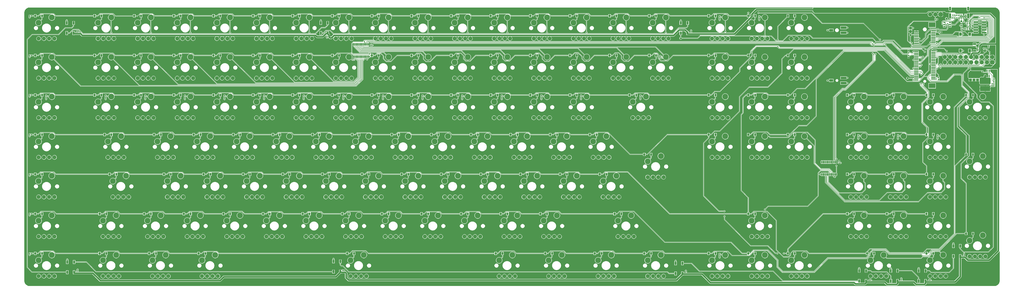
<source format=gbl>
G04*
G04 #@! TF.GenerationSoftware,Altium Limited,Altium Designer,20.0.7 (75)*
G04*
G04 Layer_Physical_Order=2*
G04 Layer_Color=16711680*
%FSLAX44Y44*%
%MOMM*%
G71*
G01*
G75*
%ADD10R,0.6500X0.5500*%
%ADD20C,0.2500*%
%ADD21C,0.1270*%
%ADD22C,0.6000*%
%ADD23C,0.8000*%
G04:AMPARAMS|DCode=24|XSize=2mm|YSize=2mm|CornerRadius=0.5mm|HoleSize=0mm|Usage=FLASHONLY|Rotation=180.000|XOffset=0mm|YOffset=0mm|HoleType=Round|Shape=RoundedRectangle|*
%AMROUNDEDRECTD24*
21,1,2.0000,1.0000,0,0,180.0*
21,1,1.0000,2.0000,0,0,180.0*
1,1,1.0000,-0.5000,0.5000*
1,1,1.0000,0.5000,0.5000*
1,1,1.0000,0.5000,-0.5000*
1,1,1.0000,-0.5000,-0.5000*
%
%ADD24ROUNDEDRECTD24*%
%ADD25C,2.0000*%
%ADD26O,1.1000X1.9000*%
%ADD27O,1.1000X2.6000*%
%ADD28C,0.6500*%
%ADD29C,1.9000*%
%ADD30C,2.8000*%
%ADD31C,0.6000*%
%ADD32C,1.0000*%
%ADD33R,0.9000X1.5000*%
%ADD34R,0.6200X0.6600*%
%ADD35R,0.6600X0.6200*%
%ADD36R,0.5500X0.6500*%
%ADD37O,0.4500X1.4000*%
%ADD38R,1.4000X1.2000*%
%ADD39R,4.9000X2.5000*%
%ADD40R,2.0000X0.6000*%
%ADD41R,1.0000X0.6000*%
%ADD42R,0.6000X1.0000*%
%ADD43R,0.5500X1.0500*%
%ADD44R,1.5000X0.9000*%
%ADD45R,1.3000X1.5500*%
%ADD46R,0.9144X1.2192*%
G04:AMPARAMS|DCode=47|XSize=0.76mm|YSize=2.4mm|CornerRadius=0.19mm|HoleSize=0mm|Usage=FLASHONLY|Rotation=90.000|XOffset=0mm|YOffset=0mm|HoleType=Round|Shape=RoundedRectangle|*
%AMROUNDEDRECTD47*
21,1,0.7600,2.0200,0,0,90.0*
21,1,0.3800,2.4000,0,0,90.0*
1,1,0.3800,1.0100,0.1900*
1,1,0.3800,1.0100,-0.1900*
1,1,0.3800,-1.0100,-0.1900*
1,1,0.3800,-1.0100,0.1900*
%
%ADD47ROUNDEDRECTD47*%
%ADD48R,2.7000X1.2000*%
%ADD49R,1.9000X1.2000*%
%ADD50R,3.2000X2.3000*%
G36*
X609209Y1312264D02*
X607315Y1311689D01*
X604622Y1310250D01*
X602262Y1308313D01*
X600325Y1305953D01*
X598886Y1303260D01*
X597999Y1300338D01*
X597700Y1297300D01*
X597999Y1294261D01*
X598886Y1291340D01*
X600325Y1288647D01*
X602262Y1286287D01*
X604622Y1284350D01*
X607315Y1282911D01*
X610237Y1282024D01*
X611108Y1281938D01*
Y1228359D01*
X610050Y1227652D01*
X609055Y1226163D01*
X608706Y1224407D01*
X609055Y1222652D01*
X609338Y1222228D01*
X608660Y1220958D01*
X426954D01*
X426339Y1222228D01*
X427009Y1223229D01*
X427358Y1224985D01*
X427009Y1226741D01*
X426014Y1228230D01*
X424952Y1228939D01*
Y1281939D01*
X425813Y1282024D01*
X428735Y1282911D01*
X431428Y1284350D01*
X433788Y1286287D01*
X435725Y1288647D01*
X437164Y1291340D01*
X438051Y1294261D01*
X438350Y1297300D01*
X438051Y1300338D01*
X437164Y1303260D01*
X435725Y1305953D01*
X433788Y1308313D01*
X431428Y1310250D01*
X428735Y1311689D01*
X428534Y1311750D01*
X428723Y1313020D01*
X431410D01*
X441170Y1303261D01*
X441876Y1302789D01*
X442709Y1302623D01*
X527320D01*
Y1297204D01*
X539464D01*
Y1302623D01*
X549640D01*
X550473Y1302789D01*
X551180Y1303261D01*
X558913Y1310994D01*
X560086Y1310508D01*
Y1297204D01*
X563981D01*
Y1289185D01*
X559097Y1284301D01*
X558428Y1284850D01*
X555735Y1286289D01*
X552813Y1287176D01*
X549775Y1287475D01*
X546736Y1287176D01*
X543815Y1286289D01*
X541122Y1284850D01*
X538762Y1282913D01*
X536825Y1280553D01*
X535386Y1277860D01*
X534499Y1274939D01*
X534200Y1271900D01*
X534499Y1268861D01*
X535386Y1265940D01*
X536825Y1263247D01*
X538762Y1260887D01*
X541122Y1258950D01*
X543815Y1257511D01*
X546736Y1256624D01*
X549775Y1256325D01*
X552813Y1256624D01*
X555735Y1257511D01*
X558428Y1258950D01*
X560788Y1260887D01*
X562725Y1263247D01*
X564164Y1265940D01*
X565051Y1268861D01*
X565350Y1271900D01*
X565051Y1274939D01*
X564164Y1277860D01*
X562725Y1280553D01*
X562176Y1281222D01*
X567697Y1286744D01*
X568169Y1287450D01*
X568335Y1288283D01*
Y1297204D01*
X572230D01*
Y1312396D01*
X572230D01*
X572549Y1313534D01*
X609020D01*
X609209Y1312264D01*
D02*
G37*
G36*
X4536190Y1312300D02*
Y1297300D01*
X4536430Y1295473D01*
X4537136Y1293770D01*
X4538257Y1292308D01*
X4539720Y1291185D01*
X4541423Y1290480D01*
X4543250Y1290240D01*
X4543902Y1290325D01*
X4544495Y1289122D01*
X4543556Y1288183D01*
X4542296Y1288434D01*
X4540541Y1288085D01*
X4539052Y1287090D01*
X4538058Y1285602D01*
X4537708Y1283846D01*
X4538058Y1282090D01*
X4539052Y1280602D01*
X4540541Y1279607D01*
X4542296Y1279258D01*
X4544052Y1279607D01*
X4545053Y1280276D01*
X4546323Y1279660D01*
Y1277148D01*
X4545425Y1276250D01*
X4544000Y1276250D01*
X4542730Y1276250D01*
X4535270D01*
X4534500Y1276250D01*
X4533230Y1276250D01*
X4530750D01*
Y1269750D01*
Y1263250D01*
X4533230D01*
X4534000Y1263250D01*
X4535298Y1263250D01*
X4536196Y1262352D01*
Y1261040D01*
X4535756Y1260745D01*
X4534761Y1259257D01*
X4534412Y1257501D01*
X4534761Y1255745D01*
X4535756Y1254257D01*
X4537244Y1253262D01*
X4539000Y1252913D01*
X4540756Y1253262D01*
X4542244Y1254257D01*
X4542956Y1255322D01*
X4543060Y1255357D01*
X4544316Y1255341D01*
X4544367Y1255322D01*
X4545101Y1254224D01*
X4546323Y1253407D01*
Y1249648D01*
X4545425Y1248750D01*
X4544000Y1248750D01*
X4542730Y1248750D01*
X4540250D01*
Y1242250D01*
Y1235750D01*
X4542730D01*
X4543500Y1235750D01*
X4544770Y1235750D01*
X4553000D01*
Y1248750D01*
X4550677D01*
Y1253614D01*
X4551589Y1254224D01*
X4552584Y1255712D01*
X4552933Y1257468D01*
X4552584Y1259224D01*
X4551589Y1260712D01*
X4550101Y1261707D01*
X4548728Y1261980D01*
X4548853Y1263250D01*
X4553000D01*
Y1276250D01*
X4550677D01*
Y1282288D01*
X4571156Y1302767D01*
X4594117D01*
X4594242Y1301497D01*
X4593519Y1301353D01*
X4592031Y1300359D01*
X4591036Y1298870D01*
X4590687Y1297114D01*
X4591036Y1295359D01*
X4591770Y1294260D01*
X4591236Y1292990D01*
X4567050D01*
X4566217Y1292824D01*
X4565511Y1292352D01*
X4555935Y1282776D01*
X4555463Y1282070D01*
X4555298Y1281237D01*
Y1245789D01*
X4555463Y1244956D01*
X4555935Y1244250D01*
X4564424Y1235761D01*
X4565130Y1235289D01*
X4565963Y1235123D01*
X4566989D01*
X4567197Y1234073D01*
X4567949Y1232949D01*
X4569073Y1232197D01*
X4570400Y1231933D01*
X4590600D01*
X4591927Y1232197D01*
X4593051Y1232949D01*
X4593803Y1234073D01*
X4594066Y1235400D01*
Y1239200D01*
X4593803Y1240527D01*
X4593051Y1241651D01*
X4591927Y1242403D01*
X4590600Y1242667D01*
X4570400D01*
X4569073Y1242403D01*
X4567949Y1241651D01*
X4567363Y1240775D01*
X4566341Y1240479D01*
X4565888Y1240454D01*
X4559651Y1246691D01*
Y1250684D01*
X4560921Y1251210D01*
X4563671Y1248461D01*
X4564377Y1247989D01*
X4565210Y1247823D01*
X4566989D01*
X4567197Y1246773D01*
X4567949Y1245649D01*
X4569073Y1244897D01*
X4570400Y1244633D01*
X4590600D01*
X4591927Y1244897D01*
X4593051Y1245649D01*
X4593803Y1246773D01*
X4594066Y1248100D01*
Y1251900D01*
X4593803Y1253227D01*
X4593051Y1254351D01*
X4591927Y1255103D01*
X4590600Y1255367D01*
X4570400D01*
X4569073Y1255103D01*
X4567949Y1254351D01*
X4567197Y1253227D01*
X4567116Y1252818D01*
X4565763Y1252526D01*
X4563507Y1254782D01*
Y1261679D01*
X4564680Y1262165D01*
X4565056Y1261789D01*
X4565762Y1261317D01*
X4566595Y1261152D01*
X4566933D01*
Y1260800D01*
X4567197Y1259473D01*
X4567949Y1258349D01*
X4569073Y1257597D01*
X4570400Y1257333D01*
X4590600D01*
X4591927Y1257597D01*
X4593051Y1258349D01*
X4593803Y1259473D01*
X4594066Y1260800D01*
Y1264600D01*
X4593803Y1265927D01*
X4593051Y1267051D01*
X4591927Y1267803D01*
X4590600Y1268067D01*
X4570400D01*
X4569073Y1267803D01*
X4568477Y1267404D01*
X4567207Y1268053D01*
Y1270047D01*
X4568477Y1270696D01*
X4569073Y1270297D01*
X4570400Y1270033D01*
X4590600D01*
X4591927Y1270297D01*
X4593051Y1271049D01*
X4593803Y1272173D01*
X4594007Y1273201D01*
X4595266D01*
X4595993Y1272112D01*
X4597482Y1271117D01*
X4599238Y1270768D01*
X4600994Y1271117D01*
X4602482Y1272112D01*
X4603477Y1273600D01*
X4603826Y1275356D01*
X4603477Y1277112D01*
X4602482Y1278601D01*
X4600994Y1279595D01*
X4599238Y1279944D01*
X4597482Y1279595D01*
X4595993Y1278601D01*
X4595295Y1277555D01*
X4594016D01*
X4593803Y1278627D01*
X4593051Y1279751D01*
X4591927Y1280503D01*
X4590798Y1280727D01*
X4590923Y1281997D01*
X4609077D01*
X4609202Y1280727D01*
X4608073Y1280503D01*
X4606949Y1279751D01*
X4606197Y1278627D01*
X4605934Y1277300D01*
Y1276650D01*
X4619500D01*
X4633067D01*
Y1277300D01*
X4632803Y1278627D01*
X4632051Y1279751D01*
X4630927Y1280503D01*
X4629799Y1280727D01*
X4629924Y1281997D01*
X4632804D01*
X4639255Y1275546D01*
Y1216651D01*
X4639164Y1216590D01*
X4637894Y1217269D01*
Y1247334D01*
X4637728Y1248167D01*
X4637256Y1248873D01*
X4634944Y1251185D01*
X4634238Y1251657D01*
X4633405Y1251823D01*
X4633067D01*
Y1251900D01*
X4632803Y1253227D01*
X4632051Y1254351D01*
X4630927Y1255103D01*
X4629600Y1255367D01*
X4609400D01*
X4608073Y1255103D01*
X4606949Y1254351D01*
X4606197Y1253227D01*
X4605934Y1251900D01*
Y1248100D01*
X4606197Y1246773D01*
X4606949Y1245649D01*
X4608073Y1244897D01*
X4609400Y1244633D01*
X4629600D01*
X4630927Y1244897D01*
X4632051Y1245649D01*
X4632242Y1245934D01*
X4632316Y1245962D01*
X4633540Y1245591D01*
Y1241709D01*
X4632270Y1241324D01*
X4632051Y1241651D01*
X4630927Y1242403D01*
X4629600Y1242667D01*
X4609400D01*
X4608073Y1242403D01*
X4606949Y1241651D01*
X4606197Y1240527D01*
X4605934Y1239200D01*
Y1235400D01*
X4606197Y1234073D01*
X4606949Y1232949D01*
X4608073Y1232197D01*
X4609400Y1231933D01*
X4616696D01*
Y1229967D01*
X4609400D01*
X4608073Y1229703D01*
X4606949Y1228951D01*
X4606197Y1227827D01*
X4605934Y1226500D01*
Y1222700D01*
X4606197Y1221373D01*
X4606949Y1220249D01*
X4608073Y1219497D01*
X4609400Y1219233D01*
X4616668D01*
Y1217911D01*
X4616228Y1217617D01*
X4615233Y1216129D01*
X4614884Y1214373D01*
X4615233Y1212617D01*
X4616228Y1211128D01*
X4617716Y1210134D01*
X4619472Y1209785D01*
X4621228Y1210134D01*
X4622717Y1211128D01*
X4623711Y1212617D01*
X4624060Y1214373D01*
X4623711Y1216129D01*
X4622717Y1217617D01*
X4622276Y1217911D01*
Y1219233D01*
X4629600D01*
X4630927Y1219497D01*
X4632051Y1220249D01*
X4632270Y1220576D01*
X4633540Y1220191D01*
Y1215131D01*
X4625801Y1207392D01*
X4560725D01*
X4559500Y1207500D01*
Y1219514D01*
X4561990D01*
X4562823Y1219679D01*
X4563530Y1220151D01*
X4565790Y1222412D01*
X4567015Y1222288D01*
X4567197Y1221373D01*
X4567949Y1220249D01*
X4569073Y1219497D01*
X4570400Y1219233D01*
X4590600D01*
X4591927Y1219497D01*
X4593051Y1220249D01*
X4593803Y1221373D01*
X4594066Y1222700D01*
Y1226500D01*
X4593803Y1227827D01*
X4593051Y1228951D01*
X4591927Y1229703D01*
X4590600Y1229967D01*
X4570400D01*
X4569073Y1229703D01*
X4567949Y1228951D01*
X4567197Y1227827D01*
X4566989Y1226777D01*
X4564900D01*
X4564067Y1226611D01*
X4563361Y1226139D01*
X4561089Y1223867D01*
X4559500D01*
Y1226000D01*
X4543500D01*
Y1218927D01*
X4542154D01*
X4531364Y1229717D01*
X4530658Y1230189D01*
X4529825Y1230355D01*
X4481067D01*
X4480233Y1230189D01*
X4479527Y1229717D01*
X4467749Y1217939D01*
X4409849D01*
X4407307Y1220480D01*
X4407833Y1221750D01*
X4412250D01*
Y1226000D01*
Y1230250D01*
X4399750D01*
Y1227177D01*
X4390753D01*
X4390627Y1228447D01*
X4392207Y1228761D01*
X4393696Y1229756D01*
X4394691Y1231244D01*
X4395040Y1233000D01*
X4394691Y1234756D01*
X4393696Y1236244D01*
X4392207Y1237239D01*
X4390451Y1237588D01*
X4388770Y1237254D01*
X4387975Y1237246D01*
X4387500Y1237500D01*
Y1237500D01*
X4364500D01*
Y1228500D01*
Y1219177D01*
X4355977D01*
X4355144Y1219011D01*
X4354438Y1218539D01*
X4348254Y1212355D01*
X4347782Y1211649D01*
X4347616Y1210816D01*
Y1201302D01*
X4313109Y1166795D01*
X4274536D01*
X4272682Y1168649D01*
X4273101Y1170027D01*
X4273884Y1170182D01*
X4275372Y1171177D01*
X4276367Y1172665D01*
X4276716Y1174421D01*
X4276367Y1176177D01*
X4275372Y1177666D01*
X4273884Y1178660D01*
X4272128Y1179009D01*
X4271608Y1178906D01*
X4268804Y1181711D01*
Y1207126D01*
X4269278Y1207322D01*
X4270636Y1208364D01*
X4271678Y1209722D01*
X4271874Y1210196D01*
X4282500D01*
Y1200500D01*
Y1192500D01*
Y1184500D01*
Y1176500D01*
Y1168500D01*
X4305500D01*
Y1168500D01*
X4305974Y1168754D01*
X4306770Y1168746D01*
X4308452Y1168412D01*
X4310207Y1168761D01*
X4311696Y1169756D01*
X4312690Y1171244D01*
X4313040Y1173000D01*
X4312690Y1174756D01*
X4311696Y1176244D01*
X4310207Y1177239D01*
X4308452Y1177588D01*
X4306770Y1177254D01*
X4306673Y1177253D01*
X4305500Y1177968D01*
Y1181553D01*
X4320706D01*
X4321539Y1181719D01*
X4322245Y1182191D01*
X4341539Y1201485D01*
X4342011Y1202191D01*
X4342177Y1203024D01*
Y1217604D01*
X4363773Y1239200D01*
X4397733D01*
X4401335Y1235599D01*
X4402041Y1235127D01*
X4402874Y1234961D01*
X4439354D01*
X4440187Y1235127D01*
X4440894Y1235599D01*
X4446458Y1241163D01*
X4446930Y1241870D01*
X4447096Y1242703D01*
Y1258354D01*
X4446930Y1259187D01*
X4446458Y1259893D01*
X4445728Y1260623D01*
X4446148Y1262000D01*
X4446489Y1262067D01*
X4447538Y1261017D01*
X4448448Y1260410D01*
X4449521Y1260196D01*
X4450250D01*
Y1258500D01*
X4450250Y1258500D01*
Y1258000D01*
X4450250D01*
X4450250Y1257230D01*
Y1249000D01*
X4463250D01*
Y1254921D01*
X4465194Y1256866D01*
X4465666Y1257572D01*
X4465832Y1258405D01*
Y1259553D01*
X4480736D01*
X4481569Y1259719D01*
X4482275Y1260191D01*
X4502809Y1280725D01*
X4503917Y1280197D01*
X4503694Y1278500D01*
X4503917Y1276803D01*
X4504572Y1275222D01*
X4505614Y1273864D01*
X4506972Y1272822D01*
X4507433Y1272631D01*
X4508400Y1271900D01*
X4508400Y1270907D01*
Y1268350D01*
X4513000D01*
X4517600D01*
Y1271900D01*
X4514412D01*
X4513981Y1273170D01*
X4514886Y1273864D01*
X4515928Y1275222D01*
X4516263Y1276030D01*
X4517583Y1275900D01*
X4517752Y1275052D01*
X4518747Y1273563D01*
X4520235Y1272569D01*
X4521991Y1272219D01*
X4523747Y1272569D01*
X4523880Y1272658D01*
X4525000Y1272059D01*
Y1271000D01*
X4528250D01*
Y1276250D01*
X4527036D01*
X4526579Y1276808D01*
X4526230Y1278563D01*
X4525235Y1280052D01*
X4524795Y1280346D01*
Y1285971D01*
X4524581Y1287044D01*
X4524054Y1287833D01*
Y1291161D01*
X4524674Y1291575D01*
X4524865Y1291861D01*
X4526135D01*
X4526325Y1291575D01*
X4527897Y1290526D01*
X4529750Y1290157D01*
X4531603Y1290526D01*
X4533175Y1291575D01*
X4534225Y1293147D01*
X4534593Y1295000D01*
X4534225Y1296853D01*
X4533175Y1298425D01*
X4531603Y1299474D01*
X4529750Y1299843D01*
X4527897Y1299474D01*
X4526325Y1298425D01*
X4526135Y1298139D01*
X4524865D01*
X4524674Y1298425D01*
X4523103Y1299474D01*
X4521250Y1299843D01*
X4519397Y1299474D01*
X4517825Y1298425D01*
X4517635Y1298140D01*
X4516365D01*
X4516175Y1298425D01*
X4514603Y1299474D01*
X4512750Y1299843D01*
X4510897Y1299474D01*
X4509325Y1298425D01*
X4509135Y1298139D01*
X4507865D01*
X4507675Y1298425D01*
X4506104Y1299474D01*
X4504250Y1299843D01*
X4503826Y1299759D01*
X4501821Y1302944D01*
X4502003Y1303286D01*
X4502675Y1303970D01*
X4504250Y1303657D01*
X4506104Y1304026D01*
X4507675Y1305075D01*
X4507865Y1305361D01*
X4509135D01*
X4509325Y1305075D01*
X4510897Y1304026D01*
X4512750Y1303657D01*
X4514603Y1304026D01*
X4516175Y1305075D01*
X4516365Y1305360D01*
X4517635D01*
X4517825Y1305075D01*
X4519397Y1304026D01*
X4521250Y1303657D01*
X4523103Y1304026D01*
X4524674Y1305075D01*
X4524865Y1305361D01*
X4526135D01*
X4526325Y1305075D01*
X4527897Y1304026D01*
X4529750Y1303657D01*
X4531603Y1304026D01*
X4533175Y1305075D01*
X4534225Y1306647D01*
X4534593Y1308500D01*
X4534225Y1310353D01*
X4533175Y1311925D01*
X4533152Y1311939D01*
X4533538Y1313209D01*
X4535392D01*
X4536190Y1312300D01*
D02*
G37*
G36*
X3794674Y1344902D02*
X3795944Y1344902D01*
Y1340090D01*
X3524747D01*
X3522601Y1339663D01*
X3520782Y1338447D01*
X3499084Y1316750D01*
X3497868Y1314930D01*
X3497441Y1312784D01*
Y1303814D01*
X3493387Y1299760D01*
X3492214Y1300246D01*
Y1312596D01*
X3488319D01*
Y1315361D01*
X3489329Y1316036D01*
X3490324Y1317525D01*
X3490673Y1319281D01*
X3490324Y1321036D01*
X3489329Y1322525D01*
X3487841Y1323519D01*
X3486085Y1323869D01*
X3484329Y1323519D01*
X3482841Y1322525D01*
X3481846Y1321036D01*
X3481497Y1319281D01*
X3481846Y1317525D01*
X3482841Y1316036D01*
X3483965Y1315285D01*
Y1312596D01*
X3480070D01*
Y1307177D01*
X3396188D01*
X3386524Y1316841D01*
X3385818Y1317313D01*
X3384985Y1317478D01*
X3319712D01*
X3318878Y1317313D01*
X3318172Y1316841D01*
X3308509Y1307177D01*
X3301714D01*
Y1312596D01*
X3289570D01*
Y1307177D01*
X3110802D01*
X3100721Y1317258D01*
X3100015Y1317730D01*
X3099182Y1317895D01*
X3037381D01*
X3036548Y1317730D01*
X3035842Y1317258D01*
X3025761Y1307177D01*
X3015964D01*
Y1312596D01*
X3003820D01*
Y1307177D01*
X2919066D01*
X2909364Y1316879D01*
X2908658Y1317351D01*
X2907825Y1317517D01*
X2846688D01*
X2845854Y1317351D01*
X2845148Y1316879D01*
X2835446Y1307177D01*
X2825464D01*
Y1312596D01*
X2813320D01*
Y1307177D01*
X2729788D01*
X2719897Y1317068D01*
X2719190Y1317540D01*
X2718357Y1317706D01*
X2654760D01*
X2653926Y1317540D01*
X2653220Y1317068D01*
X2643329Y1307177D01*
X2634964D01*
Y1312596D01*
X2622820D01*
Y1307177D01*
X2538238D01*
X2528157Y1317258D01*
X2527451Y1317729D01*
X2526618Y1317895D01*
X2464913D01*
X2464079Y1317729D01*
X2463373Y1317258D01*
X2453293Y1307177D01*
X2444464D01*
Y1312596D01*
X2432320D01*
Y1307177D01*
X2346309D01*
X2337175Y1316311D01*
X2336468Y1316783D01*
X2335635Y1316949D01*
X2274309D01*
X2273476Y1316783D01*
X2272770Y1316311D01*
X2263635Y1307177D01*
X2253964D01*
Y1312596D01*
X2241820D01*
Y1307177D01*
X2156841D01*
X2147518Y1316501D01*
X2146811Y1316972D01*
X2145978Y1317138D01*
X2083516D01*
X2082683Y1316972D01*
X2081977Y1316501D01*
X2072653Y1307177D01*
X2063464D01*
Y1312596D01*
X2051320D01*
Y1307177D01*
X1966616D01*
X1957629Y1316164D01*
X1956923Y1316635D01*
X1956090Y1316801D01*
X1893522D01*
X1892689Y1316635D01*
X1891983Y1316164D01*
X1882996Y1307177D01*
X1872964D01*
Y1312596D01*
X1860820D01*
Y1307177D01*
X1776013D01*
X1766121Y1317068D01*
X1765415Y1317540D01*
X1764582Y1317706D01*
X1703445D01*
X1702612Y1317540D01*
X1701906Y1317068D01*
X1692014Y1307177D01*
X1682464D01*
Y1312596D01*
X1670320D01*
Y1307177D01*
X1586544D01*
X1576463Y1317258D01*
X1575757Y1317729D01*
X1574924Y1317895D01*
X1512462D01*
X1511629Y1317729D01*
X1510923Y1317258D01*
X1500842Y1307177D01*
X1491964D01*
Y1312596D01*
X1479820D01*
Y1307177D01*
X1394994D01*
X1385860Y1316311D01*
X1385153Y1316783D01*
X1384320Y1316949D01*
X1320912D01*
X1320079Y1316783D01*
X1319373Y1316311D01*
X1310238Y1307177D01*
X1301464D01*
Y1312596D01*
X1289320D01*
Y1307177D01*
X1204630D01*
X1195292Y1316515D01*
X1194585Y1316987D01*
X1193752Y1317153D01*
X1130501D01*
X1129668Y1316987D01*
X1128962Y1316515D01*
X1119624Y1307177D01*
X1110964D01*
Y1312596D01*
X1098820D01*
Y1307177D01*
X1015778D01*
X1006390Y1316565D01*
X1005684Y1317037D01*
X1004851Y1317202D01*
X940646D01*
X939812Y1317037D01*
X939106Y1316565D01*
X929718Y1307177D01*
X920464D01*
Y1312596D01*
X908320D01*
Y1307177D01*
X823163D01*
X813774Y1316565D01*
X813068Y1317037D01*
X812235Y1317202D01*
X749913D01*
X749081Y1317037D01*
X748374Y1316565D01*
X738986Y1307177D01*
X729964D01*
Y1312596D01*
X717820D01*
Y1307177D01*
X633287D01*
X623213Y1317250D01*
X622507Y1317722D01*
X621674Y1317888D01*
X560551D01*
X559718Y1317722D01*
X559012Y1317250D01*
X548739Y1306977D01*
X539464D01*
Y1312396D01*
X527320D01*
Y1306977D01*
X443611D01*
X433851Y1316736D01*
X433145Y1317208D01*
X432312Y1317374D01*
X368278D01*
X367445Y1317208D01*
X366739Y1316736D01*
X357179Y1307177D01*
X348964D01*
Y1312596D01*
X336820D01*
Y1307177D01*
X156799D01*
X146752Y1317224D01*
X146046Y1317695D01*
X145213Y1317861D01*
X83012D01*
X82179Y1317695D01*
X81473Y1317224D01*
X71426Y1307177D01*
X63214D01*
Y1312596D01*
X51070D01*
Y1307177D01*
X44250D01*
Y1309250D01*
X25750D01*
Y1300750D01*
X25750D01*
X26315Y1299480D01*
X26116Y1299182D01*
X25766Y1297426D01*
X26116Y1295670D01*
X27110Y1294182D01*
X28599Y1293187D01*
X30355Y1292838D01*
X32110Y1293187D01*
X33599Y1294182D01*
X34594Y1295670D01*
X34943Y1297426D01*
X34594Y1299182D01*
X34394Y1299480D01*
X35073Y1300750D01*
X44250D01*
Y1302823D01*
X51070D01*
Y1297404D01*
X63214D01*
Y1302823D01*
X72327D01*
X73161Y1302989D01*
X73867Y1303461D01*
X82566Y1312160D01*
X83836Y1311634D01*
Y1297404D01*
X87731D01*
Y1289185D01*
X82847Y1284301D01*
X82178Y1284850D01*
X79485Y1286289D01*
X76564Y1287176D01*
X73525Y1287475D01*
X70486Y1287176D01*
X67565Y1286289D01*
X64872Y1284850D01*
X62512Y1282913D01*
X60575Y1280553D01*
X59136Y1277860D01*
X58249Y1274939D01*
X57950Y1271900D01*
X58249Y1268861D01*
X59136Y1265940D01*
X60575Y1263247D01*
X62512Y1260887D01*
X64872Y1258950D01*
X67565Y1257511D01*
X70486Y1256624D01*
X73525Y1256325D01*
X76564Y1256624D01*
X79485Y1257511D01*
X82178Y1258950D01*
X84538Y1260887D01*
X86475Y1263247D01*
X87914Y1265940D01*
X88801Y1268861D01*
X89100Y1271900D01*
X88801Y1274939D01*
X87914Y1277860D01*
X86475Y1280553D01*
X85926Y1281222D01*
X91447Y1286744D01*
X91919Y1287450D01*
X92085Y1288283D01*
Y1297404D01*
X95980D01*
Y1312237D01*
X95980Y1312596D01*
X96846Y1313507D01*
X132683D01*
X132871Y1312237D01*
X131065Y1311689D01*
X128372Y1310250D01*
X126012Y1308313D01*
X124075Y1305953D01*
X122636Y1303260D01*
X121749Y1300338D01*
X121450Y1297300D01*
X121749Y1294261D01*
X122636Y1291340D01*
X124075Y1288647D01*
X126012Y1286287D01*
X128372Y1284350D01*
X131065Y1282911D01*
X133987Y1282024D01*
X137025Y1281725D01*
X140063Y1282024D01*
X142985Y1282911D01*
X145678Y1284350D01*
X148038Y1286287D01*
X149975Y1288647D01*
X151414Y1291340D01*
X152301Y1294261D01*
X152600Y1297300D01*
X152301Y1300338D01*
X151414Y1303260D01*
X149975Y1305953D01*
X149542Y1306481D01*
X150484Y1307335D01*
X154358Y1303461D01*
X155064Y1302989D01*
X155897Y1302823D01*
X336820D01*
Y1297404D01*
X348964D01*
Y1302823D01*
X358081D01*
X358914Y1302989D01*
X359620Y1303461D01*
X368316Y1312157D01*
X369586Y1311631D01*
Y1297404D01*
X373481D01*
Y1289185D01*
X368597Y1284301D01*
X367928Y1284850D01*
X365235Y1286289D01*
X362313Y1287176D01*
X359275Y1287475D01*
X356236Y1287176D01*
X353315Y1286289D01*
X350622Y1284850D01*
X348262Y1282913D01*
X346325Y1280553D01*
X344886Y1277860D01*
X343999Y1274939D01*
X343700Y1271900D01*
X343999Y1268861D01*
X344886Y1265940D01*
X346325Y1263247D01*
X348262Y1260887D01*
X350622Y1258950D01*
X353315Y1257511D01*
X356236Y1256624D01*
X359275Y1256325D01*
X362313Y1256624D01*
X365235Y1257511D01*
X367928Y1258950D01*
X370288Y1260887D01*
X372225Y1263247D01*
X373664Y1265940D01*
X374551Y1268861D01*
X374850Y1271900D01*
X374551Y1274939D01*
X373664Y1277860D01*
X372225Y1280553D01*
X371676Y1281222D01*
X377197Y1286744D01*
X377669Y1287450D01*
X377835Y1288283D01*
Y1297404D01*
X381730D01*
Y1311750D01*
X381730Y1312596D01*
X382824Y1313020D01*
X416827D01*
X417016Y1311750D01*
X416815Y1311689D01*
X414122Y1310250D01*
X411762Y1308313D01*
X409825Y1305953D01*
X408386Y1303260D01*
X407499Y1300338D01*
X407200Y1297300D01*
X407499Y1294261D01*
X408386Y1291340D01*
X409825Y1288647D01*
X411762Y1286287D01*
X414122Y1284350D01*
X416815Y1282911D01*
X419737Y1282024D01*
X420598Y1281939D01*
Y1228946D01*
X419525Y1228230D01*
X418531Y1226741D01*
X418181Y1224985D01*
X418531Y1223229D01*
X419200Y1222228D01*
X418585Y1220958D01*
X287959D01*
X268443Y1240474D01*
X267737Y1240946D01*
X266904Y1241112D01*
X239677D01*
X238844Y1240946D01*
X238138Y1240474D01*
X221841Y1224177D01*
X214500D01*
Y1231000D01*
X202500D01*
Y1213000D01*
X214500D01*
Y1219823D01*
X222743D01*
X223575Y1219989D01*
X224282Y1220461D01*
X234230Y1230409D01*
X235500Y1229883D01*
Y1213000D01*
X247500D01*
Y1213492D01*
X272981D01*
X279251Y1207222D01*
X281071Y1206006D01*
X283217Y1205579D01*
X351994D01*
X352425Y1204309D01*
X351430Y1203545D01*
X349666Y1201247D01*
X348558Y1198572D01*
X348180Y1195700D01*
X348558Y1192828D01*
X349666Y1190153D01*
X351430Y1187855D01*
X353728Y1186092D01*
X356403Y1184983D01*
X359275Y1184605D01*
X362147Y1184983D01*
X364822Y1186092D01*
X367120Y1187855D01*
X368884Y1190153D01*
X369992Y1192828D01*
X370370Y1195700D01*
X369992Y1198572D01*
X368884Y1201247D01*
X367120Y1203545D01*
X366125Y1204309D01*
X366556Y1205579D01*
X377394D01*
X377825Y1204309D01*
X376830Y1203545D01*
X375066Y1201247D01*
X373958Y1198572D01*
X373580Y1195700D01*
X373958Y1192828D01*
X375066Y1190153D01*
X376830Y1187855D01*
X379128Y1186092D01*
X381803Y1184983D01*
X384675Y1184605D01*
X387547Y1184983D01*
X390222Y1186092D01*
X392520Y1187855D01*
X394283Y1190153D01*
X395392Y1192828D01*
X395770Y1195700D01*
X395392Y1198572D01*
X394283Y1201247D01*
X392520Y1203545D01*
X391525Y1204309D01*
X391956Y1205579D01*
X402794D01*
X403225Y1204309D01*
X402230Y1203545D01*
X400466Y1201247D01*
X399358Y1198572D01*
X398980Y1195700D01*
X399358Y1192828D01*
X400466Y1190153D01*
X402230Y1187855D01*
X404528Y1186092D01*
X407203Y1184983D01*
X410075Y1184605D01*
X412947Y1184983D01*
X415622Y1186092D01*
X417920Y1187855D01*
X419683Y1190153D01*
X420792Y1192828D01*
X421170Y1195700D01*
X420792Y1198572D01*
X419683Y1201247D01*
X417920Y1203545D01*
X416925Y1204309D01*
X417356Y1205579D01*
X428194D01*
X428625Y1204309D01*
X427630Y1203545D01*
X425867Y1201247D01*
X424758Y1198572D01*
X424380Y1195700D01*
X424758Y1192828D01*
X425867Y1190153D01*
X427630Y1187855D01*
X429928Y1186092D01*
X432603Y1184983D01*
X435475Y1184605D01*
X438347Y1184983D01*
X441022Y1186092D01*
X443320Y1187855D01*
X445084Y1190153D01*
X446192Y1192828D01*
X446570Y1195700D01*
X446192Y1198572D01*
X445084Y1201247D01*
X443320Y1203545D01*
X442325Y1204309D01*
X442756Y1205579D01*
X542494D01*
X542925Y1204309D01*
X541930Y1203545D01*
X540167Y1201247D01*
X539058Y1198572D01*
X538680Y1195700D01*
X539058Y1192828D01*
X540167Y1190153D01*
X541930Y1187855D01*
X544228Y1186092D01*
X546903Y1184983D01*
X549775Y1184605D01*
X552647Y1184983D01*
X555322Y1186092D01*
X557620Y1187855D01*
X559384Y1190153D01*
X560492Y1192828D01*
X560870Y1195700D01*
X560492Y1198572D01*
X559384Y1201247D01*
X557620Y1203545D01*
X556625Y1204309D01*
X557056Y1205579D01*
X567894D01*
X568325Y1204309D01*
X567330Y1203545D01*
X565566Y1201247D01*
X564458Y1198572D01*
X564080Y1195700D01*
X564458Y1192828D01*
X565566Y1190153D01*
X567330Y1187855D01*
X569628Y1186092D01*
X572303Y1184983D01*
X575175Y1184605D01*
X578047Y1184983D01*
X580722Y1186092D01*
X583020Y1187855D01*
X584784Y1190153D01*
X585892Y1192828D01*
X586270Y1195700D01*
X585892Y1198572D01*
X584784Y1201247D01*
X583020Y1203545D01*
X582025Y1204309D01*
X582456Y1205579D01*
X593294D01*
X593725Y1204309D01*
X592730Y1203545D01*
X590966Y1201247D01*
X589858Y1198572D01*
X589480Y1195700D01*
X589858Y1192828D01*
X590966Y1190153D01*
X592730Y1187855D01*
X595028Y1186092D01*
X597703Y1184983D01*
X600575Y1184605D01*
X603447Y1184983D01*
X606122Y1186092D01*
X608420Y1187855D01*
X610183Y1190153D01*
X611292Y1192828D01*
X611670Y1195700D01*
X611292Y1198572D01*
X610183Y1201247D01*
X608420Y1203545D01*
X607425Y1204309D01*
X607856Y1205579D01*
X618694D01*
X619125Y1204309D01*
X618130Y1203545D01*
X616367Y1201247D01*
X615258Y1198572D01*
X614880Y1195700D01*
X615258Y1192828D01*
X616367Y1190153D01*
X618130Y1187855D01*
X620428Y1186092D01*
X623103Y1184983D01*
X625975Y1184605D01*
X628847Y1184983D01*
X631522Y1186092D01*
X633820Y1187855D01*
X635583Y1190153D01*
X636692Y1192828D01*
X637070Y1195700D01*
X636692Y1198572D01*
X635583Y1201247D01*
X633820Y1203545D01*
X632825Y1204309D01*
X633256Y1205579D01*
X732994D01*
X733425Y1204309D01*
X732430Y1203545D01*
X730667Y1201247D01*
X729558Y1198572D01*
X729180Y1195700D01*
X729558Y1192828D01*
X730667Y1190153D01*
X732430Y1187855D01*
X734728Y1186092D01*
X737403Y1184983D01*
X740275Y1184605D01*
X743147Y1184983D01*
X745822Y1186092D01*
X748120Y1187855D01*
X749883Y1190153D01*
X750992Y1192828D01*
X751370Y1195700D01*
X750992Y1198572D01*
X749883Y1201247D01*
X748120Y1203545D01*
X747125Y1204309D01*
X747556Y1205579D01*
X758394D01*
X758825Y1204309D01*
X757830Y1203545D01*
X756067Y1201247D01*
X754958Y1198572D01*
X754580Y1195700D01*
X754958Y1192828D01*
X756067Y1190153D01*
X757830Y1187855D01*
X760128Y1186092D01*
X762803Y1184983D01*
X765675Y1184605D01*
X768547Y1184983D01*
X771222Y1186092D01*
X773520Y1187855D01*
X775284Y1190153D01*
X776392Y1192828D01*
X776770Y1195700D01*
X776392Y1198572D01*
X775284Y1201247D01*
X773520Y1203545D01*
X772525Y1204309D01*
X772956Y1205579D01*
X783794D01*
X784225Y1204309D01*
X783230Y1203545D01*
X781467Y1201247D01*
X780358Y1198572D01*
X779980Y1195700D01*
X780358Y1192828D01*
X781467Y1190153D01*
X783230Y1187855D01*
X785528Y1186092D01*
X788203Y1184983D01*
X791075Y1184605D01*
X793947Y1184983D01*
X796622Y1186092D01*
X798920Y1187855D01*
X800684Y1190153D01*
X801792Y1192828D01*
X802170Y1195700D01*
X801792Y1198572D01*
X800684Y1201247D01*
X798920Y1203545D01*
X797925Y1204309D01*
X798356Y1205579D01*
X809194D01*
X809625Y1204309D01*
X808630Y1203545D01*
X806867Y1201247D01*
X805758Y1198572D01*
X805380Y1195700D01*
X805758Y1192828D01*
X806867Y1190153D01*
X808630Y1187855D01*
X810928Y1186092D01*
X813603Y1184983D01*
X816475Y1184605D01*
X819347Y1184983D01*
X822022Y1186092D01*
X824320Y1187855D01*
X826084Y1190153D01*
X827192Y1192828D01*
X827570Y1195700D01*
X827192Y1198572D01*
X826084Y1201247D01*
X824320Y1203545D01*
X823325Y1204309D01*
X823756Y1205579D01*
X923494D01*
X923925Y1204309D01*
X922930Y1203545D01*
X921167Y1201247D01*
X920058Y1198572D01*
X919680Y1195700D01*
X920058Y1192828D01*
X921167Y1190153D01*
X922930Y1187855D01*
X925228Y1186092D01*
X927903Y1184983D01*
X930775Y1184605D01*
X933647Y1184983D01*
X936322Y1186092D01*
X938620Y1187855D01*
X940384Y1190153D01*
X941492Y1192828D01*
X941870Y1195700D01*
X941492Y1198572D01*
X940384Y1201247D01*
X938620Y1203545D01*
X937625Y1204309D01*
X938056Y1205579D01*
X948894D01*
X949325Y1204309D01*
X948330Y1203545D01*
X946566Y1201247D01*
X945458Y1198572D01*
X945080Y1195700D01*
X945458Y1192828D01*
X946566Y1190153D01*
X948330Y1187855D01*
X950628Y1186092D01*
X953303Y1184983D01*
X956175Y1184605D01*
X959047Y1184983D01*
X961722Y1186092D01*
X964020Y1187855D01*
X965783Y1190153D01*
X966892Y1192828D01*
X967270Y1195700D01*
X966892Y1198572D01*
X965783Y1201247D01*
X964020Y1203545D01*
X963025Y1204309D01*
X963456Y1205579D01*
X974294D01*
X974725Y1204309D01*
X973730Y1203545D01*
X971966Y1201247D01*
X970858Y1198572D01*
X970480Y1195700D01*
X970858Y1192828D01*
X971966Y1190153D01*
X973730Y1187855D01*
X976028Y1186092D01*
X978703Y1184983D01*
X981575Y1184605D01*
X984447Y1184983D01*
X987122Y1186092D01*
X989420Y1187855D01*
X991183Y1190153D01*
X992292Y1192828D01*
X992670Y1195700D01*
X992292Y1198572D01*
X991183Y1201247D01*
X989420Y1203545D01*
X988425Y1204309D01*
X988856Y1205579D01*
X999694D01*
X1000125Y1204309D01*
X999130Y1203545D01*
X997366Y1201247D01*
X996258Y1198572D01*
X995880Y1195700D01*
X996258Y1192828D01*
X997366Y1190153D01*
X999130Y1187855D01*
X1001428Y1186092D01*
X1004103Y1184983D01*
X1006975Y1184605D01*
X1009847Y1184983D01*
X1012522Y1186092D01*
X1014820Y1187855D01*
X1016583Y1190153D01*
X1017692Y1192828D01*
X1018070Y1195700D01*
X1017692Y1198572D01*
X1016583Y1201247D01*
X1014820Y1203545D01*
X1013825Y1204309D01*
X1014256Y1205579D01*
X1113994D01*
X1114425Y1204309D01*
X1113430Y1203545D01*
X1111666Y1201247D01*
X1110558Y1198572D01*
X1110180Y1195700D01*
X1110558Y1192828D01*
X1111666Y1190153D01*
X1113430Y1187855D01*
X1115728Y1186092D01*
X1118403Y1184983D01*
X1121275Y1184605D01*
X1124147Y1184983D01*
X1126822Y1186092D01*
X1129120Y1187855D01*
X1130883Y1190153D01*
X1131992Y1192828D01*
X1132370Y1195700D01*
X1131992Y1198572D01*
X1130883Y1201247D01*
X1129120Y1203545D01*
X1128125Y1204309D01*
X1128556Y1205579D01*
X1139394D01*
X1139825Y1204309D01*
X1138830Y1203545D01*
X1137066Y1201247D01*
X1135958Y1198572D01*
X1135580Y1195700D01*
X1135958Y1192828D01*
X1137066Y1190153D01*
X1138830Y1187855D01*
X1141128Y1186092D01*
X1143803Y1184983D01*
X1146675Y1184605D01*
X1149547Y1184983D01*
X1152222Y1186092D01*
X1154520Y1187855D01*
X1156283Y1190153D01*
X1157392Y1192828D01*
X1157770Y1195700D01*
X1157392Y1198572D01*
X1156283Y1201247D01*
X1154520Y1203545D01*
X1153525Y1204309D01*
X1153956Y1205579D01*
X1164794D01*
X1165225Y1204309D01*
X1164230Y1203545D01*
X1162467Y1201247D01*
X1161358Y1198572D01*
X1160980Y1195700D01*
X1161358Y1192828D01*
X1162467Y1190153D01*
X1164230Y1187855D01*
X1166528Y1186092D01*
X1169203Y1184983D01*
X1172075Y1184605D01*
X1174947Y1184983D01*
X1177622Y1186092D01*
X1179920Y1187855D01*
X1181684Y1190153D01*
X1182792Y1192828D01*
X1183170Y1195700D01*
X1182792Y1198572D01*
X1181684Y1201247D01*
X1179920Y1203545D01*
X1178925Y1204309D01*
X1179356Y1205579D01*
X1190194D01*
X1190625Y1204309D01*
X1189630Y1203545D01*
X1187867Y1201247D01*
X1186758Y1198572D01*
X1186380Y1195700D01*
X1186758Y1192828D01*
X1187867Y1190153D01*
X1189630Y1187855D01*
X1191928Y1186092D01*
X1194603Y1184983D01*
X1197475Y1184605D01*
X1200347Y1184983D01*
X1203022Y1186092D01*
X1205320Y1187855D01*
X1207084Y1190153D01*
X1208192Y1192828D01*
X1208570Y1195700D01*
X1208192Y1198572D01*
X1207084Y1201247D01*
X1205320Y1203545D01*
X1204325Y1204309D01*
X1204756Y1205579D01*
X1304494D01*
X1304925Y1204309D01*
X1303930Y1203545D01*
X1302166Y1201247D01*
X1301058Y1198572D01*
X1300680Y1195700D01*
X1301058Y1192828D01*
X1302166Y1190153D01*
X1303930Y1187855D01*
X1306228Y1186092D01*
X1308903Y1184983D01*
X1311775Y1184605D01*
X1314647Y1184983D01*
X1317322Y1186092D01*
X1319620Y1187855D01*
X1321384Y1190153D01*
X1322492Y1192828D01*
X1322870Y1195700D01*
X1322492Y1198572D01*
X1321384Y1201247D01*
X1319620Y1203545D01*
X1318625Y1204309D01*
X1319056Y1205579D01*
X1329894D01*
X1330325Y1204309D01*
X1329330Y1203545D01*
X1327567Y1201247D01*
X1326458Y1198572D01*
X1326080Y1195700D01*
X1326458Y1192828D01*
X1327567Y1190153D01*
X1329330Y1187855D01*
X1331628Y1186092D01*
X1334303Y1184983D01*
X1337175Y1184605D01*
X1340047Y1184983D01*
X1342722Y1186092D01*
X1345020Y1187855D01*
X1346783Y1190153D01*
X1347892Y1192828D01*
X1348270Y1195700D01*
X1347892Y1198572D01*
X1346783Y1201247D01*
X1345020Y1203545D01*
X1344025Y1204309D01*
X1344456Y1205579D01*
X1355294D01*
X1355725Y1204309D01*
X1354730Y1203545D01*
X1352966Y1201247D01*
X1351858Y1198572D01*
X1351480Y1195700D01*
X1351858Y1192828D01*
X1352966Y1190153D01*
X1354730Y1187855D01*
X1357028Y1186092D01*
X1359703Y1184983D01*
X1362575Y1184605D01*
X1365447Y1184983D01*
X1368122Y1186092D01*
X1370420Y1187855D01*
X1372184Y1190153D01*
X1373292Y1192828D01*
X1373670Y1195700D01*
X1373292Y1198572D01*
X1372184Y1201247D01*
X1370420Y1203545D01*
X1369425Y1204309D01*
X1369856Y1205579D01*
X1380694D01*
X1381125Y1204309D01*
X1380130Y1203545D01*
X1378367Y1201247D01*
X1377258Y1198572D01*
X1376880Y1195700D01*
X1377258Y1192828D01*
X1378367Y1190153D01*
X1380130Y1187855D01*
X1382428Y1186092D01*
X1385103Y1184983D01*
X1387975Y1184605D01*
X1390847Y1184983D01*
X1393522Y1186092D01*
X1395820Y1187855D01*
X1397583Y1190153D01*
X1398692Y1192828D01*
X1399070Y1195700D01*
X1398692Y1198572D01*
X1397583Y1201247D01*
X1395820Y1203545D01*
X1394825Y1204309D01*
X1395256Y1205579D01*
X1403023D01*
X1408268Y1200334D01*
X1410087Y1199118D01*
X1412233Y1198691D01*
X1439599D01*
X1441745Y1199118D01*
X1443564Y1200334D01*
X1454130Y1210900D01*
X1455400Y1210374D01*
Y1202900D01*
X1455400D01*
X1455847Y1202064D01*
X1455805Y1201630D01*
X1455466Y1199926D01*
X1455816Y1198170D01*
X1456810Y1196682D01*
X1458299Y1195687D01*
X1460055Y1195338D01*
X1461810Y1195687D01*
X1463299Y1196682D01*
X1464294Y1198170D01*
X1464498Y1199197D01*
X1465876Y1199615D01*
X1470279Y1195212D01*
X1472098Y1193996D01*
X1474244Y1193569D01*
X1482080D01*
X1484226Y1193996D01*
X1486045Y1195212D01*
X1490734Y1199901D01*
X1491811Y1199182D01*
X1491558Y1198572D01*
X1491180Y1195700D01*
X1491558Y1192828D01*
X1492666Y1190153D01*
X1494430Y1187855D01*
X1496728Y1186092D01*
X1499403Y1184983D01*
X1502275Y1184605D01*
X1505147Y1184983D01*
X1507822Y1186092D01*
X1510120Y1187855D01*
X1511884Y1190153D01*
X1512992Y1192828D01*
X1513370Y1195700D01*
X1512992Y1198572D01*
X1511884Y1201247D01*
X1510120Y1203545D01*
X1509202Y1204250D01*
X1509633Y1205520D01*
X1520317D01*
X1520748Y1204250D01*
X1519830Y1203545D01*
X1518067Y1201247D01*
X1516958Y1198572D01*
X1516580Y1195700D01*
X1516958Y1192828D01*
X1518067Y1190153D01*
X1519830Y1187855D01*
X1522128Y1186092D01*
X1524803Y1184983D01*
X1527675Y1184605D01*
X1530547Y1184983D01*
X1533222Y1186092D01*
X1535520Y1187855D01*
X1537283Y1190153D01*
X1538392Y1192828D01*
X1538770Y1195700D01*
X1538392Y1198572D01*
X1537283Y1201247D01*
X1535520Y1203545D01*
X1534601Y1204250D01*
X1535033Y1205520D01*
X1545717D01*
X1546149Y1204250D01*
X1545230Y1203545D01*
X1543466Y1201247D01*
X1542358Y1198572D01*
X1541980Y1195700D01*
X1542358Y1192828D01*
X1543466Y1190153D01*
X1545230Y1187855D01*
X1547528Y1186092D01*
X1550203Y1184983D01*
X1553075Y1184605D01*
X1555947Y1184983D01*
X1558622Y1186092D01*
X1560920Y1187855D01*
X1562684Y1190153D01*
X1563792Y1192828D01*
X1564170Y1195700D01*
X1563792Y1198572D01*
X1562684Y1201247D01*
X1560920Y1203545D01*
X1560002Y1204250D01*
X1560433Y1205520D01*
X1571117D01*
X1571548Y1204250D01*
X1570630Y1203545D01*
X1568866Y1201247D01*
X1567758Y1198572D01*
X1567380Y1195700D01*
X1567758Y1192828D01*
X1568866Y1190153D01*
X1570630Y1187855D01*
X1572928Y1186092D01*
X1575603Y1184983D01*
X1578475Y1184605D01*
X1581347Y1184983D01*
X1584022Y1186092D01*
X1586320Y1187855D01*
X1588083Y1190153D01*
X1589192Y1192828D01*
X1589570Y1195700D01*
X1589192Y1198572D01*
X1588083Y1201247D01*
X1586320Y1203545D01*
X1585401Y1204250D01*
X1585833Y1205520D01*
X1685417D01*
X1685849Y1204250D01*
X1684930Y1203545D01*
X1683167Y1201247D01*
X1682058Y1198572D01*
X1681680Y1195700D01*
X1682058Y1192828D01*
X1682887Y1190826D01*
X1682103Y1189556D01*
X1639320D01*
X1638487Y1189391D01*
X1637781Y1188919D01*
X1631299Y1182437D01*
X1586401D01*
X1585568Y1182271D01*
X1584862Y1181799D01*
X1577220Y1174157D01*
X1576748Y1173451D01*
X1576582Y1172618D01*
Y1129352D01*
X1576642Y1129055D01*
X1575533Y1128269D01*
X1574700Y1128435D01*
X1510137D01*
X1509304Y1128269D01*
X1508598Y1127797D01*
X1497478Y1116677D01*
X1491964D01*
Y1122096D01*
X1479820D01*
Y1116677D01*
X1396741D01*
X1386627Y1126792D01*
X1385921Y1127263D01*
X1385087Y1127429D01*
X1320831D01*
X1319998Y1127263D01*
X1319291Y1126792D01*
X1309177Y1116677D01*
X1301464D01*
Y1122096D01*
X1289320D01*
Y1116677D01*
X1205947D01*
X1195503Y1127121D01*
X1194797Y1127593D01*
X1193964Y1127759D01*
X1129707D01*
X1128874Y1127593D01*
X1128167Y1127121D01*
X1117723Y1116677D01*
X1110964D01*
Y1122096D01*
X1098820D01*
Y1116677D01*
X1016801D01*
X1006027Y1127451D01*
X1005321Y1127923D01*
X1004488Y1128088D01*
X940725D01*
X939892Y1127923D01*
X939186Y1127451D01*
X928412Y1116677D01*
X920464D01*
Y1122096D01*
X908320D01*
Y1116677D01*
X824359D01*
X814244Y1126792D01*
X813538Y1127264D01*
X812705Y1127429D01*
X750590D01*
X749756Y1127264D01*
X749050Y1126792D01*
X738935Y1116677D01*
X729964D01*
Y1122096D01*
X717820D01*
Y1116677D01*
X635542D01*
X624603Y1127615D01*
X623897Y1128087D01*
X623064Y1128253D01*
X559795D01*
X558962Y1128087D01*
X558256Y1127616D01*
X547317Y1116677D01*
X539464D01*
Y1122096D01*
X527320D01*
Y1116677D01*
X443429D01*
X432495Y1127610D01*
X431789Y1128082D01*
X430956Y1128248D01*
X366986D01*
X366153Y1128082D01*
X365447Y1127610D01*
X354514Y1116677D01*
X348964D01*
Y1122096D01*
X336820D01*
Y1116677D01*
X157416D01*
X147262Y1126831D01*
X146556Y1127303D01*
X145723Y1127468D01*
X83628D01*
X82795Y1127303D01*
X82089Y1126831D01*
X71935Y1116677D01*
X63214D01*
Y1122096D01*
X51070D01*
Y1116677D01*
X44250D01*
Y1118750D01*
X25750D01*
Y1110250D01*
X25750D01*
X26315Y1108980D01*
X26116Y1108682D01*
X25766Y1106926D01*
X26116Y1105170D01*
X27110Y1103682D01*
X28599Y1102687D01*
X30355Y1102338D01*
X32110Y1102687D01*
X33599Y1103682D01*
X34594Y1105170D01*
X34943Y1106926D01*
X34594Y1108682D01*
X34394Y1108980D01*
X35073Y1110250D01*
X44250D01*
Y1112323D01*
X51070D01*
Y1106904D01*
X63214D01*
Y1112323D01*
X72836D01*
X73669Y1112489D01*
X74376Y1112961D01*
X82566Y1121151D01*
X83836Y1120625D01*
Y1106904D01*
X87731D01*
Y1098685D01*
X82847Y1093801D01*
X82178Y1094350D01*
X79485Y1095789D01*
X76564Y1096676D01*
X73525Y1096975D01*
X70486Y1096676D01*
X67565Y1095789D01*
X64872Y1094350D01*
X62512Y1092413D01*
X60575Y1090053D01*
X59136Y1087360D01*
X58249Y1084438D01*
X57950Y1081400D01*
X58249Y1078362D01*
X59136Y1075440D01*
X60575Y1072747D01*
X62512Y1070387D01*
X64872Y1068450D01*
X67565Y1067011D01*
X70486Y1066124D01*
X73525Y1065825D01*
X76564Y1066124D01*
X79485Y1067011D01*
X82178Y1068450D01*
X84538Y1070387D01*
X86475Y1072747D01*
X87914Y1075440D01*
X88801Y1078362D01*
X89100Y1081400D01*
X88801Y1084438D01*
X87914Y1087360D01*
X86475Y1090053D01*
X85926Y1090722D01*
X91447Y1096244D01*
X91919Y1096950D01*
X92085Y1097783D01*
Y1106904D01*
X95980D01*
Y1121845D01*
X95980Y1122096D01*
X96587Y1123115D01*
X133037D01*
X133225Y1121845D01*
X131065Y1121189D01*
X128372Y1119750D01*
X126012Y1117813D01*
X124075Y1115453D01*
X122636Y1112760D01*
X121749Y1109838D01*
X121450Y1106800D01*
X121749Y1103762D01*
X122636Y1100840D01*
X124075Y1098147D01*
X126012Y1095787D01*
X128372Y1093850D01*
X131065Y1092411D01*
X133987Y1091524D01*
X137025Y1091225D01*
X140063Y1091524D01*
X142985Y1092411D01*
X145678Y1093850D01*
X146347Y1094399D01*
X275678Y965069D01*
X276384Y964597D01*
X277217Y964431D01*
X1599875D01*
X1600708Y964597D01*
X1601414Y965069D01*
X1633933Y997587D01*
X1634405Y998294D01*
X1634571Y999127D01*
Y1087188D01*
X1641789Y1094406D01*
X1642261Y1095112D01*
X1642427Y1095945D01*
Y1099899D01*
X1643688Y1100509D01*
X1644329Y1100089D01*
Y1097852D01*
X1644542Y1096779D01*
X1645150Y1095870D01*
X1646624Y1094395D01*
X1647534Y1093788D01*
X1648607Y1093574D01*
X1649350D01*
X1650091Y1092464D01*
X1651580Y1091469D01*
X1653336Y1091120D01*
X1655092Y1091469D01*
X1656580Y1092464D01*
X1657575Y1093952D01*
X1657924Y1095708D01*
X1657575Y1097464D01*
X1656580Y1098953D01*
X1656384Y1099084D01*
X1656319Y1099660D01*
X1656376Y1100239D01*
X1657514Y1100734D01*
X1658287Y1100218D01*
X1659750Y1099927D01*
X1661213Y1100218D01*
X1662454Y1101046D01*
X1663282Y1102287D01*
X1663472Y1103237D01*
X1663606Y1103419D01*
X1664483Y1104027D01*
X1664843Y1104137D01*
X1665984Y1103910D01*
X1667740Y1104259D01*
X1669229Y1105254D01*
X1670223Y1106742D01*
X1670227Y1106763D01*
X1670320Y1106904D01*
X1682464D01*
Y1112323D01*
X1691025D01*
X1691858Y1112489D01*
X1692565Y1112961D01*
X1701898Y1122294D01*
X1703086Y1121934D01*
X1703086Y1121139D01*
Y1106904D01*
X1706981D01*
Y1098685D01*
X1702097Y1093801D01*
X1701428Y1094350D01*
X1698735Y1095789D01*
X1695813Y1096676D01*
X1692775Y1096975D01*
X1689736Y1096676D01*
X1686815Y1095789D01*
X1684122Y1094350D01*
X1681762Y1092413D01*
X1679825Y1090053D01*
X1678386Y1087360D01*
X1677499Y1084438D01*
X1677200Y1081400D01*
X1677499Y1078362D01*
X1678386Y1075440D01*
X1679825Y1072747D01*
X1681762Y1070387D01*
X1684122Y1068450D01*
X1686815Y1067011D01*
X1689736Y1066124D01*
X1692775Y1065825D01*
X1695813Y1066124D01*
X1698735Y1067011D01*
X1701428Y1068450D01*
X1703788Y1070387D01*
X1705725Y1072747D01*
X1707164Y1075440D01*
X1708051Y1078362D01*
X1708350Y1081400D01*
X1708051Y1084438D01*
X1707164Y1087360D01*
X1705725Y1090053D01*
X1705176Y1090722D01*
X1710697Y1096244D01*
X1711169Y1096950D01*
X1711335Y1097783D01*
Y1106904D01*
X1715230D01*
X1715230Y1122096D01*
X1716370Y1122409D01*
X1718767D01*
X1729705Y1111471D01*
Y1099525D01*
X1729871Y1098692D01*
X1730342Y1097986D01*
X1744091Y1084237D01*
X1744797Y1083765D01*
X1745630Y1083599D01*
X1767937D01*
X1768770Y1083765D01*
X1769476Y1084237D01*
X1797562Y1112323D01*
X1860820D01*
Y1106904D01*
X1872964D01*
Y1112323D01*
X1880696D01*
X1881529Y1112489D01*
X1882235Y1112961D01*
X1893342Y1124068D01*
X1909948D01*
X1922634Y1111383D01*
Y1097558D01*
X1922799Y1096724D01*
X1923271Y1096018D01*
X1935390Y1083899D01*
X1936096Y1083427D01*
X1936930Y1083261D01*
X1956106D01*
X1956939Y1083427D01*
X1957645Y1083899D01*
X1986069Y1112323D01*
X2051320D01*
Y1106904D01*
X2063464D01*
Y1112323D01*
X2069770D01*
X2070603Y1112489D01*
X2071309Y1112961D01*
X2081043Y1122694D01*
X2083064D01*
X2084086Y1122096D01*
X2084086Y1121424D01*
Y1106904D01*
X2087981D01*
Y1098685D01*
X2083097Y1093801D01*
X2082428Y1094350D01*
X2079735Y1095789D01*
X2076814Y1096676D01*
X2073775Y1096975D01*
X2070737Y1096676D01*
X2067815Y1095789D01*
X2065122Y1094350D01*
X2062762Y1092413D01*
X2060825Y1090053D01*
X2059386Y1087360D01*
X2058499Y1084438D01*
X2058200Y1081400D01*
X2058499Y1078362D01*
X2059386Y1075440D01*
X2060825Y1072747D01*
X2062762Y1070387D01*
X2065122Y1068450D01*
X2067815Y1067011D01*
X2070737Y1066124D01*
X2073775Y1065825D01*
X2076814Y1066124D01*
X2079735Y1067011D01*
X2082428Y1068450D01*
X2084788Y1070387D01*
X2086725Y1072747D01*
X2088164Y1075440D01*
X2089051Y1078362D01*
X2089350Y1081400D01*
X2089051Y1084438D01*
X2088164Y1087360D01*
X2086725Y1090053D01*
X2086176Y1090722D01*
X2091697Y1096244D01*
X2092169Y1096950D01*
X2092335Y1097783D01*
Y1106904D01*
X2096230D01*
Y1121424D01*
X2096230Y1122096D01*
X2097252Y1122694D01*
X2104204D01*
X2114362Y1112537D01*
Y1098795D01*
X2114527Y1097962D01*
X2114999Y1097256D01*
X2126960Y1085295D01*
X2127666Y1084823D01*
X2128499Y1084658D01*
X2146867D01*
X2147700Y1084823D01*
X2148406Y1085295D01*
X2175434Y1112323D01*
X2241820D01*
Y1106904D01*
X2253964D01*
Y1112323D01*
X2261797D01*
X2262630Y1112489D01*
X2263336Y1112961D01*
X2274280Y1123905D01*
X2290085D01*
X2303484Y1110506D01*
Y1098751D01*
X2303650Y1097918D01*
X2304122Y1097212D01*
X2314577Y1086757D01*
X2315283Y1086285D01*
X2316116Y1086119D01*
X2337210D01*
X2338043Y1086285D01*
X2338749Y1086757D01*
X2364316Y1112323D01*
X2432320D01*
Y1106904D01*
X2444464D01*
Y1112323D01*
X2453293D01*
X2454126Y1112489D01*
X2454832Y1112961D01*
X2463816Y1121945D01*
X2465086Y1121419D01*
Y1106904D01*
X2468981D01*
Y1098685D01*
X2464097Y1093801D01*
X2463428Y1094350D01*
X2460735Y1095789D01*
X2457814Y1096676D01*
X2454775Y1096975D01*
X2451736Y1096676D01*
X2448815Y1095789D01*
X2446122Y1094350D01*
X2443762Y1092413D01*
X2441825Y1090053D01*
X2440386Y1087360D01*
X2439499Y1084438D01*
X2439200Y1081400D01*
X2439499Y1078362D01*
X2440386Y1075440D01*
X2441825Y1072747D01*
X2443762Y1070387D01*
X2446122Y1068450D01*
X2448815Y1067011D01*
X2451736Y1066124D01*
X2454775Y1065825D01*
X2457814Y1066124D01*
X2460735Y1067011D01*
X2463428Y1068450D01*
X2465788Y1070387D01*
X2467725Y1072747D01*
X2469164Y1075440D01*
X2470051Y1078362D01*
X2470350Y1081400D01*
X2470051Y1084438D01*
X2469164Y1087360D01*
X2467725Y1090053D01*
X2467176Y1090722D01*
X2472697Y1096244D01*
X2473169Y1096950D01*
X2473335Y1097783D01*
Y1106904D01*
X2477230D01*
Y1122085D01*
X2477230Y1122096D01*
X2477258Y1123354D01*
X2480114D01*
X2494063Y1109405D01*
Y1098384D01*
X2494229Y1097551D01*
X2494701Y1096845D01*
X2506807Y1084739D01*
X2507513Y1084267D01*
X2508346Y1084101D01*
X2526872D01*
X2527705Y1084267D01*
X2528411Y1084739D01*
X2555995Y1112323D01*
X2622820D01*
Y1106904D01*
X2634964D01*
Y1112323D01*
X2639102D01*
X2639935Y1112489D01*
X2640641Y1112961D01*
X2652686Y1125005D01*
X2668125D01*
X2684275Y1108855D01*
Y1099118D01*
X2684440Y1098285D01*
X2684912Y1097579D01*
X2696835Y1085656D01*
X2697541Y1085184D01*
X2698374Y1085019D01*
X2718000D01*
X2718834Y1085184D01*
X2719540Y1085656D01*
X2746207Y1112323D01*
X2813320D01*
Y1106904D01*
X2825464D01*
Y1112323D01*
X2833166D01*
X2833999Y1112489D01*
X2834705Y1112961D01*
X2846200Y1124455D01*
X2862739D01*
X2873936Y1113257D01*
Y1099302D01*
X2874102Y1098468D01*
X2874574Y1097762D01*
X2887988Y1084348D01*
X2888694Y1083876D01*
X2889528Y1083710D01*
X2908739D01*
X2909572Y1083876D01*
X2910278Y1084348D01*
X2938253Y1112323D01*
X3003820D01*
Y1106904D01*
X3015964D01*
Y1112323D01*
X3022288D01*
X3023121Y1112489D01*
X3023828Y1112961D01*
X3034213Y1123346D01*
X3036537D01*
X3036586Y1122096D01*
X3036586D01*
Y1106904D01*
X3040481D01*
Y1098685D01*
X3035597Y1093801D01*
X3034928Y1094350D01*
X3032235Y1095789D01*
X3029313Y1096676D01*
X3026275Y1096975D01*
X3023236Y1096676D01*
X3020315Y1095789D01*
X3017622Y1094350D01*
X3015262Y1092413D01*
X3013325Y1090053D01*
X3011886Y1087360D01*
X3010999Y1084438D01*
X3010700Y1081400D01*
X3010999Y1078362D01*
X3011886Y1075440D01*
X3013325Y1072747D01*
X3015262Y1070387D01*
X3017622Y1068450D01*
X3020315Y1067011D01*
X3023236Y1066124D01*
X3026275Y1065825D01*
X3029313Y1066124D01*
X3032235Y1067011D01*
X3034928Y1068450D01*
X3037288Y1070387D01*
X3039225Y1072747D01*
X3040664Y1075440D01*
X3041551Y1078362D01*
X3041850Y1081400D01*
X3041551Y1084438D01*
X3040664Y1087360D01*
X3039225Y1090053D01*
X3038676Y1090722D01*
X3044197Y1096244D01*
X3044669Y1096950D01*
X3044835Y1097783D01*
Y1106904D01*
X3048730D01*
Y1120061D01*
X3049904Y1120573D01*
X3050680Y1119945D01*
Y1101027D01*
X3050845Y1100194D01*
X3051317Y1099488D01*
X3064644Y1086161D01*
X3065350Y1085689D01*
X3066183Y1085524D01*
X3097717D01*
X3098550Y1085689D01*
X3099256Y1086161D01*
X3125418Y1112323D01*
X3289570D01*
Y1106904D01*
X3301714D01*
Y1112323D01*
X3311010D01*
X3311843Y1112489D01*
X3312549Y1112961D01*
X3321066Y1121477D01*
X3322336Y1120951D01*
Y1106904D01*
X3326231D01*
Y1098685D01*
X3321347Y1093801D01*
X3320678Y1094350D01*
X3317985Y1095789D01*
X3315063Y1096676D01*
X3312025Y1096975D01*
X3308987Y1096676D01*
X3306065Y1095789D01*
X3303372Y1094350D01*
X3301012Y1092413D01*
X3299075Y1090053D01*
X3297635Y1087360D01*
X3296749Y1084438D01*
X3296450Y1081400D01*
X3296749Y1078362D01*
X3297635Y1075440D01*
X3299075Y1072747D01*
X3301012Y1070387D01*
X3303372Y1068450D01*
X3306065Y1067011D01*
X3308987Y1066124D01*
X3312025Y1065825D01*
X3315063Y1066124D01*
X3317985Y1067011D01*
X3320678Y1068450D01*
X3323038Y1070387D01*
X3324975Y1072747D01*
X3326414Y1075440D01*
X3327301Y1078362D01*
X3327600Y1081400D01*
X3327301Y1084438D01*
X3326414Y1087360D01*
X3324975Y1090053D01*
X3324426Y1090722D01*
X3329947Y1096244D01*
X3330419Y1096950D01*
X3330585Y1097783D01*
Y1106904D01*
X3334480D01*
Y1122096D01*
X3324896D01*
X3324217Y1123366D01*
X3324286Y1123470D01*
X3373684D01*
X3373746Y1122200D01*
X3372487Y1122076D01*
X3369565Y1121189D01*
X3366872Y1119750D01*
X3364512Y1117813D01*
X3362575Y1115453D01*
X3361136Y1112760D01*
X3360249Y1109838D01*
X3359950Y1106800D01*
X3360249Y1103762D01*
X3361136Y1100840D01*
X3362575Y1098147D01*
X3364512Y1095787D01*
X3366872Y1093850D01*
X3369565Y1092411D01*
X3372487Y1091524D01*
X3375525Y1091225D01*
X3378564Y1091524D01*
X3381485Y1092411D01*
X3384178Y1093850D01*
X3386538Y1095787D01*
X3388475Y1098147D01*
X3389915Y1100840D01*
X3390801Y1103762D01*
X3391100Y1106800D01*
X3390801Y1109838D01*
X3389915Y1112760D01*
X3388475Y1115453D01*
X3386538Y1117813D01*
X3384178Y1119750D01*
X3381485Y1121189D01*
X3378564Y1122076D01*
X3377304Y1122200D01*
X3377366Y1123470D01*
X3383602D01*
X3394111Y1112961D01*
X3394817Y1112489D01*
X3395650Y1112323D01*
X3480070D01*
Y1106904D01*
X3492214D01*
Y1119017D01*
X3499563Y1126366D01*
X3500034Y1127072D01*
X3500200Y1127905D01*
Y1135803D01*
X3501183Y1136786D01*
X3502214Y1136043D01*
X3502049Y1135210D01*
Y1113926D01*
X3443399Y1055276D01*
X3442927Y1054570D01*
X3442761Y1053737D01*
Y1038192D01*
X3348412Y943843D01*
X3325599D01*
X3324766Y943677D01*
X3324060Y943205D01*
X3307032Y926177D01*
X3301714D01*
Y931596D01*
X3289570D01*
Y926177D01*
X3012613D01*
X3003499Y935291D01*
X3002792Y935763D01*
X3001960Y935929D01*
X2941558D01*
X2940725Y935763D01*
X2940019Y935291D01*
X2930904Y926177D01*
X2920714D01*
Y931596D01*
X2908570D01*
Y926177D01*
X2727375D01*
X2717934Y935617D01*
X2717228Y936089D01*
X2716395Y936255D01*
X2655016D01*
X2654183Y936089D01*
X2653477Y935617D01*
X2644037Y926177D01*
X2634964D01*
Y931596D01*
X2622820D01*
Y926177D01*
X2536564D01*
X2526961Y935780D01*
X2526254Y936252D01*
X2525421Y936418D01*
X2465183D01*
X2464350Y936252D01*
X2463644Y935780D01*
X2454041Y926177D01*
X2444464D01*
Y931596D01*
X2432320D01*
Y926177D01*
X2346405D01*
X2336965Y935618D01*
X2336258Y936089D01*
X2335425Y936255D01*
X2273721D01*
X2272888Y936089D01*
X2272182Y935618D01*
X2262741Y926177D01*
X2253964D01*
Y931596D01*
X2241820D01*
Y926177D01*
X2156083D01*
X2146479Y935780D01*
X2145773Y936252D01*
X2144940Y936418D01*
X2085515D01*
X2084682Y936252D01*
X2083976Y935780D01*
X2074373Y926177D01*
X2063464D01*
Y931596D01*
X2051320D01*
Y926177D01*
X1966575D01*
X1956808Y935943D01*
X1956102Y936415D01*
X1955269Y936581D01*
X1894704D01*
X1893871Y936415D01*
X1893165Y935943D01*
X1883399Y926177D01*
X1872964D01*
Y931596D01*
X1860820D01*
Y926177D01*
X1775112D01*
X1765835Y935454D01*
X1765129Y935926D01*
X1764296Y936092D01*
X1701126D01*
X1700293Y935926D01*
X1699587Y935454D01*
X1690310Y926177D01*
X1682464D01*
Y931596D01*
X1670320D01*
Y926177D01*
X1586701D01*
X1577523Y935355D01*
X1576817Y935827D01*
X1575984Y935993D01*
X1511594D01*
X1510761Y935827D01*
X1510055Y935355D01*
X1500877Y926177D01*
X1491964D01*
Y931596D01*
X1479820D01*
Y926177D01*
X1397361D01*
X1387793Y935745D01*
X1387087Y936217D01*
X1386254Y936383D01*
X1320433D01*
X1319600Y936217D01*
X1318894Y935745D01*
X1309326Y926177D01*
X1301464D01*
Y931596D01*
X1289320D01*
Y926177D01*
X1204561D01*
X1195156Y935582D01*
X1194450Y936054D01*
X1193617Y936220D01*
X1130055D01*
X1129221Y936054D01*
X1128515Y935582D01*
X1119110Y926177D01*
X1110964D01*
Y931596D01*
X1098820D01*
Y926177D01*
X1013730D01*
X1004036Y935872D01*
X1003330Y936343D01*
X1002497Y936509D01*
X938790D01*
X937957Y936343D01*
X937251Y935872D01*
X927556Y926177D01*
X920464D01*
Y931596D01*
X908320D01*
Y926177D01*
X826230D01*
X815087Y937319D01*
X814381Y937791D01*
X813548Y937957D01*
X750565D01*
X749732Y937791D01*
X749026Y937319D01*
X737884Y926177D01*
X729964D01*
Y931596D01*
X717820D01*
Y926177D01*
X633662D01*
X623677Y936161D01*
X622971Y936633D01*
X622138Y936799D01*
X561762D01*
X560929Y936633D01*
X560222Y936161D01*
X550238Y926177D01*
X539464D01*
Y931596D01*
X527320D01*
Y926177D01*
X441021D01*
X431896Y935302D01*
X431190Y935773D01*
X430357Y935939D01*
X369439D01*
X368606Y935773D01*
X367900Y935302D01*
X358775Y926177D01*
X348964D01*
Y931596D01*
X336820D01*
Y926177D01*
X155733D01*
X146528Y935382D01*
X145822Y935854D01*
X144989Y936020D01*
X83446D01*
X82613Y935854D01*
X81907Y935382D01*
X72702Y926177D01*
X63214D01*
Y931596D01*
X51070D01*
Y926177D01*
X44250D01*
Y928250D01*
X25750D01*
Y919750D01*
X25750D01*
X26315Y918480D01*
X26116Y918182D01*
X25766Y916426D01*
X26116Y914670D01*
X27110Y913182D01*
X28599Y912187D01*
X30355Y911838D01*
X32110Y912187D01*
X33599Y913182D01*
X34594Y914670D01*
X34943Y916426D01*
X34594Y918182D01*
X34394Y918480D01*
X35073Y919750D01*
X44250D01*
Y921823D01*
X51070D01*
Y916404D01*
X63214D01*
Y921823D01*
X73604D01*
X74437Y921989D01*
X75143Y922461D01*
X82663Y929980D01*
X83836Y929494D01*
Y916404D01*
X87731D01*
Y908185D01*
X82847Y903301D01*
X82178Y903850D01*
X79485Y905289D01*
X76564Y906176D01*
X73525Y906475D01*
X70486Y906176D01*
X67565Y905289D01*
X64872Y903850D01*
X62512Y901913D01*
X60575Y899553D01*
X59136Y896860D01*
X58249Y893939D01*
X57950Y890900D01*
X58249Y887861D01*
X59136Y884940D01*
X60575Y882247D01*
X62512Y879887D01*
X64872Y877950D01*
X67565Y876511D01*
X70486Y875624D01*
X73525Y875325D01*
X76564Y875624D01*
X79485Y876511D01*
X82178Y877950D01*
X84538Y879887D01*
X86475Y882247D01*
X87914Y884940D01*
X88801Y887861D01*
X89100Y890900D01*
X88801Y893939D01*
X87914Y896860D01*
X86475Y899553D01*
X85926Y900222D01*
X91447Y905744D01*
X91919Y906450D01*
X92085Y907283D01*
Y916404D01*
X95980D01*
Y931596D01*
X97221Y931666D01*
X130197D01*
X130515Y930396D01*
X128372Y929250D01*
X126012Y927313D01*
X124075Y924953D01*
X122636Y922260D01*
X121749Y919339D01*
X121679Y918627D01*
X120424Y918525D01*
X116609Y922339D01*
X115903Y922811D01*
X115070Y922977D01*
X114250D01*
Y925550D01*
X105750D01*
Y916050D01*
Y907050D01*
X105750Y907050D01*
X105589Y905847D01*
X105266Y904226D01*
X105616Y902470D01*
X106610Y900982D01*
X108099Y899987D01*
X109855Y899638D01*
X111610Y899987D01*
X113099Y900982D01*
X114094Y902470D01*
X114443Y904226D01*
X114134Y905780D01*
X114250Y907050D01*
X114250Y907050D01*
X114250Y907050D01*
Y916882D01*
X115423Y917368D01*
X118031Y914761D01*
X118737Y914289D01*
X119570Y914123D01*
X121664D01*
X121749Y913261D01*
X122636Y910340D01*
X124075Y907647D01*
X126012Y905287D01*
X128372Y903350D01*
X131065Y901911D01*
X133987Y901024D01*
X137025Y900725D01*
X140063Y901024D01*
X142985Y901911D01*
X145678Y903350D01*
X148038Y905287D01*
X149975Y907647D01*
X151414Y910340D01*
X152301Y913261D01*
X152600Y916300D01*
X152301Y919339D01*
X151414Y922260D01*
X151090Y922867D01*
X152121Y923632D01*
X153292Y922461D01*
X153998Y921989D01*
X154832Y921823D01*
X336820D01*
Y916404D01*
X348964D01*
Y921823D01*
X359677D01*
X360510Y921989D01*
X361216Y922461D01*
X368413Y929657D01*
X369586Y929171D01*
Y916404D01*
X373481D01*
Y908185D01*
X368597Y903301D01*
X367928Y903850D01*
X365235Y905289D01*
X362313Y906176D01*
X359275Y906475D01*
X356236Y906176D01*
X353315Y905289D01*
X350622Y903850D01*
X348262Y901913D01*
X346325Y899553D01*
X344886Y896860D01*
X343999Y893939D01*
X343700Y890900D01*
X343999Y887861D01*
X344886Y884940D01*
X346325Y882247D01*
X348262Y879887D01*
X350622Y877950D01*
X353315Y876511D01*
X356236Y875624D01*
X359275Y875325D01*
X362313Y875624D01*
X365235Y876511D01*
X367928Y877950D01*
X370288Y879887D01*
X372225Y882247D01*
X373664Y884940D01*
X374551Y887861D01*
X374850Y890900D01*
X374551Y893939D01*
X373664Y896860D01*
X372225Y899553D01*
X371676Y900222D01*
X377197Y905744D01*
X377669Y906450D01*
X377835Y907283D01*
Y916404D01*
X381730D01*
Y931585D01*
X415797D01*
X416115Y930315D01*
X414122Y929250D01*
X411762Y927313D01*
X409825Y924953D01*
X408386Y922260D01*
X407686Y919954D01*
X406324Y919551D01*
X406286Y919558D01*
X403505Y922339D01*
X402799Y922811D01*
X401966Y922977D01*
X400000D01*
Y925550D01*
X391500D01*
Y916050D01*
Y907050D01*
X391500Y907050D01*
X391339Y905847D01*
X391016Y904226D01*
X391366Y902470D01*
X392360Y900982D01*
X393849Y899987D01*
X395605Y899638D01*
X397360Y899987D01*
X398849Y900982D01*
X399843Y902470D01*
X400193Y904226D01*
X399884Y905780D01*
X400000Y907050D01*
X400000Y907050D01*
X400000Y907050D01*
Y918126D01*
X401270Y918417D01*
X404926Y914761D01*
X405633Y914289D01*
X406466Y914123D01*
X407414D01*
X407499Y913261D01*
X408386Y910340D01*
X409825Y907647D01*
X411762Y905287D01*
X414122Y903350D01*
X416815Y901911D01*
X419737Y901024D01*
X422775Y900725D01*
X425813Y901024D01*
X428735Y901911D01*
X431428Y903350D01*
X433788Y905287D01*
X435725Y907647D01*
X437164Y910340D01*
X438051Y913261D01*
X438350Y916300D01*
X438051Y919339D01*
X437243Y922002D01*
X438001Y922619D01*
X438296Y922745D01*
X438580Y922461D01*
X439286Y921989D01*
X440119Y921823D01*
X527320D01*
Y916404D01*
X539464D01*
Y921823D01*
X551140D01*
X551973Y921989D01*
X552679Y922461D01*
X558913Y928694D01*
X560086Y928208D01*
Y916404D01*
X563981D01*
Y908185D01*
X559097Y903301D01*
X558428Y903850D01*
X555735Y905289D01*
X552813Y906176D01*
X549775Y906475D01*
X546736Y906176D01*
X543815Y905289D01*
X541122Y903850D01*
X538762Y901913D01*
X536825Y899553D01*
X535386Y896860D01*
X534499Y893939D01*
X534200Y890900D01*
X534499Y887861D01*
X535386Y884940D01*
X536825Y882247D01*
X538762Y879887D01*
X541122Y877950D01*
X543815Y876511D01*
X546736Y875624D01*
X549775Y875325D01*
X552813Y875624D01*
X555735Y876511D01*
X558428Y877950D01*
X560788Y879887D01*
X562725Y882247D01*
X564164Y884940D01*
X565051Y887861D01*
X565350Y890900D01*
X565051Y893939D01*
X564164Y896860D01*
X562725Y899553D01*
X562176Y900222D01*
X567697Y905744D01*
X568169Y906450D01*
X568335Y907283D01*
Y916404D01*
X572230D01*
Y931596D01*
X573148Y932445D01*
X608727D01*
X608916Y931175D01*
X607315Y930689D01*
X604622Y929250D01*
X602262Y927313D01*
X600325Y924953D01*
X598886Y922260D01*
X597999Y919339D01*
X597994Y919281D01*
X596676Y918858D01*
X593194Y922339D01*
X592488Y922811D01*
X591655Y922977D01*
X590500D01*
Y925550D01*
X582000D01*
Y916050D01*
Y907050D01*
X582000Y907050D01*
X581839Y905847D01*
X581516Y904226D01*
X581866Y902470D01*
X582860Y900982D01*
X584349Y899987D01*
X586105Y899638D01*
X587860Y899987D01*
X589349Y900982D01*
X590344Y902470D01*
X590693Y904226D01*
X590384Y905780D01*
X590500Y907050D01*
X590500Y907050D01*
X590500Y907050D01*
Y917080D01*
X591770Y917607D01*
X594616Y914761D01*
X595322Y914289D01*
X596155Y914123D01*
X597914D01*
X597999Y913261D01*
X598886Y910340D01*
X600325Y907647D01*
X602262Y905287D01*
X604622Y903350D01*
X607315Y901911D01*
X610237Y901024D01*
X613275Y900725D01*
X616314Y901024D01*
X619235Y901911D01*
X621928Y903350D01*
X624288Y905287D01*
X626225Y907647D01*
X627664Y910340D01*
X628551Y913261D01*
X628850Y916300D01*
X628551Y919339D01*
X627664Y922260D01*
X626225Y924953D01*
X624288Y927313D01*
X621928Y929250D01*
X619235Y930689D01*
X617634Y931175D01*
X617823Y932445D01*
X621237D01*
X631221Y922461D01*
X631927Y921989D01*
X632760Y921823D01*
X717820D01*
Y916404D01*
X729964D01*
Y921823D01*
X738785D01*
X739618Y921989D01*
X740324Y922461D01*
X749316Y931452D01*
X750586Y930926D01*
X750586Y930607D01*
X750586Y930606D01*
X750586Y930603D01*
Y916404D01*
X754481D01*
Y908185D01*
X749597Y903301D01*
X748928Y903850D01*
X746235Y905289D01*
X743314Y906176D01*
X740275Y906475D01*
X737236Y906176D01*
X734315Y905289D01*
X731622Y903850D01*
X729262Y901913D01*
X727325Y899553D01*
X725886Y896860D01*
X724999Y893939D01*
X724700Y890900D01*
X724999Y887861D01*
X725886Y884940D01*
X727325Y882247D01*
X729262Y879887D01*
X731622Y877950D01*
X734315Y876511D01*
X737236Y875624D01*
X740275Y875325D01*
X743314Y875624D01*
X746235Y876511D01*
X748928Y877950D01*
X751288Y879887D01*
X753225Y882247D01*
X754664Y884940D01*
X755551Y887861D01*
X755850Y890900D01*
X755551Y893939D01*
X754664Y896860D01*
X753225Y899553D01*
X752676Y900222D01*
X758197Y905744D01*
X758669Y906450D01*
X758835Y907283D01*
Y916404D01*
X762730D01*
Y931596D01*
X751579Y931596D01*
X751576D01*
X751576D01*
X751468D01*
X750967Y932747D01*
X751652Y933603D01*
X812646D01*
X823789Y922461D01*
X824495Y921989D01*
X825328Y921823D01*
X908320D01*
Y916404D01*
X920464D01*
Y921823D01*
X928457D01*
X929290Y921989D01*
X929997Y922461D01*
X939691Y932156D01*
X940048D01*
X941086Y931596D01*
X941086Y930885D01*
Y916404D01*
X944981D01*
Y908185D01*
X940097Y903301D01*
X939428Y903850D01*
X936735Y905289D01*
X933813Y906176D01*
X930775Y906475D01*
X927737Y906176D01*
X924815Y905289D01*
X922122Y903850D01*
X919762Y901913D01*
X917825Y899553D01*
X916386Y896860D01*
X915499Y893939D01*
X915200Y890900D01*
X915499Y887861D01*
X916386Y884940D01*
X917825Y882247D01*
X919762Y879887D01*
X922122Y877950D01*
X924815Y876511D01*
X927737Y875624D01*
X930775Y875325D01*
X933813Y875624D01*
X936735Y876511D01*
X939428Y877950D01*
X941788Y879887D01*
X943725Y882247D01*
X945164Y884940D01*
X946051Y887861D01*
X946350Y890900D01*
X946051Y893939D01*
X945164Y896860D01*
X943725Y899553D01*
X943176Y900222D01*
X948697Y905744D01*
X949169Y906450D01*
X949335Y907283D01*
Y916404D01*
X953230D01*
Y930885D01*
X953230Y931596D01*
X954268Y932156D01*
X988773D01*
X988961Y930885D01*
X988315Y930689D01*
X985622Y929250D01*
X983262Y927313D01*
X981325Y924953D01*
X979886Y922260D01*
X979118Y919729D01*
X978117Y919331D01*
X977722Y919328D01*
X974711Y922339D01*
X974005Y922811D01*
X973172Y922977D01*
X971500D01*
Y925550D01*
X963000D01*
Y916050D01*
Y907050D01*
X963000Y907050D01*
X962839Y905847D01*
X962516Y904226D01*
X962866Y902470D01*
X963860Y900982D01*
X965349Y899987D01*
X967105Y899638D01*
X968860Y899987D01*
X970349Y900982D01*
X971344Y902470D01*
X971693Y904226D01*
X971384Y905780D01*
X971500Y907050D01*
X971500Y907050D01*
X971500Y907050D01*
Y917597D01*
X972770Y918123D01*
X976133Y914761D01*
X976839Y914289D01*
X977672Y914123D01*
X978914D01*
X978999Y913261D01*
X979886Y910340D01*
X981325Y907647D01*
X983262Y905287D01*
X985622Y903350D01*
X988315Y901911D01*
X991236Y901024D01*
X994275Y900725D01*
X997314Y901024D01*
X1000235Y901911D01*
X1002928Y903350D01*
X1005288Y905287D01*
X1007225Y907647D01*
X1008664Y910340D01*
X1009551Y913261D01*
X1009850Y916300D01*
X1009551Y919339D01*
X1008664Y922260D01*
X1007482Y924472D01*
X1008513Y925237D01*
X1011290Y922461D01*
X1011996Y921989D01*
X1012829Y921823D01*
X1098820D01*
Y916404D01*
X1110964D01*
Y921823D01*
X1120012D01*
X1120845Y921989D01*
X1121551Y922461D01*
X1130316Y931226D01*
X1131586Y930700D01*
Y916404D01*
X1135481D01*
Y908185D01*
X1130597Y903301D01*
X1129928Y903850D01*
X1127235Y905289D01*
X1124314Y906176D01*
X1121275Y906475D01*
X1118236Y906176D01*
X1115315Y905289D01*
X1112622Y903850D01*
X1110262Y901913D01*
X1108325Y899553D01*
X1106886Y896860D01*
X1105999Y893939D01*
X1105700Y890900D01*
X1105999Y887861D01*
X1106886Y884940D01*
X1108325Y882247D01*
X1110262Y879887D01*
X1112622Y877950D01*
X1115315Y876511D01*
X1118236Y875624D01*
X1121275Y875325D01*
X1124314Y875624D01*
X1127235Y876511D01*
X1129928Y877950D01*
X1132288Y879887D01*
X1134225Y882247D01*
X1135664Y884940D01*
X1136551Y887861D01*
X1136850Y890900D01*
X1136551Y893939D01*
X1135664Y896860D01*
X1134225Y899553D01*
X1133676Y900222D01*
X1139197Y905744D01*
X1139669Y906450D01*
X1139835Y907283D01*
Y916404D01*
X1143730D01*
X1143730Y931596D01*
X1144888Y931866D01*
X1177814D01*
X1177955Y931670D01*
X1177574Y930026D01*
X1176122Y929250D01*
X1173762Y927313D01*
X1171825Y924953D01*
X1170386Y922260D01*
X1169695Y919982D01*
X1168296Y919585D01*
X1165542Y922339D01*
X1164835Y922811D01*
X1164002Y922977D01*
X1162000D01*
Y925550D01*
X1153500D01*
Y916050D01*
Y907050D01*
X1153500Y907050D01*
X1153339Y905847D01*
X1153016Y904226D01*
X1153366Y902470D01*
X1154360Y900982D01*
X1155849Y899987D01*
X1157605Y899638D01*
X1159360Y899987D01*
X1160849Y900982D01*
X1161843Y902470D01*
X1162193Y904226D01*
X1161884Y905780D01*
X1162000Y907050D01*
X1162000Y907050D01*
X1162000Y907050D01*
Y918215D01*
X1163270Y918454D01*
X1166963Y914761D01*
X1167669Y914289D01*
X1168502Y914123D01*
X1169414D01*
X1169499Y913261D01*
X1170386Y910340D01*
X1171825Y907647D01*
X1173762Y905287D01*
X1176122Y903350D01*
X1178815Y901911D01*
X1181737Y901024D01*
X1184775Y900725D01*
X1187813Y901024D01*
X1190735Y901911D01*
X1193428Y903350D01*
X1195788Y905287D01*
X1197725Y907647D01*
X1199164Y910340D01*
X1200051Y913261D01*
X1200350Y916300D01*
X1200051Y919339D01*
X1199164Y922260D01*
X1197725Y924953D01*
X1197236Y925549D01*
X1198178Y926403D01*
X1202120Y922461D01*
X1202827Y921989D01*
X1203660Y921823D01*
X1289320D01*
Y916404D01*
X1301464D01*
Y921823D01*
X1310228D01*
X1311060Y921989D01*
X1311767Y922461D01*
X1320816Y931510D01*
X1322086Y930984D01*
Y916404D01*
X1325981D01*
Y908185D01*
X1321097Y903301D01*
X1320428Y903850D01*
X1317735Y905289D01*
X1314814Y906176D01*
X1311775Y906475D01*
X1308737Y906176D01*
X1305815Y905289D01*
X1303122Y903850D01*
X1300762Y901913D01*
X1298825Y899553D01*
X1297386Y896860D01*
X1296499Y893939D01*
X1296200Y890900D01*
X1296499Y887861D01*
X1297386Y884940D01*
X1298825Y882247D01*
X1300762Y879887D01*
X1303122Y877950D01*
X1305815Y876511D01*
X1308737Y875624D01*
X1311775Y875325D01*
X1314814Y875624D01*
X1317735Y876511D01*
X1320428Y877950D01*
X1322788Y879887D01*
X1324725Y882247D01*
X1326164Y884940D01*
X1327051Y887861D01*
X1327350Y890900D01*
X1327051Y893939D01*
X1326164Y896860D01*
X1324725Y899553D01*
X1324176Y900222D01*
X1329697Y905744D01*
X1330169Y906450D01*
X1330335Y907283D01*
Y916404D01*
X1334230D01*
Y930759D01*
X1334230Y931596D01*
X1335321Y932029D01*
X1369356D01*
X1369544Y930759D01*
X1369315Y930689D01*
X1366622Y929250D01*
X1364262Y927313D01*
X1362325Y924953D01*
X1360886Y922260D01*
X1360151Y919838D01*
X1358985Y919434D01*
X1358735Y919458D01*
X1355853Y922339D01*
X1355147Y922811D01*
X1354314Y922977D01*
X1352500D01*
Y925550D01*
X1344000D01*
Y916050D01*
Y907050D01*
X1344000Y907050D01*
X1343839Y905847D01*
X1343516Y904226D01*
X1343866Y902470D01*
X1344860Y900982D01*
X1346349Y899987D01*
X1348105Y899638D01*
X1349860Y899987D01*
X1351349Y900982D01*
X1352343Y902470D01*
X1352693Y904226D01*
X1352384Y905780D01*
X1352500Y907050D01*
X1352500Y907050D01*
X1352500Y907050D01*
Y917760D01*
X1353770Y918266D01*
X1357275Y914761D01*
X1357981Y914289D01*
X1358814Y914123D01*
X1359914D01*
X1359999Y913261D01*
X1360886Y910340D01*
X1362325Y907647D01*
X1364262Y905287D01*
X1366622Y903350D01*
X1369315Y901911D01*
X1372236Y901024D01*
X1375275Y900725D01*
X1378313Y901024D01*
X1381235Y901911D01*
X1383928Y903350D01*
X1386288Y905287D01*
X1388225Y907647D01*
X1389664Y910340D01*
X1390551Y913261D01*
X1390850Y916300D01*
X1390551Y919339D01*
X1389664Y922260D01*
X1388225Y924953D01*
X1386288Y927313D01*
X1383928Y929250D01*
X1381235Y930689D01*
X1381006Y930759D01*
X1381194Y932029D01*
X1385352D01*
X1394920Y922461D01*
X1395627Y921989D01*
X1396460Y921823D01*
X1479820D01*
Y916404D01*
X1491964D01*
Y921823D01*
X1501778D01*
X1502612Y921989D01*
X1503318Y922461D01*
X1511316Y930459D01*
X1512586Y929933D01*
Y916404D01*
X1516481D01*
Y908185D01*
X1511597Y903301D01*
X1510928Y903850D01*
X1508235Y905289D01*
X1505314Y906176D01*
X1502275Y906475D01*
X1499236Y906176D01*
X1496315Y905289D01*
X1493622Y903850D01*
X1491262Y901913D01*
X1489325Y899553D01*
X1487886Y896860D01*
X1486999Y893939D01*
X1486700Y890900D01*
X1486999Y887861D01*
X1487886Y884940D01*
X1489325Y882247D01*
X1491262Y879887D01*
X1493622Y877950D01*
X1496315Y876511D01*
X1499236Y875624D01*
X1502275Y875325D01*
X1505314Y875624D01*
X1508235Y876511D01*
X1510928Y877950D01*
X1513288Y879887D01*
X1515225Y882247D01*
X1516664Y884940D01*
X1517551Y887861D01*
X1517850Y890900D01*
X1517551Y893939D01*
X1516664Y896860D01*
X1515225Y899553D01*
X1514676Y900222D01*
X1520197Y905744D01*
X1520669Y906450D01*
X1520835Y907283D01*
Y916404D01*
X1524730D01*
X1524730Y931596D01*
X1525982Y931639D01*
X1558897D01*
X1559215Y930369D01*
X1557122Y929250D01*
X1554762Y927313D01*
X1552825Y924953D01*
X1551386Y922260D01*
X1550594Y919651D01*
X1549737Y919278D01*
X1549213Y919236D01*
X1546110Y922339D01*
X1545404Y922811D01*
X1544571Y922977D01*
X1543000D01*
Y925550D01*
X1534500D01*
Y916050D01*
Y907050D01*
X1534500Y907050D01*
X1534339Y905847D01*
X1534016Y904226D01*
X1534366Y902470D01*
X1535360Y900982D01*
X1536849Y899987D01*
X1538605Y899638D01*
X1540360Y899987D01*
X1541849Y900982D01*
X1542843Y902470D01*
X1543193Y904226D01*
X1542884Y905780D01*
X1543000Y907050D01*
X1543000Y907050D01*
X1543000Y907050D01*
Y917496D01*
X1544270Y918022D01*
X1547532Y914761D01*
X1548238Y914289D01*
X1549071Y914123D01*
X1550414D01*
X1550499Y913261D01*
X1551386Y910340D01*
X1552825Y907647D01*
X1554762Y905287D01*
X1557122Y903350D01*
X1559815Y901911D01*
X1562737Y901024D01*
X1565775Y900725D01*
X1568813Y901024D01*
X1571735Y901911D01*
X1574428Y903350D01*
X1576788Y905287D01*
X1578725Y907647D01*
X1580164Y910340D01*
X1581051Y913261D01*
X1581350Y916300D01*
X1581051Y919339D01*
X1580164Y922260D01*
X1578725Y924953D01*
X1576788Y927313D01*
X1574428Y929250D01*
X1572335Y930369D01*
X1572653Y931639D01*
X1575082D01*
X1584261Y922461D01*
X1584967Y921989D01*
X1585800Y921823D01*
X1670320D01*
Y916404D01*
X1682464D01*
Y921823D01*
X1691212D01*
X1692045Y921989D01*
X1692751Y922461D01*
X1701816Y931526D01*
X1703086Y931227D01*
X1703086Y930468D01*
Y916404D01*
X1706981D01*
Y908185D01*
X1702097Y903301D01*
X1701428Y903850D01*
X1698735Y905289D01*
X1695813Y906176D01*
X1692775Y906475D01*
X1689736Y906176D01*
X1686815Y905289D01*
X1684122Y903850D01*
X1681762Y901913D01*
X1679825Y899553D01*
X1678386Y896860D01*
X1677499Y893939D01*
X1677200Y890900D01*
X1677499Y887861D01*
X1678386Y884940D01*
X1679825Y882247D01*
X1681762Y879887D01*
X1684122Y877950D01*
X1686815Y876511D01*
X1689736Y875624D01*
X1692775Y875325D01*
X1695813Y875624D01*
X1698735Y876511D01*
X1701428Y877950D01*
X1703788Y879887D01*
X1705725Y882247D01*
X1707164Y884940D01*
X1708051Y887861D01*
X1708350Y890900D01*
X1708051Y893939D01*
X1707164Y896860D01*
X1705725Y899553D01*
X1705176Y900222D01*
X1710697Y905744D01*
X1711169Y906450D01*
X1711335Y907283D01*
Y916404D01*
X1715230D01*
X1715230Y931596D01*
X1716441Y931738D01*
X1749582D01*
X1749900Y930468D01*
X1747622Y929250D01*
X1745262Y927313D01*
X1743325Y924953D01*
X1741886Y922260D01*
X1741021Y919409D01*
X1740788Y919276D01*
X1739685Y918949D01*
X1736294Y922339D01*
X1735588Y922811D01*
X1734755Y922977D01*
X1733500D01*
Y925550D01*
X1725000D01*
Y916050D01*
Y907050D01*
X1725000Y907050D01*
X1724839Y905847D01*
X1724516Y904226D01*
X1724866Y902470D01*
X1725860Y900982D01*
X1727349Y899987D01*
X1729105Y899638D01*
X1730860Y899987D01*
X1732349Y900982D01*
X1733344Y902470D01*
X1733693Y904226D01*
X1733384Y905780D01*
X1733500Y907050D01*
X1733500Y907050D01*
X1733500Y907050D01*
Y917180D01*
X1734770Y917706D01*
X1737715Y914761D01*
X1738422Y914289D01*
X1739255Y914123D01*
X1740914D01*
X1740999Y913261D01*
X1741886Y910340D01*
X1743325Y907647D01*
X1745262Y905287D01*
X1747622Y903350D01*
X1750315Y901911D01*
X1753237Y901024D01*
X1756275Y900725D01*
X1759314Y901024D01*
X1762235Y901911D01*
X1764928Y903350D01*
X1767288Y905287D01*
X1769225Y907647D01*
X1770664Y910340D01*
X1771551Y913261D01*
X1771850Y916300D01*
X1771551Y919339D01*
X1770664Y922260D01*
X1770193Y923143D01*
X1771224Y923908D01*
X1772671Y922461D01*
X1773377Y921989D01*
X1774210Y921823D01*
X1860820D01*
Y916404D01*
X1872964D01*
Y921823D01*
X1884301D01*
X1885134Y921989D01*
X1885840Y922461D01*
X1892413Y929033D01*
X1893586Y928547D01*
Y916404D01*
X1897481D01*
Y908185D01*
X1892597Y903301D01*
X1891928Y903850D01*
X1889235Y905289D01*
X1886313Y906176D01*
X1883275Y906475D01*
X1880237Y906176D01*
X1877315Y905289D01*
X1874622Y903850D01*
X1872262Y901913D01*
X1870325Y899553D01*
X1868886Y896860D01*
X1867999Y893939D01*
X1867700Y890900D01*
X1867999Y887861D01*
X1868886Y884940D01*
X1870325Y882247D01*
X1872262Y879887D01*
X1874622Y877950D01*
X1877315Y876511D01*
X1880237Y875624D01*
X1883275Y875325D01*
X1886313Y875624D01*
X1889235Y876511D01*
X1891928Y877950D01*
X1894288Y879887D01*
X1896225Y882247D01*
X1897664Y884940D01*
X1898551Y887861D01*
X1898850Y890900D01*
X1898551Y893939D01*
X1897664Y896860D01*
X1896225Y899553D01*
X1895676Y900222D01*
X1901197Y905744D01*
X1901669Y906450D01*
X1901835Y907283D01*
Y916404D01*
X1905730D01*
Y931596D01*
X1906739Y932227D01*
X1941508D01*
X1941696Y930957D01*
X1940815Y930689D01*
X1938122Y929250D01*
X1935762Y927313D01*
X1933825Y924953D01*
X1932386Y922260D01*
X1931631Y919772D01*
X1930559Y919369D01*
X1930227Y919380D01*
X1927268Y922339D01*
X1926562Y922811D01*
X1925729Y922977D01*
X1924000D01*
Y925550D01*
X1915500D01*
Y916050D01*
Y907050D01*
X1915500Y907050D01*
X1915339Y905847D01*
X1915016Y904226D01*
X1915366Y902470D01*
X1916360Y900982D01*
X1917849Y899987D01*
X1919605Y899638D01*
X1921360Y899987D01*
X1922849Y900982D01*
X1923844Y902470D01*
X1924193Y904226D01*
X1923884Y905780D01*
X1924000Y907050D01*
X1924000Y907050D01*
X1924000Y907050D01*
Y917654D01*
X1925270Y918180D01*
X1928690Y914761D01*
X1929396Y914289D01*
X1930229Y914123D01*
X1931414D01*
X1931499Y913261D01*
X1932386Y910340D01*
X1933825Y907647D01*
X1935762Y905287D01*
X1938122Y903350D01*
X1940815Y901911D01*
X1943737Y901024D01*
X1946775Y900725D01*
X1949814Y901024D01*
X1952735Y901911D01*
X1955428Y903350D01*
X1957788Y905287D01*
X1959725Y907647D01*
X1961164Y910340D01*
X1962051Y913261D01*
X1962350Y916300D01*
X1962051Y919339D01*
X1961164Y922260D01*
X1959725Y924953D01*
X1959175Y925623D01*
X1960117Y926477D01*
X1964133Y922461D01*
X1964840Y921989D01*
X1965673Y921823D01*
X2051320D01*
Y916404D01*
X2063464D01*
Y921823D01*
X2075274D01*
X2076107Y921989D01*
X2076814Y922461D01*
X2082913Y928560D01*
X2084086Y928074D01*
Y916404D01*
X2087981D01*
Y908185D01*
X2083097Y903301D01*
X2082428Y903850D01*
X2079735Y905289D01*
X2076814Y906176D01*
X2073775Y906475D01*
X2070737Y906176D01*
X2067815Y905289D01*
X2065122Y903850D01*
X2062762Y901913D01*
X2060825Y899553D01*
X2059386Y896860D01*
X2058499Y893939D01*
X2058200Y890900D01*
X2058499Y887861D01*
X2059386Y884940D01*
X2060825Y882247D01*
X2062762Y879887D01*
X2065122Y877950D01*
X2067815Y876511D01*
X2070737Y875624D01*
X2073775Y875325D01*
X2076814Y875624D01*
X2079735Y876511D01*
X2082428Y877950D01*
X2084788Y879887D01*
X2086725Y882247D01*
X2088164Y884940D01*
X2089051Y887861D01*
X2089350Y890900D01*
X2089051Y893939D01*
X2088164Y896860D01*
X2086725Y899553D01*
X2086176Y900222D01*
X2091697Y905744D01*
X2092169Y906450D01*
X2092335Y907283D01*
Y916404D01*
X2096230D01*
Y931596D01*
X2097306Y932064D01*
X2131472D01*
X2131660Y930794D01*
X2131315Y930689D01*
X2128622Y929250D01*
X2126262Y927313D01*
X2124325Y924953D01*
X2122886Y922260D01*
X2122090Y919636D01*
X2121264Y919270D01*
X2120711Y919218D01*
X2117590Y922339D01*
X2116884Y922811D01*
X2116051Y922977D01*
X2114500D01*
Y925550D01*
X2106000D01*
Y916050D01*
Y907050D01*
X2106000Y907050D01*
X2105839Y905847D01*
X2105516Y904226D01*
X2105866Y902470D01*
X2106860Y900982D01*
X2108349Y899987D01*
X2110105Y899638D01*
X2111860Y899987D01*
X2113349Y900982D01*
X2114344Y902470D01*
X2114693Y904226D01*
X2114384Y905780D01*
X2114500Y907050D01*
X2114500Y907050D01*
X2114500Y907050D01*
Y917477D01*
X2115770Y918003D01*
X2119012Y914761D01*
X2119718Y914289D01*
X2120551Y914123D01*
X2121914D01*
X2121999Y913261D01*
X2122886Y910340D01*
X2124325Y907647D01*
X2126262Y905287D01*
X2128622Y903350D01*
X2131315Y901911D01*
X2134236Y901024D01*
X2137275Y900725D01*
X2140314Y901024D01*
X2143235Y901911D01*
X2145928Y903350D01*
X2148288Y905287D01*
X2150225Y907647D01*
X2151664Y910340D01*
X2152551Y913261D01*
X2152850Y916300D01*
X2152551Y919339D01*
X2151664Y922260D01*
X2151226Y923081D01*
X2152257Y923845D01*
X2153642Y922461D01*
X2154348Y921989D01*
X2155181Y921823D01*
X2241820D01*
Y916404D01*
X2253964D01*
Y921823D01*
X2263643D01*
X2264476Y921989D01*
X2265182Y922461D01*
X2273316Y930594D01*
X2274586Y930068D01*
Y916404D01*
X2278481D01*
Y908185D01*
X2273597Y903301D01*
X2272928Y903850D01*
X2270235Y905289D01*
X2267314Y906176D01*
X2264275Y906475D01*
X2261237Y906176D01*
X2258315Y905289D01*
X2255622Y903850D01*
X2253262Y901913D01*
X2251325Y899553D01*
X2249886Y896860D01*
X2248999Y893939D01*
X2248700Y890900D01*
X2248999Y887861D01*
X2249886Y884940D01*
X2251325Y882247D01*
X2253262Y879887D01*
X2255622Y877950D01*
X2258315Y876511D01*
X2261237Y875624D01*
X2264275Y875325D01*
X2267314Y875624D01*
X2270235Y876511D01*
X2272928Y877950D01*
X2275288Y879887D01*
X2277225Y882247D01*
X2278664Y884940D01*
X2279551Y887861D01*
X2279850Y890900D01*
X2279551Y893939D01*
X2278664Y896860D01*
X2277225Y899553D01*
X2276676Y900222D01*
X2282197Y905744D01*
X2282669Y906450D01*
X2282835Y907283D01*
Y916404D01*
X2286730D01*
X2286730Y931596D01*
X2287874Y931901D01*
X2321163D01*
X2321751Y930760D01*
X2321706Y930631D01*
X2319122Y929250D01*
X2316762Y927313D01*
X2314825Y924953D01*
X2313386Y922260D01*
X2312700Y920000D01*
X2311293Y919610D01*
X2308564Y922339D01*
X2307858Y922811D01*
X2307025Y922977D01*
X2305000D01*
Y925550D01*
X2296500D01*
Y916050D01*
Y907050D01*
X2296500Y907050D01*
X2296339Y905847D01*
X2296016Y904226D01*
X2296366Y902470D01*
X2297360Y900982D01*
X2298849Y899987D01*
X2300605Y899638D01*
X2302360Y899987D01*
X2303849Y900982D01*
X2304843Y902470D01*
X2305193Y904226D01*
X2304884Y905780D01*
X2305000Y907050D01*
X2305000Y907050D01*
X2305000Y907050D01*
Y918269D01*
X2306270Y918476D01*
X2309986Y914761D01*
X2310692Y914289D01*
X2311525Y914123D01*
X2312414D01*
X2312499Y913261D01*
X2313386Y910340D01*
X2314825Y907647D01*
X2316762Y905287D01*
X2319122Y903350D01*
X2321815Y901911D01*
X2324736Y901024D01*
X2327775Y900725D01*
X2330813Y901024D01*
X2333735Y901911D01*
X2336428Y903350D01*
X2338788Y905287D01*
X2340725Y907647D01*
X2342164Y910340D01*
X2343051Y913261D01*
X2343350Y916300D01*
X2343051Y919339D01*
X2342164Y922260D01*
X2341930Y922700D01*
X2342961Y923464D01*
X2343965Y922461D01*
X2344671Y921989D01*
X2345504Y921823D01*
X2432320D01*
Y916404D01*
X2444464D01*
Y921823D01*
X2454942D01*
X2455775Y921989D01*
X2456482Y922461D01*
X2463913Y929892D01*
X2465086Y929406D01*
Y916404D01*
X2468981D01*
Y908185D01*
X2464097Y903301D01*
X2463428Y903850D01*
X2460735Y905289D01*
X2457814Y906176D01*
X2454775Y906475D01*
X2451736Y906176D01*
X2448815Y905289D01*
X2446122Y903850D01*
X2443762Y901913D01*
X2441825Y899553D01*
X2440386Y896860D01*
X2439499Y893939D01*
X2439200Y890900D01*
X2439499Y887861D01*
X2440386Y884940D01*
X2441825Y882247D01*
X2443762Y879887D01*
X2446122Y877950D01*
X2448815Y876511D01*
X2451736Y875624D01*
X2454775Y875325D01*
X2457814Y875624D01*
X2460735Y876511D01*
X2463428Y877950D01*
X2465788Y879887D01*
X2467725Y882247D01*
X2469164Y884940D01*
X2470051Y887861D01*
X2470350Y890900D01*
X2470051Y893939D01*
X2469164Y896860D01*
X2467725Y899553D01*
X2467176Y900222D01*
X2472697Y905744D01*
X2473169Y906450D01*
X2473335Y907283D01*
Y916404D01*
X2477230D01*
Y931596D01*
X2478306Y932064D01*
X2512471D01*
X2512660Y930794D01*
X2512315Y930689D01*
X2509622Y929250D01*
X2507262Y927313D01*
X2505325Y924953D01*
X2503886Y922260D01*
X2503158Y919863D01*
X2501948Y919458D01*
X2501745Y919481D01*
X2498886Y922339D01*
X2498180Y922811D01*
X2497347Y922977D01*
X2495500D01*
Y925550D01*
X2487000D01*
Y916050D01*
Y907050D01*
X2487000Y907050D01*
X2486839Y905847D01*
X2486516Y904226D01*
X2486866Y902470D01*
X2487860Y900982D01*
X2489349Y899987D01*
X2491105Y899638D01*
X2492860Y899987D01*
X2494349Y900982D01*
X2495343Y902470D01*
X2495693Y904226D01*
X2495384Y905780D01*
X2495500Y907050D01*
X2495500Y907050D01*
X2495500Y907050D01*
Y917840D01*
X2496770Y918299D01*
X2500308Y914761D01*
X2501014Y914289D01*
X2501847Y914123D01*
X2502914D01*
X2502999Y913261D01*
X2503886Y910340D01*
X2505325Y907647D01*
X2507262Y905287D01*
X2509622Y903350D01*
X2512315Y901911D01*
X2515237Y901024D01*
X2518275Y900725D01*
X2521313Y901024D01*
X2524235Y901911D01*
X2526928Y903350D01*
X2529288Y905287D01*
X2531225Y907647D01*
X2532664Y910340D01*
X2533551Y913261D01*
X2533850Y916300D01*
X2533551Y919339D01*
X2533074Y920910D01*
X2533944Y922418D01*
X2534123Y922461D01*
X2534829Y921989D01*
X2535662Y921823D01*
X2622820D01*
Y916404D01*
X2634964D01*
Y921823D01*
X2644939D01*
X2645772Y921989D01*
X2646478Y922461D01*
X2654413Y930396D01*
X2655586Y929910D01*
Y916404D01*
X2659481D01*
Y908185D01*
X2654597Y903301D01*
X2653928Y903850D01*
X2651235Y905289D01*
X2648314Y906176D01*
X2645275Y906475D01*
X2642237Y906176D01*
X2639315Y905289D01*
X2636622Y903850D01*
X2634262Y901913D01*
X2632325Y899553D01*
X2630886Y896860D01*
X2629999Y893939D01*
X2629700Y890900D01*
X2629999Y887861D01*
X2630886Y884940D01*
X2632325Y882247D01*
X2634262Y879887D01*
X2636622Y877950D01*
X2639315Y876511D01*
X2642237Y875624D01*
X2645275Y875325D01*
X2648314Y875624D01*
X2651235Y876511D01*
X2653928Y877950D01*
X2656288Y879887D01*
X2658225Y882247D01*
X2659664Y884940D01*
X2660551Y887861D01*
X2660850Y890900D01*
X2660551Y893939D01*
X2659664Y896860D01*
X2658225Y899553D01*
X2657676Y900222D01*
X2663197Y905744D01*
X2663669Y906450D01*
X2663835Y907283D01*
Y916404D01*
X2667730D01*
Y931596D01*
X2668874Y931901D01*
X2702159D01*
X2702750Y930759D01*
X2702705Y930631D01*
X2700122Y929250D01*
X2697762Y927313D01*
X2695825Y924953D01*
X2694386Y922260D01*
X2693693Y919976D01*
X2692298Y919576D01*
X2692296Y919576D01*
X2689533Y922339D01*
X2688827Y922811D01*
X2687994Y922977D01*
X2686000D01*
Y925550D01*
X2677500D01*
Y916050D01*
Y907050D01*
X2677500Y907050D01*
X2677339Y905847D01*
X2677016Y904226D01*
X2677366Y902470D01*
X2678360Y900982D01*
X2679849Y899987D01*
X2681605Y899638D01*
X2683360Y899987D01*
X2684849Y900982D01*
X2685844Y902470D01*
X2686193Y904226D01*
X2685883Y905780D01*
X2686000Y907050D01*
X2686000Y907050D01*
X2686000Y907050D01*
Y918194D01*
X2687270Y918446D01*
X2690955Y914761D01*
X2691661Y914289D01*
X2692494Y914123D01*
X2693414D01*
X2693499Y913261D01*
X2694386Y910340D01*
X2695825Y907647D01*
X2697762Y905287D01*
X2700122Y903350D01*
X2702815Y901911D01*
X2705736Y901024D01*
X2708775Y900725D01*
X2711813Y901024D01*
X2714735Y901911D01*
X2717428Y903350D01*
X2719788Y905287D01*
X2721725Y907647D01*
X2723164Y910340D01*
X2724051Y913261D01*
X2724350Y916300D01*
X2724051Y919339D01*
X2723164Y922260D01*
X2722965Y922633D01*
X2723996Y923398D01*
X2724933Y922461D01*
X2725640Y921989D01*
X2726473Y921823D01*
X2908570D01*
Y916404D01*
X2920714D01*
Y921823D01*
X2931806D01*
X2932639Y921989D01*
X2933345Y922461D01*
X2940163Y929278D01*
X2941336Y928792D01*
Y916404D01*
X2945231D01*
Y908185D01*
X2940347Y903301D01*
X2939678Y903850D01*
X2936985Y905289D01*
X2934063Y906176D01*
X2931025Y906475D01*
X2927986Y906176D01*
X2925065Y905289D01*
X2922372Y903850D01*
X2920012Y901913D01*
X2918075Y899553D01*
X2916636Y896860D01*
X2915749Y893939D01*
X2915450Y890900D01*
X2915749Y887861D01*
X2916636Y884940D01*
X2918075Y882247D01*
X2920012Y879887D01*
X2922372Y877950D01*
X2925065Y876511D01*
X2927986Y875624D01*
X2931025Y875325D01*
X2934063Y875624D01*
X2936985Y876511D01*
X2939678Y877950D01*
X2942038Y879887D01*
X2943975Y882247D01*
X2945414Y884940D01*
X2946301Y887861D01*
X2946600Y890900D01*
X2946301Y893939D01*
X2945414Y896860D01*
X2943975Y899553D01*
X2943426Y900222D01*
X2948947Y905744D01*
X2949419Y906450D01*
X2949585Y907283D01*
Y916404D01*
X2953480D01*
Y931575D01*
X2987528D01*
X2987846Y930305D01*
X2985872Y929250D01*
X2983512Y927313D01*
X2981575Y924953D01*
X2980135Y922260D01*
X2979513Y920209D01*
X2978077Y919849D01*
X2975587Y922339D01*
X2974880Y922811D01*
X2974047Y922977D01*
X2971750D01*
Y925550D01*
X2963250D01*
Y916050D01*
Y907050D01*
X2963250Y907050D01*
X2963089Y905847D01*
X2962766Y904226D01*
X2963116Y902470D01*
X2964110Y900982D01*
X2965599Y899987D01*
X2967355Y899638D01*
X2969110Y899987D01*
X2970599Y900982D01*
X2971594Y902470D01*
X2971943Y904226D01*
X2971634Y905780D01*
X2971750Y907050D01*
X2971750Y907050D01*
X2971750Y907050D01*
Y918623D01*
X2973145D01*
X2977008Y914761D01*
X2977714Y914289D01*
X2978547Y914123D01*
X2979164D01*
X2979249Y913261D01*
X2980135Y910340D01*
X2981575Y907647D01*
X2983512Y905287D01*
X2985872Y903350D01*
X2988565Y901911D01*
X2991487Y901024D01*
X2994525Y900725D01*
X2997563Y901024D01*
X3000485Y901911D01*
X3003178Y903350D01*
X3005538Y905287D01*
X3007475Y907647D01*
X3008914Y910340D01*
X3009801Y913261D01*
X3010100Y916300D01*
X3009801Y919339D01*
X3009061Y921776D01*
X3010151Y922448D01*
X3010183Y922454D01*
X3010879Y921989D01*
X3011712Y921823D01*
X3289570D01*
Y916404D01*
X3301714D01*
Y921823D01*
X3307933D01*
X3308766Y921989D01*
X3309473Y922461D01*
X3326501Y939489D01*
X3349314D01*
X3350147Y939655D01*
X3350853Y940127D01*
X3446477Y1035751D01*
X3446949Y1036457D01*
X3447115Y1037290D01*
Y1052835D01*
X3505764Y1111485D01*
X3506237Y1112191D01*
X3506402Y1113024D01*
Y1134308D01*
X3525994Y1153900D01*
X3624161D01*
X3624874Y1152832D01*
X3626363Y1151838D01*
X3628119Y1151489D01*
X3629378Y1151739D01*
X3633563Y1147554D01*
X3634269Y1147082D01*
X3635103Y1146916D01*
X3702739D01*
X3703115Y1146161D01*
X3703185Y1145646D01*
X3679636Y1122096D01*
X3670570D01*
Y1116677D01*
X3664624D01*
X3663791Y1116511D01*
X3663084Y1116039D01*
X3646935Y1099889D01*
X3646463Y1099183D01*
X3646297Y1098350D01*
Y1031361D01*
X3579200Y964264D01*
X3490063D01*
X3489230Y964099D01*
X3488523Y963627D01*
X3442782Y917885D01*
X3442310Y917179D01*
X3442144Y916346D01*
Y846950D01*
X3347121Y751926D01*
X3323466D01*
X3322633Y751760D01*
X3321927Y751289D01*
X3306315Y735677D01*
X3301714D01*
Y741096D01*
X3289570D01*
Y735677D01*
X3095353D01*
X3094520Y735511D01*
X3093814Y735039D01*
X2999202Y640427D01*
X2992154D01*
Y645846D01*
X2980010D01*
Y640427D01*
X2918730D01*
X2813745Y745412D01*
X2813039Y745884D01*
X2812206Y746050D01*
X2750979D01*
X2750146Y745884D01*
X2749440Y745412D01*
X2739705Y735677D01*
X2730214D01*
Y741096D01*
X2718070D01*
Y735677D01*
X2633596D01*
X2624130Y745142D01*
X2623424Y745614D01*
X2622591Y745780D01*
X2559207D01*
X2558374Y745614D01*
X2557667Y745142D01*
X2548202Y735677D01*
X2539714D01*
Y741096D01*
X2527570D01*
Y735677D01*
X2442363D01*
X2432628Y745412D01*
X2431922Y745884D01*
X2431089Y746049D01*
X2370671D01*
X2369838Y745884D01*
X2369132Y745412D01*
X2359397Y735677D01*
X2349214D01*
Y741096D01*
X2337070D01*
Y735677D01*
X2253554D01*
X2243786Y745445D01*
X2243080Y745917D01*
X2242246Y746083D01*
X2179315D01*
X2178481Y745917D01*
X2177775Y745445D01*
X2168007Y735677D01*
X2158714D01*
Y741096D01*
X2146570D01*
Y735677D01*
X2063185D01*
X2052629Y746232D01*
X2051923Y746704D01*
X2051090Y746870D01*
X1988551D01*
X1987719Y746704D01*
X1987012Y746232D01*
X1976457Y735677D01*
X1968214D01*
Y741096D01*
X1956070D01*
Y735677D01*
X1870062D01*
X1860293Y745445D01*
X1859587Y745917D01*
X1858754Y746083D01*
X1800542D01*
X1799709Y745917D01*
X1799003Y745445D01*
X1789234Y735677D01*
X1777714D01*
Y741096D01*
X1765570D01*
Y735677D01*
X1680480D01*
X1671891Y744265D01*
X1671185Y744737D01*
X1670352Y744903D01*
X1605847D01*
X1605014Y744737D01*
X1604308Y744266D01*
X1595719Y735677D01*
X1587214D01*
Y741096D01*
X1575070D01*
Y735677D01*
X1490504D01*
X1480736Y745445D01*
X1480030Y745917D01*
X1479197Y746083D01*
X1414692D01*
X1413858Y745917D01*
X1413152Y745445D01*
X1403384Y735677D01*
X1396714D01*
Y741096D01*
X1384570D01*
Y735677D01*
X1301211D01*
X1292234Y744654D01*
X1291528Y745126D01*
X1290695Y745291D01*
X1225073D01*
X1224240Y745126D01*
X1223534Y744654D01*
X1214557Y735677D01*
X1206214D01*
Y741096D01*
X1194070D01*
Y735677D01*
X1109688D01*
X1099772Y745593D01*
X1099066Y746065D01*
X1098233Y746231D01*
X1035282D01*
X1034449Y746065D01*
X1033743Y745593D01*
X1023827Y735677D01*
X1015714D01*
Y741096D01*
X1003570D01*
Y735677D01*
X920062D01*
X909020Y746718D01*
X908314Y747190D01*
X907481Y747356D01*
X846097D01*
X845264Y747190D01*
X844558Y746718D01*
X833517Y735677D01*
X825214D01*
Y741096D01*
X813070D01*
Y735677D01*
X729056D01*
X718516Y746216D01*
X717810Y746688D01*
X716977Y746854D01*
X655109D01*
X654276Y746688D01*
X653570Y746216D01*
X643030Y735677D01*
X634714D01*
Y741096D01*
X622570D01*
Y735677D01*
X488816D01*
X479466Y745027D01*
X478759Y745499D01*
X477926Y745665D01*
X416533D01*
X415700Y745499D01*
X414994Y745027D01*
X405644Y735677D01*
X396589D01*
Y741096D01*
X384445D01*
Y735677D01*
X156319D01*
X147553Y744443D01*
X146847Y744915D01*
X146014Y745080D01*
X81112D01*
X80280Y744915D01*
X79573Y744443D01*
X70807Y735677D01*
X63214D01*
Y741096D01*
X51070D01*
Y735677D01*
X44250D01*
Y737750D01*
X25750D01*
Y729250D01*
X25750D01*
X26315Y727980D01*
X26116Y727682D01*
X25766Y725926D01*
X26116Y724170D01*
X27110Y722682D01*
X28599Y721687D01*
X30355Y721338D01*
X32110Y721687D01*
X33599Y722682D01*
X34594Y724170D01*
X34943Y725926D01*
X34594Y727682D01*
X34394Y727980D01*
X35073Y729250D01*
X44250D01*
Y731323D01*
X51070D01*
Y725904D01*
X63214D01*
Y731323D01*
X71709D01*
X72542Y731489D01*
X73248Y731961D01*
X82014Y740727D01*
X83836D01*
Y725904D01*
X87731D01*
Y717685D01*
X82847Y712801D01*
X82178Y713350D01*
X79485Y714789D01*
X76564Y715676D01*
X73525Y715975D01*
X70486Y715676D01*
X67565Y714789D01*
X64872Y713350D01*
X62512Y711413D01*
X60575Y709053D01*
X59136Y706360D01*
X58249Y703438D01*
X57950Y700400D01*
X58249Y697362D01*
X59136Y694440D01*
X60575Y691747D01*
X62512Y689387D01*
X64872Y687450D01*
X67565Y686011D01*
X70486Y685124D01*
X73525Y684825D01*
X76564Y685124D01*
X79485Y686011D01*
X82178Y687450D01*
X84538Y689387D01*
X86475Y691747D01*
X87914Y694440D01*
X88801Y697362D01*
X89100Y700400D01*
X88801Y703438D01*
X87914Y706360D01*
X86475Y709053D01*
X85926Y709722D01*
X91447Y715244D01*
X91919Y715950D01*
X92085Y716783D01*
Y725904D01*
X95980D01*
Y740727D01*
X129376D01*
X129694Y739457D01*
X128372Y738750D01*
X126012Y736813D01*
X124075Y734453D01*
X122636Y731760D01*
X121749Y728839D01*
X121450Y725800D01*
X121749Y722762D01*
X122636Y719840D01*
X124075Y717147D01*
X126012Y714787D01*
X128372Y712850D01*
X131065Y711411D01*
X133987Y710524D01*
X137025Y710225D01*
X140063Y710524D01*
X142985Y711411D01*
X145678Y712850D01*
X148038Y714787D01*
X149975Y717147D01*
X151414Y719840D01*
X152301Y722762D01*
X152600Y725800D01*
X152301Y728839D01*
X151414Y731760D01*
X150418Y733625D01*
X151449Y734390D01*
X153878Y731961D01*
X154584Y731489D01*
X155417Y731323D01*
X384445D01*
Y725904D01*
X396589D01*
Y731323D01*
X406545D01*
X407378Y731489D01*
X408084Y731961D01*
X416038Y739914D01*
X417211Y739428D01*
Y725904D01*
X421106D01*
Y717685D01*
X416222Y712801D01*
X415553Y713350D01*
X412860Y714789D01*
X409939Y715676D01*
X406900Y715975D01*
X403862Y715676D01*
X400940Y714789D01*
X398247Y713350D01*
X395887Y711413D01*
X393950Y709053D01*
X392511Y706360D01*
X391624Y703438D01*
X391325Y700400D01*
X391624Y697362D01*
X392511Y694440D01*
X393950Y691747D01*
X395887Y689387D01*
X398247Y687450D01*
X400940Y686011D01*
X403862Y685124D01*
X406900Y684825D01*
X409939Y685124D01*
X412860Y686011D01*
X415553Y687450D01*
X417913Y689387D01*
X419850Y691747D01*
X421289Y694440D01*
X422176Y697362D01*
X422475Y700400D01*
X422176Y703438D01*
X421289Y706360D01*
X419850Y709053D01*
X419301Y709722D01*
X424822Y715244D01*
X425294Y715950D01*
X425460Y716783D01*
Y725904D01*
X429355D01*
Y741096D01*
X430536Y741311D01*
X463859D01*
X464162Y740041D01*
X461747Y738750D01*
X459387Y736813D01*
X457450Y734453D01*
X456011Y731760D01*
X455124Y728839D01*
X454825Y725800D01*
X455124Y722762D01*
X456011Y719840D01*
X457450Y717147D01*
X459387Y714787D01*
X461747Y712850D01*
X464440Y711411D01*
X467361Y710524D01*
X470400Y710225D01*
X473438Y710524D01*
X476360Y711411D01*
X479053Y712850D01*
X481413Y714787D01*
X483350Y717147D01*
X484789Y719840D01*
X485676Y722762D01*
X485975Y725800D01*
X485676Y728839D01*
X484789Y731760D01*
X485832Y732504D01*
X486375Y731961D01*
X487081Y731489D01*
X487915Y731323D01*
X622570D01*
Y725904D01*
X634714D01*
Y731323D01*
X643932D01*
X644765Y731489D01*
X645471Y731961D01*
X654066Y740555D01*
X655336Y740029D01*
Y725904D01*
X659231D01*
Y717685D01*
X654347Y712801D01*
X653678Y713350D01*
X650985Y714789D01*
X648064Y715676D01*
X645025Y715975D01*
X641986Y715676D01*
X639065Y714789D01*
X636372Y713350D01*
X634012Y711413D01*
X632075Y709053D01*
X630636Y706360D01*
X629749Y703438D01*
X629450Y700400D01*
X629749Y697362D01*
X630636Y694440D01*
X632075Y691747D01*
X634012Y689387D01*
X636372Y687450D01*
X639065Y686011D01*
X641986Y685124D01*
X645025Y684825D01*
X648064Y685124D01*
X650985Y686011D01*
X653678Y687450D01*
X656038Y689387D01*
X657975Y691747D01*
X659414Y694440D01*
X660301Y697362D01*
X660600Y700400D01*
X660301Y703438D01*
X659414Y706360D01*
X657975Y709053D01*
X657426Y709722D01*
X662947Y715244D01*
X663419Y715950D01*
X663585Y716783D01*
Y725904D01*
X667480D01*
Y741096D01*
X657785D01*
X657106Y742366D01*
X657196Y742500D01*
X706992D01*
X707055Y741230D01*
X705487Y741076D01*
X702565Y740189D01*
X699872Y738750D01*
X697512Y736813D01*
X695575Y734453D01*
X694136Y731760D01*
X693249Y728839D01*
X692950Y725800D01*
X693249Y722762D01*
X694136Y719840D01*
X695575Y717147D01*
X697512Y714787D01*
X699872Y712850D01*
X702565Y711411D01*
X705487Y710524D01*
X708525Y710225D01*
X711563Y710524D01*
X714485Y711411D01*
X717178Y712850D01*
X719538Y714787D01*
X721475Y717147D01*
X722914Y719840D01*
X723801Y722762D01*
X724100Y725800D01*
X723801Y728839D01*
X722914Y731760D01*
X721475Y734453D01*
X719538Y736813D01*
X717178Y738750D01*
X714485Y740189D01*
X711563Y741076D01*
X709995Y741230D01*
X710058Y742500D01*
X716075D01*
X726615Y731961D01*
X727321Y731489D01*
X728154Y731323D01*
X813070D01*
Y725904D01*
X825214D01*
Y731323D01*
X834418D01*
X835251Y731489D01*
X835958Y731961D01*
X844566Y740569D01*
X845836Y740043D01*
Y725904D01*
X849731D01*
Y717685D01*
X844847Y712801D01*
X844178Y713350D01*
X841485Y714789D01*
X838564Y715676D01*
X835525Y715975D01*
X832486Y715676D01*
X829565Y714789D01*
X826872Y713350D01*
X824512Y711413D01*
X822575Y709053D01*
X821136Y706360D01*
X820249Y703438D01*
X819950Y700400D01*
X820249Y697362D01*
X821136Y694440D01*
X822575Y691747D01*
X824512Y689387D01*
X826872Y687450D01*
X829565Y686011D01*
X832486Y685124D01*
X835525Y684825D01*
X838564Y685124D01*
X841485Y686011D01*
X844178Y687450D01*
X846538Y689387D01*
X848475Y691747D01*
X849914Y694440D01*
X850801Y697362D01*
X851100Y700400D01*
X850801Y703438D01*
X849914Y706360D01*
X848475Y709053D01*
X847926Y709722D01*
X853447Y715244D01*
X853919Y715950D01*
X854085Y716783D01*
Y725904D01*
X857980D01*
Y741096D01*
X847474D01*
X846895Y742366D01*
X847386Y743002D01*
X906580D01*
X917621Y731961D01*
X918327Y731489D01*
X919160Y731323D01*
X1003570D01*
Y725904D01*
X1015714D01*
Y731323D01*
X1024728D01*
X1025561Y731489D01*
X1026268Y731961D01*
X1035066Y740759D01*
X1036336Y740233D01*
Y725904D01*
X1040231D01*
Y717685D01*
X1035347Y712801D01*
X1034678Y713350D01*
X1031985Y714789D01*
X1029063Y715676D01*
X1026025Y715975D01*
X1022987Y715676D01*
X1020065Y714789D01*
X1017372Y713350D01*
X1015012Y711413D01*
X1013075Y709053D01*
X1011636Y706360D01*
X1010749Y703438D01*
X1010450Y700400D01*
X1010749Y697362D01*
X1011636Y694440D01*
X1013075Y691747D01*
X1015012Y689387D01*
X1017372Y687450D01*
X1020065Y686011D01*
X1022987Y685124D01*
X1026025Y684825D01*
X1029063Y685124D01*
X1031985Y686011D01*
X1034678Y687450D01*
X1037038Y689387D01*
X1038975Y691747D01*
X1040414Y694440D01*
X1041301Y697362D01*
X1041600Y700400D01*
X1041301Y703438D01*
X1040414Y706360D01*
X1038975Y709053D01*
X1038426Y709722D01*
X1043947Y715244D01*
X1044419Y715950D01*
X1044585Y716783D01*
Y725904D01*
X1048480D01*
Y740607D01*
X1048480Y741096D01*
X1049426Y741877D01*
X1084753D01*
X1084942Y740607D01*
X1083565Y740189D01*
X1080872Y738750D01*
X1078512Y736813D01*
X1076575Y734453D01*
X1075136Y731760D01*
X1074249Y728839D01*
X1073950Y725800D01*
X1074249Y722762D01*
X1075136Y719840D01*
X1076575Y717147D01*
X1078512Y714787D01*
X1080872Y712850D01*
X1083565Y711411D01*
X1086487Y710524D01*
X1089525Y710225D01*
X1092563Y710524D01*
X1095485Y711411D01*
X1098178Y712850D01*
X1100538Y714787D01*
X1102475Y717147D01*
X1103914Y719840D01*
X1104801Y722762D01*
X1105100Y725800D01*
X1104801Y728839D01*
X1103914Y731760D01*
X1102475Y734453D01*
X1100538Y736813D01*
X1098178Y738750D01*
X1095485Y740189D01*
X1094108Y740607D01*
X1094296Y741877D01*
X1097331D01*
X1107247Y731961D01*
X1107953Y731489D01*
X1108786Y731323D01*
X1194070D01*
Y725904D01*
X1206214D01*
Y731323D01*
X1215459D01*
X1216292Y731489D01*
X1216998Y731961D01*
X1225566Y740529D01*
X1226836Y740003D01*
Y725904D01*
X1230731D01*
Y717685D01*
X1225847Y712801D01*
X1225178Y713350D01*
X1222485Y714789D01*
X1219564Y715676D01*
X1216525Y715975D01*
X1213486Y715676D01*
X1210565Y714789D01*
X1207872Y713350D01*
X1205512Y711413D01*
X1203575Y709053D01*
X1202136Y706360D01*
X1201249Y703438D01*
X1200950Y700400D01*
X1201249Y697362D01*
X1202136Y694440D01*
X1203575Y691747D01*
X1205512Y689387D01*
X1207872Y687450D01*
X1210565Y686011D01*
X1213486Y685124D01*
X1216525Y684825D01*
X1219564Y685124D01*
X1222485Y686011D01*
X1225178Y687450D01*
X1227538Y689387D01*
X1229475Y691747D01*
X1230914Y694440D01*
X1231801Y697362D01*
X1232100Y700400D01*
X1231801Y703438D01*
X1230914Y706360D01*
X1229475Y709053D01*
X1228926Y709722D01*
X1234447Y715244D01*
X1234919Y715950D01*
X1235085Y716783D01*
Y725904D01*
X1238980D01*
Y740938D01*
X1272770D01*
X1273088Y739668D01*
X1271372Y738750D01*
X1269012Y736813D01*
X1267075Y734453D01*
X1265636Y731760D01*
X1264749Y728839D01*
X1264450Y725800D01*
X1264749Y722762D01*
X1265636Y719840D01*
X1267075Y717147D01*
X1269012Y714787D01*
X1271372Y712850D01*
X1274065Y711411D01*
X1276986Y710524D01*
X1280025Y710225D01*
X1283064Y710524D01*
X1285985Y711411D01*
X1288678Y712850D01*
X1291038Y714787D01*
X1292975Y717147D01*
X1294414Y719840D01*
X1295301Y722762D01*
X1295600Y725800D01*
X1295301Y728839D01*
X1294414Y731760D01*
X1292975Y734453D01*
X1291038Y736813D01*
X1288678Y738750D01*
X1286962Y739668D01*
X1287280Y740938D01*
X1289793D01*
X1298770Y731961D01*
X1299476Y731489D01*
X1300309Y731323D01*
X1384570D01*
Y725904D01*
X1396714D01*
Y731323D01*
X1404285D01*
X1405119Y731489D01*
X1405825Y731961D01*
X1415593Y741729D01*
X1416328D01*
X1417336Y741096D01*
X1417336Y740459D01*
Y725904D01*
X1421231D01*
Y717685D01*
X1416347Y712801D01*
X1415678Y713350D01*
X1412985Y714789D01*
X1410063Y715676D01*
X1407025Y715975D01*
X1403987Y715676D01*
X1401065Y714789D01*
X1398372Y713350D01*
X1396012Y711413D01*
X1394075Y709053D01*
X1392636Y706360D01*
X1391749Y703438D01*
X1391450Y700400D01*
X1391749Y697362D01*
X1392636Y694440D01*
X1394075Y691747D01*
X1396012Y689387D01*
X1398372Y687450D01*
X1401065Y686011D01*
X1403987Y685124D01*
X1407025Y684825D01*
X1410063Y685124D01*
X1412985Y686011D01*
X1415678Y687450D01*
X1418038Y689387D01*
X1419975Y691747D01*
X1421414Y694440D01*
X1422301Y697362D01*
X1422600Y700400D01*
X1422301Y703438D01*
X1421414Y706360D01*
X1419975Y709053D01*
X1419426Y709722D01*
X1424947Y715244D01*
X1425419Y715950D01*
X1425585Y716783D01*
Y725904D01*
X1429480D01*
Y740459D01*
X1429480Y741096D01*
X1430488Y741729D01*
X1465266D01*
X1465454Y740459D01*
X1464565Y740189D01*
X1461872Y738750D01*
X1459512Y736813D01*
X1457575Y734453D01*
X1456136Y731760D01*
X1455249Y728839D01*
X1454950Y725800D01*
X1455249Y722762D01*
X1456136Y719840D01*
X1457575Y717147D01*
X1459512Y714787D01*
X1461872Y712850D01*
X1464565Y711411D01*
X1467487Y710524D01*
X1470525Y710225D01*
X1473564Y710524D01*
X1476485Y711411D01*
X1479178Y712850D01*
X1481538Y714787D01*
X1483475Y717147D01*
X1484914Y719840D01*
X1485801Y722762D01*
X1486100Y725800D01*
X1485801Y728839D01*
X1484914Y731760D01*
X1483475Y734453D01*
X1482102Y736126D01*
X1483044Y736980D01*
X1488064Y731961D01*
X1488770Y731489D01*
X1489603Y731323D01*
X1575070D01*
Y725904D01*
X1587214D01*
Y731323D01*
X1596621D01*
X1597454Y731489D01*
X1598160Y731961D01*
X1606566Y740367D01*
X1607836Y740109D01*
Y725904D01*
X1611731D01*
Y717685D01*
X1606847Y712801D01*
X1606178Y713350D01*
X1603485Y714789D01*
X1600564Y715676D01*
X1597525Y715975D01*
X1594487Y715676D01*
X1591565Y714789D01*
X1588872Y713350D01*
X1586512Y711413D01*
X1584575Y709053D01*
X1583136Y706360D01*
X1582249Y703438D01*
X1581950Y700400D01*
X1582249Y697362D01*
X1583136Y694440D01*
X1584575Y691747D01*
X1586512Y689387D01*
X1588872Y687450D01*
X1591565Y686011D01*
X1594487Y685124D01*
X1597525Y684825D01*
X1600564Y685124D01*
X1603485Y686011D01*
X1606178Y687450D01*
X1608538Y689387D01*
X1610475Y691747D01*
X1611914Y694440D01*
X1612801Y697362D01*
X1613100Y700400D01*
X1612801Y703438D01*
X1611914Y706360D01*
X1610475Y709053D01*
X1609926Y709722D01*
X1615447Y715244D01*
X1615919Y715950D01*
X1616085Y716783D01*
Y725904D01*
X1619980D01*
Y740549D01*
X1653044D01*
X1653362Y739279D01*
X1652372Y738750D01*
X1650012Y736813D01*
X1648075Y734453D01*
X1646636Y731760D01*
X1645749Y728839D01*
X1645450Y725800D01*
X1645749Y722762D01*
X1646636Y719840D01*
X1648075Y717147D01*
X1650012Y714787D01*
X1652372Y712850D01*
X1655065Y711411D01*
X1657986Y710524D01*
X1661025Y710225D01*
X1664064Y710524D01*
X1666985Y711411D01*
X1669678Y712850D01*
X1672038Y714787D01*
X1673975Y717147D01*
X1675414Y719840D01*
X1676301Y722762D01*
X1676600Y725800D01*
X1676301Y728839D01*
X1675414Y731760D01*
X1674233Y733970D01*
X1675264Y734735D01*
X1678039Y731961D01*
X1678745Y731489D01*
X1679578Y731323D01*
X1765570D01*
Y725904D01*
X1777714D01*
Y731323D01*
X1790136D01*
X1790969Y731489D01*
X1791675Y731961D01*
X1797163Y737448D01*
X1798336Y736962D01*
Y725904D01*
X1802231D01*
Y717685D01*
X1797347Y712801D01*
X1796678Y713350D01*
X1793985Y714789D01*
X1791064Y715676D01*
X1788025Y715975D01*
X1784987Y715676D01*
X1782065Y714789D01*
X1779372Y713350D01*
X1777012Y711413D01*
X1775075Y709053D01*
X1773636Y706360D01*
X1772749Y703438D01*
X1772450Y700400D01*
X1772749Y697362D01*
X1773636Y694440D01*
X1775075Y691747D01*
X1777012Y689387D01*
X1779372Y687450D01*
X1782065Y686011D01*
X1784987Y685124D01*
X1788025Y684825D01*
X1791064Y685124D01*
X1793985Y686011D01*
X1796678Y687450D01*
X1799038Y689387D01*
X1800975Y691747D01*
X1802414Y694440D01*
X1803301Y697362D01*
X1803600Y700400D01*
X1803301Y703438D01*
X1802414Y706360D01*
X1800975Y709053D01*
X1800426Y709722D01*
X1805947Y715244D01*
X1806419Y715950D01*
X1806585Y716783D01*
Y725904D01*
X1810480D01*
Y741096D01*
X1811488Y741729D01*
X1846266D01*
X1846454Y740459D01*
X1845565Y740189D01*
X1842872Y738750D01*
X1840512Y736813D01*
X1838575Y734453D01*
X1837136Y731760D01*
X1836249Y728839D01*
X1835950Y725800D01*
X1836249Y722762D01*
X1837136Y719840D01*
X1838575Y717147D01*
X1840512Y714787D01*
X1842872Y712850D01*
X1845565Y711411D01*
X1848486Y710524D01*
X1851525Y710225D01*
X1854563Y710524D01*
X1857485Y711411D01*
X1860178Y712850D01*
X1862538Y714787D01*
X1864475Y717147D01*
X1865914Y719840D01*
X1866801Y722762D01*
X1867100Y725800D01*
X1866801Y728839D01*
X1865914Y731760D01*
X1865787Y731999D01*
X1866818Y732764D01*
X1867621Y731961D01*
X1868327Y731489D01*
X1869160Y731323D01*
X1956070D01*
Y725904D01*
X1968214D01*
Y731323D01*
X1977359D01*
X1978192Y731489D01*
X1978898Y731961D01*
X1987566Y740629D01*
X1988836Y740103D01*
Y725904D01*
X1992731D01*
Y717685D01*
X1987847Y712801D01*
X1987178Y713350D01*
X1984485Y714789D01*
X1981564Y715676D01*
X1978525Y715975D01*
X1975486Y715676D01*
X1972565Y714789D01*
X1969872Y713350D01*
X1967512Y711413D01*
X1965575Y709053D01*
X1964136Y706360D01*
X1963249Y703438D01*
X1962950Y700400D01*
X1963249Y697362D01*
X1964136Y694440D01*
X1965575Y691747D01*
X1967512Y689387D01*
X1969872Y687450D01*
X1972565Y686011D01*
X1975486Y685124D01*
X1978525Y684825D01*
X1981564Y685124D01*
X1984485Y686011D01*
X1987178Y687450D01*
X1989538Y689387D01*
X1991475Y691747D01*
X1992914Y694440D01*
X1993801Y697362D01*
X1994100Y700400D01*
X1993801Y703438D01*
X1992914Y706360D01*
X1991475Y709053D01*
X1990926Y709722D01*
X1996447Y715244D01*
X1996919Y715950D01*
X1997085Y716783D01*
Y725904D01*
X2000980D01*
Y741096D01*
X1991194D01*
X1990516Y742366D01*
X1990616Y742516D01*
X2040652D01*
X2040715Y741246D01*
X2038987Y741076D01*
X2036065Y740189D01*
X2033372Y738750D01*
X2031012Y736813D01*
X2029075Y734453D01*
X2027636Y731760D01*
X2026749Y728839D01*
X2026450Y725800D01*
X2026749Y722762D01*
X2027636Y719840D01*
X2029075Y717147D01*
X2031012Y714787D01*
X2033372Y712850D01*
X2036065Y711411D01*
X2038987Y710524D01*
X2042025Y710225D01*
X2045063Y710524D01*
X2047985Y711411D01*
X2050678Y712850D01*
X2053038Y714787D01*
X2054975Y717147D01*
X2056414Y719840D01*
X2057301Y722762D01*
X2057600Y725800D01*
X2057301Y728839D01*
X2056414Y731760D01*
X2054975Y734453D01*
X2053038Y736813D01*
X2050678Y738750D01*
X2047985Y740189D01*
X2045063Y741076D01*
X2043335Y741246D01*
X2043398Y742516D01*
X2050188D01*
X2060744Y731961D01*
X2061450Y731489D01*
X2062283Y731323D01*
X2146570D01*
Y725904D01*
X2158714D01*
Y731323D01*
X2168908D01*
X2169742Y731489D01*
X2170448Y731961D01*
X2178163Y739676D01*
X2179336Y739190D01*
Y725904D01*
X2183231D01*
Y717685D01*
X2178347Y712801D01*
X2177678Y713350D01*
X2174985Y714789D01*
X2172063Y715676D01*
X2169025Y715975D01*
X2165986Y715676D01*
X2163065Y714789D01*
X2160372Y713350D01*
X2158012Y711413D01*
X2156075Y709053D01*
X2154636Y706360D01*
X2153749Y703438D01*
X2153450Y700400D01*
X2153749Y697362D01*
X2154636Y694440D01*
X2156075Y691747D01*
X2158012Y689387D01*
X2160372Y687450D01*
X2163065Y686011D01*
X2165986Y685124D01*
X2169025Y684825D01*
X2172063Y685124D01*
X2174985Y686011D01*
X2177678Y687450D01*
X2180038Y689387D01*
X2181975Y691747D01*
X2183414Y694440D01*
X2184301Y697362D01*
X2184600Y700400D01*
X2184301Y703438D01*
X2183414Y706360D01*
X2181975Y709053D01*
X2181426Y709722D01*
X2186947Y715244D01*
X2187419Y715950D01*
X2187585Y716783D01*
Y725904D01*
X2191480D01*
Y741096D01*
X2192488Y741729D01*
X2227266D01*
X2227455Y740459D01*
X2226565Y740189D01*
X2223872Y738750D01*
X2221512Y736813D01*
X2219575Y734453D01*
X2218136Y731760D01*
X2217249Y728839D01*
X2216950Y725800D01*
X2217249Y722762D01*
X2218136Y719840D01*
X2219575Y717147D01*
X2221512Y714787D01*
X2223872Y712850D01*
X2226565Y711411D01*
X2229487Y710524D01*
X2232525Y710225D01*
X2235564Y710524D01*
X2238485Y711411D01*
X2241178Y712850D01*
X2243538Y714787D01*
X2245475Y717147D01*
X2246914Y719840D01*
X2247801Y722762D01*
X2248100Y725800D01*
X2247801Y728839D01*
X2246914Y731760D01*
X2245475Y734453D01*
X2243538Y736813D01*
X2241178Y738750D01*
X2238485Y740189D01*
X2237596Y740459D01*
X2237784Y741729D01*
X2241345D01*
X2251113Y731961D01*
X2251820Y731489D01*
X2252653Y731323D01*
X2337070D01*
Y725904D01*
X2349214D01*
Y731323D01*
X2360298D01*
X2361131Y731489D01*
X2361838Y731961D01*
X2368663Y738786D01*
X2369836Y738300D01*
Y725904D01*
X2373731D01*
Y717685D01*
X2368847Y712801D01*
X2368178Y713350D01*
X2365485Y714789D01*
X2362563Y715676D01*
X2359525Y715975D01*
X2356487Y715676D01*
X2353565Y714789D01*
X2350872Y713350D01*
X2348512Y711413D01*
X2346575Y709053D01*
X2345136Y706360D01*
X2344249Y703438D01*
X2343950Y700400D01*
X2344249Y697362D01*
X2345136Y694440D01*
X2346575Y691747D01*
X2348512Y689387D01*
X2350872Y687450D01*
X2353565Y686011D01*
X2356487Y685124D01*
X2359525Y684825D01*
X2362563Y685124D01*
X2365485Y686011D01*
X2368178Y687450D01*
X2370538Y689387D01*
X2372475Y691747D01*
X2373914Y694440D01*
X2374801Y697362D01*
X2375100Y700400D01*
X2374801Y703438D01*
X2373914Y706360D01*
X2372475Y709053D01*
X2371926Y709722D01*
X2377447Y715244D01*
X2377919Y715950D01*
X2378085Y716783D01*
Y725904D01*
X2381980D01*
Y741096D01*
X2383002Y741696D01*
X2417655D01*
X2417843Y740426D01*
X2417065Y740189D01*
X2414372Y738750D01*
X2412012Y736813D01*
X2410075Y734453D01*
X2408636Y731760D01*
X2407749Y728839D01*
X2407450Y725800D01*
X2407749Y722762D01*
X2408636Y719840D01*
X2410075Y717147D01*
X2412012Y714787D01*
X2414372Y712850D01*
X2417065Y711411D01*
X2419987Y710524D01*
X2423025Y710225D01*
X2426064Y710524D01*
X2428985Y711411D01*
X2431678Y712850D01*
X2434038Y714787D01*
X2435975Y717147D01*
X2437414Y719840D01*
X2438301Y722762D01*
X2438600Y725800D01*
X2438301Y728839D01*
X2437414Y731760D01*
X2436367Y733719D01*
X2437399Y734484D01*
X2439922Y731961D01*
X2440628Y731489D01*
X2441461Y731323D01*
X2527570D01*
Y725904D01*
X2539714D01*
Y731323D01*
X2549104D01*
X2549937Y731489D01*
X2550643Y731961D01*
X2559066Y740384D01*
X2560336Y739858D01*
Y725904D01*
X2564231D01*
Y717685D01*
X2559347Y712801D01*
X2558678Y713350D01*
X2555985Y714789D01*
X2553064Y715676D01*
X2550025Y715975D01*
X2546987Y715676D01*
X2544065Y714789D01*
X2541372Y713350D01*
X2539012Y711413D01*
X2537075Y709053D01*
X2535636Y706360D01*
X2534749Y703438D01*
X2534450Y700400D01*
X2534749Y697362D01*
X2535636Y694440D01*
X2537075Y691747D01*
X2539012Y689387D01*
X2541372Y687450D01*
X2544065Y686011D01*
X2546987Y685124D01*
X2550025Y684825D01*
X2553064Y685124D01*
X2555985Y686011D01*
X2558678Y687450D01*
X2561038Y689387D01*
X2562975Y691747D01*
X2564414Y694440D01*
X2565301Y697362D01*
X2565600Y700400D01*
X2565301Y703438D01*
X2564414Y706360D01*
X2562975Y709053D01*
X2562426Y709722D01*
X2567947Y715244D01*
X2568419Y715950D01*
X2568585Y716783D01*
Y725904D01*
X2572480D01*
X2572480Y741096D01*
X2573613Y741426D01*
X2607266D01*
X2607565Y740189D01*
X2604872Y738750D01*
X2602512Y736813D01*
X2600575Y734453D01*
X2599136Y731760D01*
X2598249Y728839D01*
X2597950Y725800D01*
X2598249Y722762D01*
X2599136Y719840D01*
X2600575Y717147D01*
X2602512Y714787D01*
X2604872Y712850D01*
X2607565Y711411D01*
X2610486Y710524D01*
X2613525Y710225D01*
X2616563Y710524D01*
X2619485Y711411D01*
X2622178Y712850D01*
X2624538Y714787D01*
X2626475Y717147D01*
X2627914Y719840D01*
X2628801Y722762D01*
X2629100Y725800D01*
X2628801Y728839D01*
X2627914Y731760D01*
X2626475Y734453D01*
X2624685Y736635D01*
X2625627Y737489D01*
X2631154Y731961D01*
X2631861Y731489D01*
X2632694Y731323D01*
X2718070D01*
Y725904D01*
X2730214D01*
Y731323D01*
X2740606D01*
X2741439Y731489D01*
X2742145Y731961D01*
X2749663Y739478D01*
X2750836Y738992D01*
Y725904D01*
X2754731D01*
Y717685D01*
X2749847Y712801D01*
X2749178Y713350D01*
X2746485Y714789D01*
X2743564Y715676D01*
X2740525Y715975D01*
X2737487Y715676D01*
X2734565Y714789D01*
X2731872Y713350D01*
X2729512Y711413D01*
X2727575Y709053D01*
X2726136Y706360D01*
X2725249Y703438D01*
X2724950Y700400D01*
X2725249Y697362D01*
X2726136Y694440D01*
X2727575Y691747D01*
X2729512Y689387D01*
X2731872Y687450D01*
X2734565Y686011D01*
X2737487Y685124D01*
X2740525Y684825D01*
X2743564Y685124D01*
X2746485Y686011D01*
X2749178Y687450D01*
X2751538Y689387D01*
X2753475Y691747D01*
X2754915Y694440D01*
X2755801Y697362D01*
X2756100Y700400D01*
X2755801Y703438D01*
X2754915Y706360D01*
X2753475Y709053D01*
X2752926Y709722D01*
X2758447Y715244D01*
X2758919Y715950D01*
X2759085Y716783D01*
Y725904D01*
X2762980D01*
Y741096D01*
X2764001Y741696D01*
X2798656D01*
X2798844Y740426D01*
X2798065Y740189D01*
X2795372Y738750D01*
X2793012Y736813D01*
X2791075Y734453D01*
X2789636Y731760D01*
X2788749Y728839D01*
X2788450Y725800D01*
X2788749Y722762D01*
X2789636Y719840D01*
X2791075Y717147D01*
X2793012Y714787D01*
X2795372Y712850D01*
X2798065Y711411D01*
X2800987Y710524D01*
X2804025Y710225D01*
X2807064Y710524D01*
X2809985Y711411D01*
X2812678Y712850D01*
X2815038Y714787D01*
X2816975Y717147D01*
X2818414Y719840D01*
X2819301Y722762D01*
X2819600Y725800D01*
X2819301Y728839D01*
X2818414Y731760D01*
X2817233Y733971D01*
X2818264Y734736D01*
X2916289Y636711D01*
X2916996Y636239D01*
X2917828Y636073D01*
X2980010D01*
Y630654D01*
X2992154D01*
Y636073D01*
X3000103D01*
X3000936Y636239D01*
X3001642Y636711D01*
X3096255Y731323D01*
X3289570D01*
Y725904D01*
X3293465D01*
Y718200D01*
X3270339Y695074D01*
X3269867Y694368D01*
X3269702Y693535D01*
Y439078D01*
X3269867Y438245D01*
X3270339Y437539D01*
X3344146Y363732D01*
X3344852Y363260D01*
X3345685Y363095D01*
X3367275D01*
X3367988Y362027D01*
X3369477Y361033D01*
X3371233Y360683D01*
X3372988Y361033D01*
X3374477Y362027D01*
X3375471Y363516D01*
X3375821Y365272D01*
X3375471Y367027D01*
X3374477Y368516D01*
X3372988Y369510D01*
X3371233Y369860D01*
X3369477Y369510D01*
X3367988Y368516D01*
X3367275Y367448D01*
X3346587D01*
X3274055Y439980D01*
Y692633D01*
X3297181Y715759D01*
X3297653Y716465D01*
X3297819Y717298D01*
Y725904D01*
X3301714D01*
Y731323D01*
X3307217D01*
X3308050Y731489D01*
X3308756Y731961D01*
X3324368Y747572D01*
X3348022D01*
X3348855Y747738D01*
X3349561Y748210D01*
X3445860Y844509D01*
X3446332Y845215D01*
X3446498Y846048D01*
Y915444D01*
X3490964Y959911D01*
X3580102D01*
X3580935Y960076D01*
X3581641Y960548D01*
X3650013Y1028920D01*
X3650485Y1029626D01*
X3650651Y1030459D01*
Y1097448D01*
X3665526Y1112323D01*
X3670570D01*
Y1106904D01*
X3682714D01*
Y1119017D01*
X3705750Y1142054D01*
X3941431D01*
X3941584Y1141842D01*
X3941691Y1140391D01*
X3758065Y956765D01*
X3719927D01*
X3719094Y956599D01*
X3718387Y956128D01*
X3688437Y926177D01*
X3682714D01*
Y931596D01*
X3670570D01*
Y926177D01*
X3586348D01*
X3576211Y936314D01*
X3575504Y936786D01*
X3574672Y936952D01*
X3513151D01*
X3512318Y936786D01*
X3511612Y936314D01*
X3501474Y926177D01*
X3492214D01*
Y931596D01*
X3480070D01*
Y926177D01*
X3474574D01*
X3473741Y926011D01*
X3473035Y925539D01*
X3459258Y911763D01*
X3458786Y911056D01*
X3458621Y910223D01*
Y839110D01*
X3450198Y830687D01*
X3449726Y829981D01*
X3449561Y829148D01*
Y465333D01*
X3449726Y464500D01*
X3450198Y463794D01*
X3483965Y430027D01*
Y360096D01*
X3480070D01*
Y354677D01*
X3109341D01*
X2908473Y555545D01*
X2907767Y556016D01*
X2906934Y556182D01*
X2797018D01*
X2796185Y556016D01*
X2795479Y555545D01*
X2785111Y545177D01*
X2777844D01*
Y550596D01*
X2765700D01*
Y545177D01*
X2681110D01*
X2671265Y555022D01*
X2670559Y555494D01*
X2669726Y555659D01*
X2606733D01*
X2605900Y555494D01*
X2605194Y555022D01*
X2595349Y545177D01*
X2587344D01*
Y550596D01*
X2575200D01*
Y545177D01*
X2491610D01*
X2481242Y555545D01*
X2480536Y556017D01*
X2479703Y556182D01*
X2418279D01*
X2417446Y556017D01*
X2416740Y555545D01*
X2406372Y545177D01*
X2396844D01*
Y550596D01*
X2384700D01*
Y545177D01*
X2300018D01*
X2289650Y555545D01*
X2288944Y556017D01*
X2288111Y556182D01*
X2228255D01*
X2227422Y556017D01*
X2226716Y555545D01*
X2216348Y545177D01*
X2206344D01*
Y550596D01*
X2194200D01*
Y545177D01*
X2109472D01*
X2099627Y555022D01*
X2098920Y555494D01*
X2098087Y555659D01*
X2035618D01*
X2034785Y555494D01*
X2034078Y555022D01*
X2024233Y545177D01*
X2015844D01*
Y550596D01*
X2003700D01*
Y545177D01*
X1918664D01*
X1909342Y554499D01*
X1908636Y554971D01*
X1907803Y555137D01*
X1844549D01*
X1843716Y554971D01*
X1843009Y554499D01*
X1833687Y545177D01*
X1825344D01*
Y550596D01*
X1813200D01*
Y545177D01*
X1729686D01*
X1719057Y555806D01*
X1718351Y556278D01*
X1717518Y556444D01*
X1655571D01*
X1654737Y556278D01*
X1654031Y555806D01*
X1643402Y545177D01*
X1634844D01*
Y550596D01*
X1622700D01*
Y545177D01*
X1537048D01*
X1527988Y554238D01*
X1527281Y554710D01*
X1526448Y554875D01*
X1464501D01*
X1463668Y554710D01*
X1462962Y554238D01*
X1453901Y545177D01*
X1444344D01*
Y550596D01*
X1432200D01*
Y545177D01*
X1346763D01*
X1335873Y556067D01*
X1335167Y556539D01*
X1334333Y556705D01*
X1272909D01*
X1272076Y556539D01*
X1271370Y556067D01*
X1260480Y545177D01*
X1253844D01*
Y550596D01*
X1241700D01*
Y545177D01*
X1156739D01*
X1147679Y554237D01*
X1146973Y554709D01*
X1146140Y554875D01*
X1082885D01*
X1082052Y554709D01*
X1081346Y554237D01*
X1072286Y545177D01*
X1063344D01*
Y550596D01*
X1051200D01*
Y545177D01*
X967239D01*
X957133Y555283D01*
X956426Y555755D01*
X955593Y555920D01*
X891294D01*
X890461Y555755D01*
X889754Y555283D01*
X879649Y545177D01*
X872844D01*
Y550596D01*
X860700D01*
Y545177D01*
X775003D01*
X765784Y554395D01*
X765078Y554867D01*
X764245Y555033D01*
X700247D01*
X699414Y554867D01*
X698708Y554395D01*
X689489Y545177D01*
X682344D01*
Y550596D01*
X670200D01*
Y545177D01*
X513655D01*
X503495Y555336D01*
X502789Y555808D01*
X501956Y555974D01*
X439833D01*
X439000Y555808D01*
X438294Y555336D01*
X428134Y545177D01*
X420402D01*
Y550596D01*
X408258D01*
Y545177D01*
X157799D01*
X147963Y555013D01*
X147257Y555485D01*
X146424Y555651D01*
X82135D01*
X81302Y555485D01*
X80596Y555013D01*
X70759Y545177D01*
X63214D01*
Y550596D01*
X51070D01*
Y545177D01*
X44250D01*
Y547250D01*
X25750D01*
Y538750D01*
X25750D01*
X26315Y537480D01*
X26116Y537182D01*
X25766Y535426D01*
X26116Y533670D01*
X27110Y532182D01*
X28599Y531187D01*
X30355Y530838D01*
X32110Y531187D01*
X33599Y532182D01*
X34594Y533670D01*
X34943Y535426D01*
X34594Y537182D01*
X34394Y537480D01*
X35073Y538750D01*
X44250D01*
Y540823D01*
X51070D01*
Y535404D01*
X63214D01*
Y540823D01*
X71661D01*
X72494Y540989D01*
X73200Y541461D01*
X82729Y550989D01*
X83836Y550300D01*
X83836Y550027D01*
Y535404D01*
X87731D01*
Y527185D01*
X82847Y522301D01*
X82178Y522850D01*
X79485Y524289D01*
X76564Y525176D01*
X73525Y525475D01*
X70486Y525176D01*
X67565Y524289D01*
X64872Y522850D01*
X62512Y520913D01*
X60575Y518553D01*
X59136Y515860D01*
X58249Y512938D01*
X57950Y509900D01*
X58249Y506861D01*
X59136Y503940D01*
X60575Y501247D01*
X62512Y498887D01*
X64872Y496950D01*
X67565Y495511D01*
X70486Y494624D01*
X73525Y494325D01*
X76564Y494624D01*
X79485Y495511D01*
X82178Y496950D01*
X84538Y498887D01*
X86475Y501247D01*
X87914Y503940D01*
X88801Y506861D01*
X89100Y509900D01*
X88801Y512938D01*
X87914Y515860D01*
X86475Y518553D01*
X85926Y519222D01*
X91447Y524744D01*
X91919Y525450D01*
X92085Y526283D01*
Y535404D01*
X95980D01*
Y550027D01*
X95980Y550596D01*
X96960Y551297D01*
X131989D01*
X132178Y550027D01*
X131065Y549689D01*
X128372Y548250D01*
X126012Y546313D01*
X124075Y543953D01*
X122636Y541260D01*
X121749Y538339D01*
X121450Y535300D01*
X121749Y532262D01*
X122636Y529340D01*
X124075Y526647D01*
X126012Y524287D01*
X128372Y522350D01*
X131065Y520911D01*
X133987Y520024D01*
X137025Y519725D01*
X140063Y520024D01*
X142985Y520911D01*
X145678Y522350D01*
X148038Y524287D01*
X149975Y526647D01*
X151414Y529340D01*
X152301Y532262D01*
X152600Y535300D01*
X152301Y538339D01*
X151414Y541260D01*
X149975Y543953D01*
X148038Y546313D01*
X145678Y548250D01*
X142985Y549689D01*
X141872Y550027D01*
X142061Y551297D01*
X145522D01*
X155358Y541461D01*
X156065Y540989D01*
X156898Y540823D01*
X408258D01*
Y535404D01*
X420402D01*
Y540823D01*
X429036D01*
X429869Y540989D01*
X430575Y541461D01*
X439785Y550671D01*
X441024Y550114D01*
Y535404D01*
X444919D01*
Y527185D01*
X440035Y522301D01*
X439366Y522850D01*
X436673Y524289D01*
X433751Y525176D01*
X430713Y525475D01*
X427674Y525176D01*
X424753Y524289D01*
X422060Y522850D01*
X419700Y520913D01*
X417763Y518553D01*
X416324Y515860D01*
X415437Y512938D01*
X415138Y509900D01*
X415437Y506861D01*
X416324Y503940D01*
X417763Y501247D01*
X419700Y498887D01*
X422060Y496950D01*
X424753Y495511D01*
X427674Y494624D01*
X430713Y494325D01*
X433751Y494624D01*
X436673Y495511D01*
X439366Y496950D01*
X441726Y498887D01*
X443663Y501247D01*
X445102Y503940D01*
X445989Y506861D01*
X446288Y509900D01*
X445989Y512938D01*
X445102Y515860D01*
X443663Y518553D01*
X443114Y519222D01*
X448635Y524744D01*
X449107Y525450D01*
X449273Y526283D01*
Y535404D01*
X453168D01*
Y550350D01*
X453168Y550596D01*
X453761Y551620D01*
X490243D01*
X490432Y550350D01*
X488253Y549689D01*
X485560Y548250D01*
X483200Y546313D01*
X481263Y543953D01*
X479824Y541260D01*
X478937Y538339D01*
X478638Y535300D01*
X478937Y532262D01*
X479824Y529340D01*
X481263Y526647D01*
X483200Y524287D01*
X485560Y522350D01*
X488253Y520911D01*
X491175Y520024D01*
X494213Y519725D01*
X497252Y520024D01*
X500173Y520911D01*
X502866Y522350D01*
X505226Y524287D01*
X507163Y526647D01*
X508602Y529340D01*
X509489Y532262D01*
X509788Y535300D01*
X509489Y538339D01*
X508602Y541260D01*
X507436Y543443D01*
X508467Y544207D01*
X511214Y541461D01*
X511920Y540989D01*
X512753Y540823D01*
X670200D01*
Y535404D01*
X682344D01*
Y540823D01*
X690391D01*
X691224Y540989D01*
X691930Y541461D01*
X701149Y550679D01*
X701730D01*
X702966Y550596D01*
X702966Y549409D01*
Y535404D01*
X706861D01*
Y527185D01*
X701977Y522301D01*
X701308Y522850D01*
X698615Y524289D01*
X695694Y525176D01*
X692655Y525475D01*
X689616Y525176D01*
X686695Y524289D01*
X684002Y522850D01*
X681642Y520913D01*
X679705Y518553D01*
X678266Y515860D01*
X677379Y512938D01*
X677080Y509900D01*
X677379Y506861D01*
X678266Y503940D01*
X679705Y501247D01*
X681642Y498887D01*
X684002Y496950D01*
X686695Y495511D01*
X689616Y494624D01*
X692655Y494325D01*
X695694Y494624D01*
X698615Y495511D01*
X701308Y496950D01*
X703668Y498887D01*
X705605Y501247D01*
X707044Y503940D01*
X707931Y506861D01*
X708230Y509900D01*
X707931Y512938D01*
X707044Y515860D01*
X705605Y518553D01*
X705056Y519222D01*
X710577Y524744D01*
X711049Y525450D01*
X711215Y526283D01*
Y535404D01*
X715110D01*
X715110Y550596D01*
X716346Y550679D01*
X749352D01*
X749670Y549409D01*
X747502Y548250D01*
X745142Y546313D01*
X743205Y543953D01*
X741766Y541260D01*
X740879Y538339D01*
X740580Y535300D01*
X740879Y532262D01*
X741766Y529340D01*
X743205Y526647D01*
X745142Y524287D01*
X747502Y522350D01*
X750195Y520911D01*
X753117Y520024D01*
X756155Y519725D01*
X759193Y520024D01*
X762115Y520911D01*
X764808Y522350D01*
X767168Y524287D01*
X769105Y526647D01*
X770544Y529340D01*
X771431Y532262D01*
X771730Y535300D01*
X771431Y538339D01*
X770544Y541260D01*
X770060Y542166D01*
X771092Y542931D01*
X772561Y541461D01*
X773268Y540989D01*
X774101Y540823D01*
X860700D01*
Y535404D01*
X872844D01*
Y540823D01*
X880550D01*
X881383Y540989D01*
X882089Y541461D01*
X891667Y551038D01*
X893207Y550944D01*
X893466Y550596D01*
X893466Y550297D01*
Y535404D01*
X897361D01*
Y527185D01*
X892477Y522301D01*
X891808Y522850D01*
X889115Y524289D01*
X886193Y525176D01*
X883155Y525475D01*
X880117Y525176D01*
X877195Y524289D01*
X874502Y522850D01*
X872142Y520913D01*
X870205Y518553D01*
X868766Y515860D01*
X867879Y512938D01*
X867580Y509900D01*
X867879Y506861D01*
X868766Y503940D01*
X870205Y501247D01*
X872142Y498887D01*
X874502Y496950D01*
X877195Y495511D01*
X880117Y494624D01*
X883155Y494325D01*
X886193Y494624D01*
X889115Y495511D01*
X891808Y496950D01*
X894168Y498887D01*
X896105Y501247D01*
X897544Y503940D01*
X898431Y506861D01*
X898730Y509900D01*
X898431Y512938D01*
X897544Y515860D01*
X896105Y518553D01*
X895556Y519222D01*
X901077Y524744D01*
X901549Y525450D01*
X901715Y526283D01*
Y535404D01*
X905610D01*
Y550297D01*
X905610Y550596D01*
X906332Y551567D01*
X942508D01*
X942697Y550297D01*
X940695Y549689D01*
X938002Y548250D01*
X935642Y546313D01*
X933705Y543953D01*
X932266Y541260D01*
X931379Y538339D01*
X931080Y535300D01*
X931379Y532262D01*
X932266Y529340D01*
X933705Y526647D01*
X935642Y524287D01*
X938002Y522350D01*
X940695Y520911D01*
X943616Y520024D01*
X946655Y519725D01*
X949694Y520024D01*
X952615Y520911D01*
X955308Y522350D01*
X957668Y524287D01*
X959605Y526647D01*
X961044Y529340D01*
X961931Y532262D01*
X962230Y535300D01*
X961931Y538339D01*
X961044Y541260D01*
X959605Y543953D01*
X957668Y546313D01*
X955308Y548250D01*
X952615Y549689D01*
X950613Y550297D01*
X950802Y551567D01*
X954692D01*
X964798Y541461D01*
X965504Y540989D01*
X966337Y540823D01*
X1051200D01*
Y535404D01*
X1063344D01*
Y540823D01*
X1073187D01*
X1074020Y540989D01*
X1074726Y541461D01*
X1082696Y549430D01*
X1083966Y548904D01*
Y535404D01*
X1087861D01*
Y527185D01*
X1082977Y522301D01*
X1082308Y522850D01*
X1079615Y524289D01*
X1076693Y525176D01*
X1073655Y525475D01*
X1070617Y525176D01*
X1067695Y524289D01*
X1065002Y522850D01*
X1062642Y520913D01*
X1060705Y518553D01*
X1059266Y515860D01*
X1058379Y512938D01*
X1058080Y509900D01*
X1058379Y506861D01*
X1059266Y503940D01*
X1060705Y501247D01*
X1062642Y498887D01*
X1065002Y496950D01*
X1067695Y495511D01*
X1070617Y494624D01*
X1073655Y494325D01*
X1076693Y494624D01*
X1079615Y495511D01*
X1082308Y496950D01*
X1084668Y498887D01*
X1086605Y501247D01*
X1088044Y503940D01*
X1088931Y506861D01*
X1089230Y509900D01*
X1088931Y512938D01*
X1088044Y515860D01*
X1086605Y518553D01*
X1086056Y519222D01*
X1091577Y524744D01*
X1092049Y525450D01*
X1092215Y526283D01*
Y535404D01*
X1096110D01*
Y550521D01*
X1130057D01*
X1130375Y549251D01*
X1128502Y548250D01*
X1126142Y546313D01*
X1124205Y543953D01*
X1122766Y541260D01*
X1121879Y538339D01*
X1121580Y535300D01*
X1121879Y532262D01*
X1122766Y529340D01*
X1124205Y526647D01*
X1126142Y524287D01*
X1128502Y522350D01*
X1131195Y520911D01*
X1134117Y520024D01*
X1137155Y519725D01*
X1140193Y520024D01*
X1143115Y520911D01*
X1145808Y522350D01*
X1148168Y524287D01*
X1150105Y526647D01*
X1151544Y529340D01*
X1152431Y532262D01*
X1152730Y535300D01*
X1152431Y538339D01*
X1151544Y541260D01*
X1150214Y543749D01*
X1151245Y544514D01*
X1154298Y541461D01*
X1155005Y540989D01*
X1155838Y540823D01*
X1241700D01*
Y535404D01*
X1253844D01*
Y540823D01*
X1261381D01*
X1262214Y540989D01*
X1262921Y541461D01*
X1273811Y552351D01*
X1333432D01*
X1335845Y549937D01*
X1335081Y548906D01*
X1333615Y549689D01*
X1330694Y550576D01*
X1327655Y550875D01*
X1324617Y550576D01*
X1321695Y549689D01*
X1319002Y548250D01*
X1316642Y546313D01*
X1314705Y543953D01*
X1313266Y541260D01*
X1312379Y538339D01*
X1312080Y535300D01*
X1312379Y532262D01*
X1313266Y529340D01*
X1314705Y526647D01*
X1316642Y524287D01*
X1319002Y522350D01*
X1321695Y520911D01*
X1324617Y520024D01*
X1327655Y519725D01*
X1330694Y520024D01*
X1333615Y520911D01*
X1336308Y522350D01*
X1338668Y524287D01*
X1340605Y526647D01*
X1342044Y529340D01*
X1342931Y532262D01*
X1343230Y535300D01*
X1342931Y538339D01*
X1342044Y541260D01*
X1341261Y542726D01*
X1342292Y543490D01*
X1344322Y541461D01*
X1345028Y540989D01*
X1345861Y540823D01*
X1432200D01*
Y535404D01*
X1444344D01*
Y540823D01*
X1454803D01*
X1455636Y540989D01*
X1456342Y541461D01*
X1463793Y548911D01*
X1464966Y548425D01*
Y535404D01*
X1468861D01*
Y527185D01*
X1463977Y522301D01*
X1463308Y522850D01*
X1460615Y524289D01*
X1457693Y525176D01*
X1454655Y525475D01*
X1451617Y525176D01*
X1448695Y524289D01*
X1446002Y522850D01*
X1443642Y520913D01*
X1441705Y518553D01*
X1440266Y515860D01*
X1439379Y512938D01*
X1439080Y509900D01*
X1439379Y506861D01*
X1440266Y503940D01*
X1441705Y501247D01*
X1443642Y498887D01*
X1446002Y496950D01*
X1448695Y495511D01*
X1451617Y494624D01*
X1454655Y494325D01*
X1457693Y494624D01*
X1460615Y495511D01*
X1463308Y496950D01*
X1465668Y498887D01*
X1467605Y501247D01*
X1469044Y503940D01*
X1469931Y506861D01*
X1470230Y509900D01*
X1469931Y512938D01*
X1469044Y515860D01*
X1467605Y518553D01*
X1467056Y519222D01*
X1472577Y524744D01*
X1473049Y525450D01*
X1473215Y526283D01*
Y535404D01*
X1477110D01*
Y550522D01*
X1511057D01*
X1511375Y549252D01*
X1509502Y548250D01*
X1507142Y546313D01*
X1505205Y543953D01*
X1503766Y541260D01*
X1502879Y538339D01*
X1502580Y535300D01*
X1502879Y532262D01*
X1503766Y529340D01*
X1505205Y526647D01*
X1507142Y524287D01*
X1509502Y522350D01*
X1512195Y520911D01*
X1515116Y520024D01*
X1518155Y519725D01*
X1521194Y520024D01*
X1524115Y520911D01*
X1526808Y522350D01*
X1529168Y524287D01*
X1531105Y526647D01*
X1532544Y529340D01*
X1533431Y532262D01*
X1533730Y535300D01*
X1533431Y538339D01*
X1532544Y541260D01*
X1532008Y542264D01*
X1533039Y543029D01*
X1534607Y541461D01*
X1535314Y540989D01*
X1536147Y540823D01*
X1622700D01*
Y535404D01*
X1634844D01*
Y540823D01*
X1644304D01*
X1645137Y540989D01*
X1645843Y541461D01*
X1654196Y549814D01*
X1655466Y549288D01*
Y535404D01*
X1659361D01*
Y527185D01*
X1654477Y522301D01*
X1653808Y522850D01*
X1651115Y524289D01*
X1648194Y525176D01*
X1645155Y525475D01*
X1642117Y525176D01*
X1639195Y524289D01*
X1636502Y522850D01*
X1634142Y520913D01*
X1632205Y518553D01*
X1630766Y515860D01*
X1629879Y512938D01*
X1629580Y509900D01*
X1629879Y506861D01*
X1630766Y503940D01*
X1632205Y501247D01*
X1634142Y498887D01*
X1636502Y496950D01*
X1639195Y495511D01*
X1642117Y494624D01*
X1645155Y494325D01*
X1648194Y494624D01*
X1651115Y495511D01*
X1653808Y496950D01*
X1656168Y498887D01*
X1658105Y501247D01*
X1659544Y503940D01*
X1660431Y506861D01*
X1660730Y509900D01*
X1660431Y512938D01*
X1659544Y515860D01*
X1658105Y518553D01*
X1657556Y519222D01*
X1663077Y524744D01*
X1663549Y525450D01*
X1663715Y526283D01*
Y535404D01*
X1667610D01*
Y550596D01*
X1658060D01*
X1657381Y551866D01*
X1657530Y552090D01*
X1708033D01*
X1708096Y550820D01*
X1707973Y550808D01*
X1705616Y550576D01*
X1702695Y549689D01*
X1700002Y548250D01*
X1697642Y546313D01*
X1695705Y543953D01*
X1694266Y541260D01*
X1693379Y538339D01*
X1693080Y535300D01*
X1693379Y532262D01*
X1694266Y529340D01*
X1695705Y526647D01*
X1697642Y524287D01*
X1700002Y522350D01*
X1702695Y520911D01*
X1705616Y520024D01*
X1708655Y519725D01*
X1711694Y520024D01*
X1714615Y520911D01*
X1717308Y522350D01*
X1719668Y524287D01*
X1721605Y526647D01*
X1723044Y529340D01*
X1723931Y532262D01*
X1724230Y535300D01*
X1723931Y538339D01*
X1723044Y541260D01*
X1721605Y543953D01*
X1719668Y546313D01*
X1717308Y548250D01*
X1714615Y549689D01*
X1711694Y550576D01*
X1709337Y550808D01*
X1709214Y550820D01*
X1709277Y552090D01*
X1716616D01*
X1727245Y541461D01*
X1727951Y540989D01*
X1728784Y540823D01*
X1813200D01*
Y535404D01*
X1825344D01*
Y540823D01*
X1834589D01*
X1835422Y540989D01*
X1836128Y541461D01*
X1844696Y550029D01*
X1845966Y549503D01*
Y535404D01*
X1849861D01*
Y527185D01*
X1844977Y522301D01*
X1844308Y522850D01*
X1841615Y524289D01*
X1838694Y525176D01*
X1835655Y525475D01*
X1832616Y525176D01*
X1829695Y524289D01*
X1827002Y522850D01*
X1824642Y520913D01*
X1822705Y518553D01*
X1821266Y515860D01*
X1820379Y512938D01*
X1820080Y509900D01*
X1820379Y506861D01*
X1821266Y503940D01*
X1822705Y501247D01*
X1824642Y498887D01*
X1827002Y496950D01*
X1829695Y495511D01*
X1832616Y494624D01*
X1835655Y494325D01*
X1838694Y494624D01*
X1841615Y495511D01*
X1844308Y496950D01*
X1846668Y498887D01*
X1848605Y501247D01*
X1850044Y503940D01*
X1850931Y506861D01*
X1851230Y509900D01*
X1850931Y512938D01*
X1850044Y515860D01*
X1848605Y518553D01*
X1848056Y519222D01*
X1853577Y524744D01*
X1854049Y525450D01*
X1854215Y526283D01*
Y535404D01*
X1858110D01*
X1858110Y550596D01*
X1859303Y550783D01*
X1892547D01*
X1892865Y549513D01*
X1890502Y548250D01*
X1888142Y546313D01*
X1886205Y543953D01*
X1884766Y541260D01*
X1883879Y538339D01*
X1883580Y535300D01*
X1883879Y532262D01*
X1884766Y529340D01*
X1886205Y526647D01*
X1888142Y524287D01*
X1890502Y522350D01*
X1893195Y520911D01*
X1896116Y520024D01*
X1899155Y519725D01*
X1902193Y520024D01*
X1905115Y520911D01*
X1907808Y522350D01*
X1910168Y524287D01*
X1912105Y526647D01*
X1913544Y529340D01*
X1914431Y532262D01*
X1914730Y535300D01*
X1914431Y538339D01*
X1913544Y541260D01*
X1912300Y543588D01*
X1913332Y544352D01*
X1916223Y541461D01*
X1916930Y540989D01*
X1917763Y540823D01*
X2003700D01*
Y535404D01*
X2015844D01*
Y540823D01*
X2025135D01*
X2025968Y540989D01*
X2026674Y541461D01*
X2035196Y549983D01*
X2036466Y549456D01*
Y535404D01*
X2040361D01*
Y527185D01*
X2035477Y522301D01*
X2034808Y522850D01*
X2032115Y524289D01*
X2029194Y525176D01*
X2026155Y525475D01*
X2023116Y525176D01*
X2020195Y524289D01*
X2017502Y522850D01*
X2015142Y520913D01*
X2013205Y518553D01*
X2011766Y515860D01*
X2010879Y512938D01*
X2010580Y509900D01*
X2010879Y506861D01*
X2011766Y503940D01*
X2013205Y501247D01*
X2015142Y498887D01*
X2017502Y496950D01*
X2020195Y495511D01*
X2023116Y494624D01*
X2026155Y494325D01*
X2029194Y494624D01*
X2032115Y495511D01*
X2034808Y496950D01*
X2037168Y498887D01*
X2039105Y501247D01*
X2040544Y503940D01*
X2041431Y506861D01*
X2041730Y509900D01*
X2041431Y512938D01*
X2040544Y515860D01*
X2039105Y518553D01*
X2038556Y519222D01*
X2044077Y524744D01*
X2044549Y525450D01*
X2044715Y526283D01*
Y535404D01*
X2048610D01*
Y550036D01*
X2048610Y550596D01*
X2049586Y551306D01*
X2084648D01*
X2084836Y550036D01*
X2083695Y549689D01*
X2081002Y548250D01*
X2078642Y546313D01*
X2076705Y543953D01*
X2075266Y541260D01*
X2074379Y538339D01*
X2074080Y535300D01*
X2074379Y532262D01*
X2075266Y529340D01*
X2076705Y526647D01*
X2078642Y524287D01*
X2081002Y522350D01*
X2083695Y520911D01*
X2086617Y520024D01*
X2089655Y519725D01*
X2092693Y520024D01*
X2095615Y520911D01*
X2098308Y522350D01*
X2100668Y524287D01*
X2102605Y526647D01*
X2104044Y529340D01*
X2104931Y532262D01*
X2105230Y535300D01*
X2104931Y538339D01*
X2104044Y541260D01*
X2102605Y543953D01*
X2101976Y544719D01*
X2102918Y545573D01*
X2107031Y541461D01*
X2107737Y540989D01*
X2108570Y540823D01*
X2194200D01*
Y535404D01*
X2206344D01*
Y540823D01*
X2217249D01*
X2218082Y540989D01*
X2218789Y541461D01*
X2225793Y548465D01*
X2226966Y547979D01*
Y535404D01*
X2230861D01*
Y527185D01*
X2225977Y522301D01*
X2225308Y522850D01*
X2222615Y524289D01*
X2219693Y525176D01*
X2216655Y525475D01*
X2213616Y525176D01*
X2210695Y524289D01*
X2208002Y522850D01*
X2205642Y520913D01*
X2203705Y518553D01*
X2202266Y515860D01*
X2201379Y512938D01*
X2201080Y509900D01*
X2201379Y506861D01*
X2202266Y503940D01*
X2203705Y501247D01*
X2205642Y498887D01*
X2208002Y496950D01*
X2210695Y495511D01*
X2213616Y494624D01*
X2216655Y494325D01*
X2219693Y494624D01*
X2222615Y495511D01*
X2225308Y496950D01*
X2227668Y498887D01*
X2229605Y501247D01*
X2231044Y503940D01*
X2231931Y506861D01*
X2232230Y509900D01*
X2231931Y512938D01*
X2231044Y515860D01*
X2229605Y518553D01*
X2229056Y519222D01*
X2234577Y524744D01*
X2235049Y525450D01*
X2235215Y526283D01*
Y535404D01*
X2239110D01*
Y550596D01*
X2239110D01*
X2239200Y551829D01*
X2276971D01*
X2277117Y550576D01*
X2274195Y549689D01*
X2271502Y548250D01*
X2269142Y546313D01*
X2267205Y543953D01*
X2265766Y541260D01*
X2264879Y538339D01*
X2264580Y535300D01*
X2264879Y532262D01*
X2265766Y529340D01*
X2267205Y526647D01*
X2269142Y524287D01*
X2271502Y522350D01*
X2274195Y520911D01*
X2277117Y520024D01*
X2280155Y519725D01*
X2283194Y520024D01*
X2286115Y520911D01*
X2288808Y522350D01*
X2291168Y524287D01*
X2293105Y526647D01*
X2294544Y529340D01*
X2295431Y532262D01*
X2295730Y535300D01*
X2295431Y538339D01*
X2294544Y541260D01*
X2293105Y543953D01*
X2292264Y544977D01*
X2293206Y545831D01*
X2297577Y541461D01*
X2298283Y540989D01*
X2299116Y540823D01*
X2384700D01*
Y535404D01*
X2396844D01*
Y540823D01*
X2407273D01*
X2408106Y540989D01*
X2408813Y541461D01*
X2416293Y548941D01*
X2417466Y548455D01*
Y535404D01*
X2421361D01*
Y527185D01*
X2416477Y522301D01*
X2415808Y522850D01*
X2413115Y524289D01*
X2410193Y525176D01*
X2407155Y525475D01*
X2404117Y525176D01*
X2401195Y524289D01*
X2398502Y522850D01*
X2396142Y520913D01*
X2394205Y518553D01*
X2392766Y515860D01*
X2391879Y512938D01*
X2391580Y509900D01*
X2391879Y506861D01*
X2392766Y503940D01*
X2394205Y501247D01*
X2396142Y498887D01*
X2398502Y496950D01*
X2401195Y495511D01*
X2404117Y494624D01*
X2407155Y494325D01*
X2410193Y494624D01*
X2413115Y495511D01*
X2415808Y496950D01*
X2418168Y498887D01*
X2420105Y501247D01*
X2421544Y503940D01*
X2422431Y506861D01*
X2422730Y509900D01*
X2422431Y512938D01*
X2421544Y515860D01*
X2420105Y518553D01*
X2419556Y519222D01*
X2425077Y524744D01*
X2425549Y525450D01*
X2425715Y526283D01*
Y535404D01*
X2429610D01*
Y550596D01*
X2429610D01*
X2429700Y551829D01*
X2467471D01*
X2467616Y550576D01*
X2464695Y549689D01*
X2462002Y548250D01*
X2459642Y546313D01*
X2457705Y543953D01*
X2456266Y541260D01*
X2455379Y538339D01*
X2455080Y535300D01*
X2455379Y532262D01*
X2456266Y529340D01*
X2457705Y526647D01*
X2459642Y524287D01*
X2462002Y522350D01*
X2464695Y520911D01*
X2467616Y520024D01*
X2470655Y519725D01*
X2473694Y520024D01*
X2476615Y520911D01*
X2479308Y522350D01*
X2481668Y524287D01*
X2483605Y526647D01*
X2485044Y529340D01*
X2485931Y532262D01*
X2486230Y535300D01*
X2485931Y538339D01*
X2485044Y541260D01*
X2483605Y543953D01*
X2481668Y546313D01*
X2479308Y548250D01*
X2476615Y549689D01*
X2473694Y550576D01*
X2473839Y551829D01*
X2478801D01*
X2489169Y541461D01*
X2489875Y540989D01*
X2490708Y540823D01*
X2575200D01*
Y535404D01*
X2587344D01*
Y540823D01*
X2596251D01*
X2597084Y540989D01*
X2597790Y541461D01*
X2606696Y550367D01*
X2607966Y549841D01*
Y535404D01*
X2611861D01*
Y527185D01*
X2606977Y522301D01*
X2606308Y522850D01*
X2603615Y524289D01*
X2600693Y525176D01*
X2597655Y525475D01*
X2594616Y525176D01*
X2591695Y524289D01*
X2589002Y522850D01*
X2586642Y520913D01*
X2584705Y518553D01*
X2583266Y515860D01*
X2582379Y512938D01*
X2582080Y509900D01*
X2582379Y506861D01*
X2583266Y503940D01*
X2584705Y501247D01*
X2586642Y498887D01*
X2589002Y496950D01*
X2591695Y495511D01*
X2594616Y494624D01*
X2597655Y494325D01*
X2600693Y494624D01*
X2603615Y495511D01*
X2606308Y496950D01*
X2608668Y498887D01*
X2610605Y501247D01*
X2612044Y503940D01*
X2612931Y506861D01*
X2613230Y509900D01*
X2612931Y512938D01*
X2612044Y515860D01*
X2610605Y518553D01*
X2610056Y519222D01*
X2615577Y524744D01*
X2616049Y525450D01*
X2616215Y526283D01*
Y535404D01*
X2620110D01*
Y550036D01*
X2620110Y550596D01*
X2621086Y551306D01*
X2656148D01*
X2656336Y550036D01*
X2655195Y549689D01*
X2652502Y548250D01*
X2650142Y546313D01*
X2648205Y543953D01*
X2646766Y541260D01*
X2645879Y538339D01*
X2645580Y535300D01*
X2645879Y532262D01*
X2646766Y529340D01*
X2648205Y526647D01*
X2650142Y524287D01*
X2652502Y522350D01*
X2655195Y520911D01*
X2658116Y520024D01*
X2661155Y519725D01*
X2664193Y520024D01*
X2667115Y520911D01*
X2669808Y522350D01*
X2672168Y524287D01*
X2674105Y526647D01*
X2675544Y529340D01*
X2676431Y532262D01*
X2676730Y535300D01*
X2676431Y538339D01*
X2675544Y541260D01*
X2674105Y543953D01*
X2672844Y545490D01*
X2673786Y546344D01*
X2678669Y541461D01*
X2679375Y540989D01*
X2680208Y540823D01*
X2765700D01*
Y535404D01*
X2777844D01*
Y540823D01*
X2786013D01*
X2786846Y540989D01*
X2787552Y541461D01*
X2797556Y551464D01*
X2798466Y550578D01*
X2798466Y550558D01*
Y535404D01*
X2802361D01*
Y527185D01*
X2797477Y522301D01*
X2796808Y522850D01*
X2794115Y524289D01*
X2791194Y525176D01*
X2788155Y525475D01*
X2785117Y525176D01*
X2782195Y524289D01*
X2779502Y522850D01*
X2777142Y520913D01*
X2775205Y518553D01*
X2773766Y515860D01*
X2772879Y512938D01*
X2772580Y509900D01*
X2772879Y506861D01*
X2773766Y503940D01*
X2775205Y501247D01*
X2777142Y498887D01*
X2779502Y496950D01*
X2782195Y495511D01*
X2785117Y494624D01*
X2788155Y494325D01*
X2791194Y494624D01*
X2794115Y495511D01*
X2796808Y496950D01*
X2799168Y498887D01*
X2801105Y501247D01*
X2802544Y503940D01*
X2803431Y506861D01*
X2803730Y509900D01*
X2803431Y512938D01*
X2802544Y515860D01*
X2801105Y518553D01*
X2800556Y519222D01*
X2806077Y524744D01*
X2806549Y525450D01*
X2806715Y526283D01*
Y535404D01*
X2810610D01*
Y550558D01*
X2810610Y550596D01*
X2810701Y551828D01*
X2848471D01*
X2848617Y550576D01*
X2845695Y549689D01*
X2843002Y548250D01*
X2840642Y546313D01*
X2838705Y543953D01*
X2837266Y541260D01*
X2836379Y538339D01*
X2836080Y535300D01*
X2836379Y532262D01*
X2837266Y529340D01*
X2838705Y526647D01*
X2840642Y524287D01*
X2843002Y522350D01*
X2845695Y520911D01*
X2848617Y520024D01*
X2851655Y519725D01*
X2854694Y520024D01*
X2857615Y520911D01*
X2860308Y522350D01*
X2862668Y524287D01*
X2864605Y526647D01*
X2866044Y529340D01*
X2866931Y532262D01*
X2867230Y535300D01*
X2866931Y538339D01*
X2866044Y541260D01*
X2864605Y543953D01*
X2862668Y546313D01*
X2860308Y548250D01*
X2857615Y549689D01*
X2854694Y550576D01*
X2854839Y551828D01*
X2906032D01*
X3106900Y350961D01*
X3107606Y350489D01*
X3108439Y350323D01*
X3480070D01*
Y344904D01*
X3492214D01*
Y350323D01*
X3500640D01*
X3501473Y350489D01*
X3502179Y350961D01*
X3511744Y360525D01*
X3512836Y359821D01*
X3512836Y358940D01*
Y344904D01*
X3516731D01*
Y336685D01*
X3511847Y331801D01*
X3511178Y332350D01*
X3508485Y333789D01*
X3505563Y334676D01*
X3502525Y334975D01*
X3499486Y334676D01*
X3496565Y333789D01*
X3493872Y332350D01*
X3491512Y330413D01*
X3489575Y328053D01*
X3488136Y325360D01*
X3487249Y322439D01*
X3486950Y319400D01*
X3487249Y316362D01*
X3488136Y313440D01*
X3489575Y310747D01*
X3491512Y308387D01*
X3493872Y306450D01*
X3496565Y305011D01*
X3499486Y304124D01*
X3502525Y303825D01*
X3505563Y304124D01*
X3508485Y305011D01*
X3511178Y306450D01*
X3513538Y308387D01*
X3515475Y310747D01*
X3516914Y313440D01*
X3517801Y316362D01*
X3518100Y319400D01*
X3517801Y322439D01*
X3516914Y325360D01*
X3515475Y328053D01*
X3514926Y328722D01*
X3520447Y334244D01*
X3520919Y334950D01*
X3521085Y335783D01*
Y344904D01*
X3524980D01*
Y360096D01*
X3514073D01*
X3513111Y360096D01*
X3512407Y361188D01*
X3513861Y362643D01*
X3576895D01*
X3619195Y320343D01*
Y179474D01*
X3619361Y178641D01*
X3619832Y177935D01*
X3654232Y143535D01*
X3654938Y143064D01*
X3655771Y142898D01*
X3679252D01*
X3680085Y143064D01*
X3680792Y143535D01*
X3691667Y154411D01*
X3692138Y155117D01*
X3692304Y155950D01*
Y161668D01*
X3703008Y172371D01*
X3765510D01*
X3777420Y160461D01*
X3778127Y159989D01*
X3778959Y159823D01*
X4051570D01*
Y154404D01*
X4061237D01*
X4061723Y153231D01*
X4051866Y143374D01*
X3868623D01*
X3867790Y143208D01*
X3867084Y142736D01*
X3801451Y77103D01*
X3654087D01*
X3630717Y100473D01*
Y130782D01*
X3630551Y131615D01*
X3630079Y132322D01*
X3582101Y180301D01*
X3581394Y180772D01*
X3580561Y180938D01*
X3511366D01*
X3510533Y180772D01*
X3509827Y180301D01*
X3493703Y164177D01*
X3492214D01*
Y169596D01*
X3480070D01*
Y164177D01*
X3458498D01*
X3405137Y217538D01*
X3404431Y218010D01*
X3403597Y218176D01*
X3085316D01*
X2938015Y365477D01*
X2937309Y365949D01*
X2936476Y366115D01*
X2866703D01*
X2865870Y365949D01*
X2865164Y365477D01*
X2854363Y354677D01*
X2849274D01*
Y360096D01*
X2837130D01*
Y354677D01*
X2588604D01*
X2577383Y365898D01*
X2576677Y366370D01*
X2575844Y366535D01*
X2512796D01*
X2511963Y366370D01*
X2511257Y365898D01*
X2500036Y354677D01*
X2492094D01*
Y360096D01*
X2479950D01*
Y354677D01*
X2396099D01*
X2386139Y364637D01*
X2385432Y365109D01*
X2384599Y365274D01*
X2320711D01*
X2319878Y365109D01*
X2319172Y364637D01*
X2309212Y354677D01*
X2301594D01*
Y360096D01*
X2289450D01*
Y354677D01*
X2204576D01*
X2194835Y364418D01*
X2194129Y364890D01*
X2193296Y365056D01*
X2129414D01*
X2128580Y364890D01*
X2127874Y364418D01*
X2118133Y354677D01*
X2111094D01*
Y360096D01*
X2098950D01*
Y354677D01*
X2014768D01*
X2004568Y364878D01*
X2003861Y365350D01*
X2003028Y365515D01*
X1939062D01*
X1938230Y365350D01*
X1937523Y364878D01*
X1927322Y354677D01*
X1920594D01*
Y360096D01*
X1908450D01*
Y354677D01*
X1824667D01*
X1814018Y365326D01*
X1813312Y365798D01*
X1812479Y365963D01*
X1751739D01*
X1750906Y365798D01*
X1750199Y365326D01*
X1739550Y354677D01*
X1730094D01*
Y360096D01*
X1717950D01*
Y354677D01*
X1635697D01*
X1625049Y365326D01*
X1624342Y365798D01*
X1623509Y365963D01*
X1559057D01*
X1558224Y365798D01*
X1557518Y365326D01*
X1546869Y354677D01*
X1539594D01*
Y360096D01*
X1527450D01*
Y354677D01*
X1443691D01*
X1433380Y364988D01*
X1432673Y365460D01*
X1431840Y365626D01*
X1369750D01*
X1368917Y365460D01*
X1368211Y364988D01*
X1357900Y354677D01*
X1349094D01*
Y360096D01*
X1336950D01*
Y354677D01*
X1253709D01*
X1243398Y364988D01*
X1242691Y365460D01*
X1241858Y365626D01*
X1178756D01*
X1177923Y365460D01*
X1177217Y364988D01*
X1166905Y354677D01*
X1158594D01*
Y360096D01*
X1146450D01*
Y354677D01*
X1065722D01*
X1053995Y366404D01*
X1053288Y366876D01*
X1052456Y367042D01*
X988724D01*
X987890Y366876D01*
X987184Y366404D01*
X975457Y354677D01*
X968094D01*
Y360096D01*
X955950D01*
Y354677D01*
X873014D01*
X862204Y365488D01*
X861497Y365959D01*
X860664Y366125D01*
X798333D01*
X797500Y365959D01*
X796794Y365488D01*
X785983Y354677D01*
X777594D01*
Y360096D01*
X765450D01*
Y354677D01*
X683577D01*
X672766Y365488D01*
X672060Y365959D01*
X671227Y366125D01*
X607368D01*
X606535Y365959D01*
X605829Y365488D01*
X595018Y354677D01*
X587094D01*
Y360096D01*
X574950D01*
Y354677D01*
X466946D01*
X456441Y365182D01*
X455734Y365654D01*
X454901Y365820D01*
X394404D01*
X393571Y365654D01*
X392864Y365182D01*
X382359Y354677D01*
X372777D01*
Y360096D01*
X360633D01*
Y354677D01*
X159690D01*
X149078Y365290D01*
X148371Y365761D01*
X147538Y365927D01*
X84400D01*
X83567Y365761D01*
X82860Y365290D01*
X72248Y354677D01*
X63214D01*
Y360096D01*
X51070D01*
Y354677D01*
X44250D01*
Y356750D01*
X25750D01*
Y348250D01*
X25750D01*
X26315Y346980D01*
X26116Y346682D01*
X25766Y344926D01*
X26116Y343170D01*
X27110Y341682D01*
X28599Y340687D01*
X30355Y340338D01*
X32110Y340687D01*
X33599Y341682D01*
X34594Y343170D01*
X34943Y344926D01*
X34594Y346682D01*
X34394Y346980D01*
X35073Y348250D01*
X44250D01*
Y350323D01*
X51070D01*
Y344904D01*
X63214D01*
Y350323D01*
X73149D01*
X73982Y350489D01*
X74689Y350961D01*
X82566Y358838D01*
X83836Y358312D01*
Y344904D01*
X87731D01*
Y336685D01*
X82847Y331801D01*
X82178Y332350D01*
X79485Y333789D01*
X76564Y334676D01*
X73525Y334975D01*
X70486Y334676D01*
X67565Y333789D01*
X64872Y332350D01*
X62512Y330413D01*
X60575Y328053D01*
X59136Y325360D01*
X58249Y322439D01*
X57950Y319400D01*
X58249Y316362D01*
X59136Y313440D01*
X60575Y310747D01*
X62512Y308387D01*
X64872Y306450D01*
X67565Y305011D01*
X70486Y304124D01*
X73525Y303825D01*
X76564Y304124D01*
X79485Y305011D01*
X82178Y306450D01*
X84538Y308387D01*
X86475Y310747D01*
X87914Y313440D01*
X88801Y316362D01*
X89100Y319400D01*
X88801Y322439D01*
X87914Y325360D01*
X86475Y328053D01*
X85926Y328722D01*
X91447Y334244D01*
X91919Y334950D01*
X92085Y335783D01*
Y344904D01*
X95980D01*
Y360096D01*
X86923D01*
X86244Y361366D01*
X86383Y361573D01*
X136237D01*
X136299Y360303D01*
X133987Y360076D01*
X131065Y359189D01*
X128372Y357750D01*
X126012Y355813D01*
X124075Y353453D01*
X122636Y350760D01*
X121749Y347839D01*
X121450Y344800D01*
X121749Y341762D01*
X122636Y338840D01*
X124075Y336147D01*
X126012Y333787D01*
X128372Y331850D01*
X131065Y330411D01*
X133987Y329524D01*
X137025Y329225D01*
X140063Y329524D01*
X142985Y330411D01*
X145678Y331850D01*
X148038Y333787D01*
X149975Y336147D01*
X151414Y338840D01*
X152301Y341762D01*
X152600Y344800D01*
X152301Y347839D01*
X151414Y350760D01*
X149975Y353453D01*
X148038Y355813D01*
X145678Y357750D01*
X142985Y359189D01*
X140063Y360076D01*
X137751Y360303D01*
X137813Y361573D01*
X146637D01*
X157249Y350961D01*
X157956Y350489D01*
X158789Y350323D01*
X360633D01*
Y344904D01*
X372777D01*
Y350323D01*
X383261D01*
X384094Y350489D01*
X384800Y350961D01*
X392226Y358386D01*
X393399Y357900D01*
Y344904D01*
X397294D01*
Y336685D01*
X392410Y331801D01*
X391741Y332350D01*
X389048Y333789D01*
X386127Y334676D01*
X383088Y334975D01*
X380050Y334676D01*
X377128Y333789D01*
X374435Y332350D01*
X372075Y330413D01*
X370138Y328053D01*
X368699Y325360D01*
X367812Y322439D01*
X367513Y319400D01*
X367812Y316362D01*
X368699Y313440D01*
X370138Y310747D01*
X372075Y308387D01*
X374435Y306450D01*
X377128Y305011D01*
X380050Y304124D01*
X383088Y303825D01*
X386127Y304124D01*
X389048Y305011D01*
X391741Y306450D01*
X394101Y308387D01*
X396038Y310747D01*
X397477Y313440D01*
X398364Y316362D01*
X398663Y319400D01*
X398364Y322439D01*
X397477Y325360D01*
X396038Y328053D01*
X395489Y328722D01*
X401010Y334244D01*
X401482Y334950D01*
X401648Y335783D01*
Y344904D01*
X405543D01*
Y360096D01*
X397014D01*
X396335Y361366D01*
X396402Y361466D01*
X444707D01*
X444769Y360196D01*
X443549Y360076D01*
X440628Y359189D01*
X437935Y357750D01*
X435575Y355813D01*
X433638Y353453D01*
X432199Y350760D01*
X431312Y347839D01*
X431013Y344800D01*
X431312Y341762D01*
X432199Y338840D01*
X433638Y336147D01*
X435575Y333787D01*
X437935Y331850D01*
X440628Y330411D01*
X443549Y329524D01*
X446588Y329225D01*
X449627Y329524D01*
X452548Y330411D01*
X455241Y331850D01*
X457601Y333787D01*
X459538Y336147D01*
X460977Y338840D01*
X461864Y341762D01*
X462163Y344800D01*
X461864Y347839D01*
X460977Y350760D01*
X459538Y353453D01*
X457601Y355813D01*
X455241Y357750D01*
X452548Y359189D01*
X449627Y360076D01*
X448407Y360196D01*
X448469Y361466D01*
X454000D01*
X464505Y350961D01*
X465211Y350489D01*
X466044Y350323D01*
X574950D01*
Y344904D01*
X587094D01*
Y350323D01*
X595920D01*
X596753Y350489D01*
X597459Y350961D01*
X606446Y359948D01*
X607716Y359422D01*
X607716Y359111D01*
X607716Y359111D01*
X607716Y359105D01*
Y344904D01*
X611611D01*
Y336685D01*
X606727Y331801D01*
X606058Y332350D01*
X603365Y333789D01*
X600443Y334676D01*
X597405Y334975D01*
X594366Y334676D01*
X591445Y333789D01*
X588752Y332350D01*
X586392Y330413D01*
X584455Y328053D01*
X583016Y325360D01*
X582129Y322439D01*
X581830Y319400D01*
X582129Y316362D01*
X583016Y313440D01*
X584455Y310747D01*
X586392Y308387D01*
X588752Y306450D01*
X591445Y305011D01*
X594366Y304124D01*
X597405Y303825D01*
X600443Y304124D01*
X603365Y305011D01*
X606058Y306450D01*
X608418Y308387D01*
X610355Y310747D01*
X611794Y313440D01*
X612681Y316362D01*
X612980Y319400D01*
X612681Y322439D01*
X611794Y325360D01*
X610355Y328053D01*
X609806Y328722D01*
X615327Y334244D01*
X615799Y334950D01*
X615965Y335783D01*
Y344904D01*
X619860D01*
Y360096D01*
X609459D01*
X608792Y361366D01*
X609071Y361771D01*
X670325D01*
X681136Y350961D01*
X681842Y350489D01*
X682675Y350323D01*
X765450D01*
Y344904D01*
X777594D01*
Y350323D01*
X786885D01*
X787718Y350489D01*
X788424Y350961D01*
X796946Y359482D01*
X798216Y358956D01*
Y344904D01*
X802111D01*
Y336685D01*
X797227Y331801D01*
X796558Y332350D01*
X793865Y333789D01*
X790944Y334676D01*
X787905Y334975D01*
X784866Y334676D01*
X781945Y333789D01*
X779252Y332350D01*
X776892Y330413D01*
X774955Y328053D01*
X773516Y325360D01*
X772629Y322439D01*
X772330Y319400D01*
X772629Y316362D01*
X773516Y313440D01*
X774955Y310747D01*
X776892Y308387D01*
X779252Y306450D01*
X781945Y305011D01*
X784866Y304124D01*
X787905Y303825D01*
X790944Y304124D01*
X793865Y305011D01*
X796558Y306450D01*
X798918Y308387D01*
X800855Y310747D01*
X802294Y313440D01*
X803181Y316362D01*
X803480Y319400D01*
X803181Y322439D01*
X802294Y325360D01*
X800855Y328053D01*
X800306Y328722D01*
X805827Y334244D01*
X806299Y334950D01*
X806465Y335783D01*
Y344904D01*
X810360D01*
Y360096D01*
X800424D01*
X799757Y361366D01*
X800036Y361772D01*
X859763D01*
X870573Y350961D01*
X871280Y350489D01*
X872113Y350323D01*
X955950D01*
Y344904D01*
X968094D01*
Y350323D01*
X976359D01*
X977192Y350489D01*
X977898Y350961D01*
X987738Y360801D01*
X988716Y359983D01*
X988716Y358873D01*
Y344904D01*
X992611D01*
Y336685D01*
X987727Y331801D01*
X987058Y332350D01*
X984365Y333789D01*
X981443Y334676D01*
X978405Y334975D01*
X975367Y334676D01*
X972445Y333789D01*
X969752Y332350D01*
X967392Y330413D01*
X965455Y328053D01*
X964016Y325360D01*
X963129Y322439D01*
X962830Y319400D01*
X963129Y316362D01*
X964016Y313440D01*
X965455Y310747D01*
X967392Y308387D01*
X969752Y306450D01*
X972445Y305011D01*
X975367Y304124D01*
X978405Y303825D01*
X981443Y304124D01*
X984365Y305011D01*
X987058Y306450D01*
X989418Y308387D01*
X991355Y310747D01*
X992794Y313440D01*
X993681Y316362D01*
X993980Y319400D01*
X993681Y322439D01*
X992794Y325360D01*
X991355Y328053D01*
X990806Y328722D01*
X996327Y334244D01*
X996799Y334950D01*
X996965Y335783D01*
Y344904D01*
X1000860D01*
Y360096D01*
X989981D01*
X988829Y360096D01*
X988011Y361074D01*
X989625Y362688D01*
X1051554D01*
X1063281Y350961D01*
X1063987Y350489D01*
X1064820Y350323D01*
X1146450D01*
Y344904D01*
X1158594D01*
Y350323D01*
X1167807D01*
X1168640Y350489D01*
X1169346Y350961D01*
X1177946Y359561D01*
X1179216Y359035D01*
Y344904D01*
X1183111D01*
Y336685D01*
X1178227Y331801D01*
X1177558Y332350D01*
X1174865Y333789D01*
X1171944Y334676D01*
X1168905Y334975D01*
X1165866Y334676D01*
X1162945Y333789D01*
X1160252Y332350D01*
X1157892Y330413D01*
X1155955Y328053D01*
X1154516Y325360D01*
X1153629Y322439D01*
X1153330Y319400D01*
X1153629Y316362D01*
X1154516Y313440D01*
X1155955Y310747D01*
X1157892Y308387D01*
X1160252Y306450D01*
X1162945Y305011D01*
X1165866Y304124D01*
X1168905Y303825D01*
X1171944Y304124D01*
X1174865Y305011D01*
X1177558Y306450D01*
X1179918Y308387D01*
X1181855Y310747D01*
X1183294Y313440D01*
X1184181Y316362D01*
X1184480Y319400D01*
X1184181Y322439D01*
X1183294Y325360D01*
X1181855Y328053D01*
X1181306Y328722D01*
X1186827Y334244D01*
X1187299Y334950D01*
X1187465Y335783D01*
Y344904D01*
X1191360D01*
Y360002D01*
X1191360Y360096D01*
X1191587Y361272D01*
X1228936D01*
X1229124Y360002D01*
X1226445Y359189D01*
X1223752Y357750D01*
X1221392Y355813D01*
X1219455Y353453D01*
X1218016Y350760D01*
X1217129Y347839D01*
X1216830Y344800D01*
X1217129Y341762D01*
X1218016Y338840D01*
X1219455Y336147D01*
X1221392Y333787D01*
X1223752Y331850D01*
X1226445Y330411D01*
X1229367Y329524D01*
X1232405Y329225D01*
X1235443Y329524D01*
X1238365Y330411D01*
X1241058Y331850D01*
X1243418Y333787D01*
X1245355Y336147D01*
X1246794Y338840D01*
X1247681Y341762D01*
X1247980Y344800D01*
X1247681Y347839D01*
X1246794Y350760D01*
X1245355Y353453D01*
X1243418Y355813D01*
X1241058Y357750D01*
X1238365Y359189D01*
X1235686Y360002D01*
X1235874Y361272D01*
X1240957D01*
X1251268Y350961D01*
X1251974Y350489D01*
X1252807Y350323D01*
X1336950D01*
Y344904D01*
X1349094D01*
Y350323D01*
X1358801D01*
X1359634Y350489D01*
X1360341Y350961D01*
X1368446Y359066D01*
X1369716Y358540D01*
Y344904D01*
X1373611D01*
Y336685D01*
X1368727Y331801D01*
X1368058Y332350D01*
X1365365Y333789D01*
X1362444Y334676D01*
X1359405Y334975D01*
X1356366Y334676D01*
X1353445Y333789D01*
X1350752Y332350D01*
X1348392Y330413D01*
X1346455Y328053D01*
X1345016Y325360D01*
X1344129Y322439D01*
X1343830Y319400D01*
X1344129Y316362D01*
X1345016Y313440D01*
X1346455Y310747D01*
X1348392Y308387D01*
X1350752Y306450D01*
X1353445Y305011D01*
X1356366Y304124D01*
X1359405Y303825D01*
X1362444Y304124D01*
X1365365Y305011D01*
X1368058Y306450D01*
X1370418Y308387D01*
X1372355Y310747D01*
X1373794Y313440D01*
X1374681Y316362D01*
X1374980Y319400D01*
X1374681Y322439D01*
X1373794Y325360D01*
X1372355Y328053D01*
X1371806Y328722D01*
X1377327Y334244D01*
X1377799Y334950D01*
X1377965Y335783D01*
Y344904D01*
X1381860D01*
Y360002D01*
X1381860Y360096D01*
X1382086Y361272D01*
X1419436D01*
X1419624Y360002D01*
X1416945Y359189D01*
X1414252Y357750D01*
X1411892Y355813D01*
X1409955Y353453D01*
X1408516Y350760D01*
X1407629Y347839D01*
X1407330Y344800D01*
X1407629Y341762D01*
X1408516Y338840D01*
X1409955Y336147D01*
X1411892Y333787D01*
X1414252Y331850D01*
X1416945Y330411D01*
X1419866Y329524D01*
X1422905Y329225D01*
X1425943Y329524D01*
X1428865Y330411D01*
X1431558Y331850D01*
X1433918Y333787D01*
X1435855Y336147D01*
X1437294Y338840D01*
X1438181Y341762D01*
X1438480Y344800D01*
X1438181Y347839D01*
X1437294Y350760D01*
X1435855Y353453D01*
X1433918Y355813D01*
X1431558Y357750D01*
X1428865Y359189D01*
X1426186Y360002D01*
X1426374Y361272D01*
X1430939D01*
X1441250Y350961D01*
X1441956Y350489D01*
X1442789Y350323D01*
X1527450D01*
Y344904D01*
X1539594D01*
Y350323D01*
X1547771D01*
X1548604Y350489D01*
X1549310Y350961D01*
X1559300Y360951D01*
X1560022Y360258D01*
X1560216Y359164D01*
X1560216Y358837D01*
Y344904D01*
X1564111D01*
Y336685D01*
X1559227Y331801D01*
X1558558Y332350D01*
X1555865Y333789D01*
X1552944Y334676D01*
X1549905Y334975D01*
X1546866Y334676D01*
X1543945Y333789D01*
X1541252Y332350D01*
X1538892Y330413D01*
X1536955Y328053D01*
X1535516Y325360D01*
X1534629Y322439D01*
X1534330Y319400D01*
X1534629Y316362D01*
X1535516Y313440D01*
X1536955Y310747D01*
X1538892Y308387D01*
X1541252Y306450D01*
X1543945Y305011D01*
X1546866Y304124D01*
X1549905Y303825D01*
X1552944Y304124D01*
X1555865Y305011D01*
X1558558Y306450D01*
X1560918Y308387D01*
X1562855Y310747D01*
X1564294Y313440D01*
X1565181Y316362D01*
X1565480Y319400D01*
X1565181Y322439D01*
X1564294Y325360D01*
X1562855Y328053D01*
X1562306Y328722D01*
X1567827Y334244D01*
X1568299Y334950D01*
X1568465Y335783D01*
Y344904D01*
X1572360D01*
Y360096D01*
X1561486D01*
X1561284Y360096D01*
X1560444Y361366D01*
X1560548Y361610D01*
X1612984D01*
X1613046Y360340D01*
X1612536Y360289D01*
X1610367Y360076D01*
X1607445Y359189D01*
X1604752Y357750D01*
X1602392Y355813D01*
X1600455Y353453D01*
X1599016Y350760D01*
X1598129Y347839D01*
X1597830Y344800D01*
X1598129Y341762D01*
X1599016Y338840D01*
X1600455Y336147D01*
X1602392Y333787D01*
X1604752Y331850D01*
X1607445Y330411D01*
X1610367Y329524D01*
X1613405Y329225D01*
X1616443Y329524D01*
X1619365Y330411D01*
X1622058Y331850D01*
X1624418Y333787D01*
X1626355Y336147D01*
X1627794Y338840D01*
X1628681Y341762D01*
X1628980Y344800D01*
X1628681Y347839D01*
X1627794Y350760D01*
X1626355Y353453D01*
X1624418Y355813D01*
X1622058Y357750D01*
X1619365Y359189D01*
X1616443Y360076D01*
X1614274Y360289D01*
X1613764Y360340D01*
X1613826Y361610D01*
X1622608D01*
X1633256Y350961D01*
X1633963Y350489D01*
X1634796Y350323D01*
X1717950D01*
Y344904D01*
X1730094D01*
Y350323D01*
X1740452D01*
X1741285Y350489D01*
X1741991Y350961D01*
X1749543Y358512D01*
X1750716Y358026D01*
Y344904D01*
X1754611D01*
Y336685D01*
X1749727Y331801D01*
X1749058Y332350D01*
X1746365Y333789D01*
X1743443Y334676D01*
X1740405Y334975D01*
X1737366Y334676D01*
X1734445Y333789D01*
X1731752Y332350D01*
X1729392Y330413D01*
X1727455Y328053D01*
X1726016Y325360D01*
X1725129Y322439D01*
X1724830Y319400D01*
X1725129Y316362D01*
X1726016Y313440D01*
X1727455Y310747D01*
X1729392Y308387D01*
X1731752Y306450D01*
X1734445Y305011D01*
X1737366Y304124D01*
X1740405Y303825D01*
X1743443Y304124D01*
X1746365Y305011D01*
X1749058Y306450D01*
X1751418Y308387D01*
X1753355Y310747D01*
X1754794Y313440D01*
X1755681Y316362D01*
X1755980Y319400D01*
X1755681Y322439D01*
X1754794Y325360D01*
X1753355Y328053D01*
X1752806Y328722D01*
X1758327Y334244D01*
X1758799Y334950D01*
X1758965Y335783D01*
Y344904D01*
X1762860D01*
Y360096D01*
X1754050D01*
X1753371Y361366D01*
X1753534Y361610D01*
X1803485D01*
X1803547Y360340D01*
X1803035Y360289D01*
X1800867Y360076D01*
X1797945Y359189D01*
X1795252Y357750D01*
X1792892Y355813D01*
X1790955Y353453D01*
X1789516Y350760D01*
X1788629Y347839D01*
X1788330Y344800D01*
X1788629Y341762D01*
X1789516Y338840D01*
X1790955Y336147D01*
X1792892Y333787D01*
X1795252Y331850D01*
X1797945Y330411D01*
X1800867Y329524D01*
X1803905Y329225D01*
X1806944Y329524D01*
X1809865Y330411D01*
X1812558Y331850D01*
X1814918Y333787D01*
X1816855Y336147D01*
X1818294Y338840D01*
X1819181Y341762D01*
X1819480Y344800D01*
X1819181Y347839D01*
X1818294Y350760D01*
X1816855Y353453D01*
X1814918Y355813D01*
X1812558Y357750D01*
X1809865Y359189D01*
X1806944Y360076D01*
X1804775Y360289D01*
X1804263Y360340D01*
X1804325Y361610D01*
X1811577D01*
X1822226Y350961D01*
X1822932Y350489D01*
X1823765Y350323D01*
X1908450D01*
Y344904D01*
X1920594D01*
Y350323D01*
X1928224D01*
X1929057Y350489D01*
X1929763Y350961D01*
X1939565Y360762D01*
X1940993Y360578D01*
X1941216Y360096D01*
X1941216Y359892D01*
Y344904D01*
X1945111D01*
Y336685D01*
X1940227Y331801D01*
X1939558Y332350D01*
X1936865Y333789D01*
X1933943Y334676D01*
X1930905Y334975D01*
X1927867Y334676D01*
X1924945Y333789D01*
X1922252Y332350D01*
X1919892Y330413D01*
X1917955Y328053D01*
X1916516Y325360D01*
X1915629Y322439D01*
X1915330Y319400D01*
X1915629Y316362D01*
X1916516Y313440D01*
X1917955Y310747D01*
X1919892Y308387D01*
X1922252Y306450D01*
X1924945Y305011D01*
X1927867Y304124D01*
X1930905Y303825D01*
X1933943Y304124D01*
X1936865Y305011D01*
X1939558Y306450D01*
X1941918Y308387D01*
X1943855Y310747D01*
X1945294Y313440D01*
X1946181Y316362D01*
X1946480Y319400D01*
X1946181Y322439D01*
X1945294Y325360D01*
X1943855Y328053D01*
X1943306Y328722D01*
X1948827Y334244D01*
X1949299Y334950D01*
X1949465Y335783D01*
Y344904D01*
X1953360D01*
Y359892D01*
X1953360Y360096D01*
X1953853Y361162D01*
X1990571D01*
X1990760Y359892D01*
X1988445Y359189D01*
X1985752Y357750D01*
X1983392Y355813D01*
X1981455Y353453D01*
X1980016Y350760D01*
X1979129Y347839D01*
X1978830Y344800D01*
X1979129Y341762D01*
X1980016Y338840D01*
X1981455Y336147D01*
X1983392Y333787D01*
X1985752Y331850D01*
X1988445Y330411D01*
X1991366Y329524D01*
X1994405Y329225D01*
X1997444Y329524D01*
X2000365Y330411D01*
X2003058Y331850D01*
X2005418Y333787D01*
X2007355Y336147D01*
X2008794Y338840D01*
X2009681Y341762D01*
X2009980Y344800D01*
X2009681Y347839D01*
X2008794Y350760D01*
X2007355Y353453D01*
X2005418Y355813D01*
X2003058Y357750D01*
X2000365Y359189D01*
X1998050Y359892D01*
X1998239Y361162D01*
X2002127D01*
X2012327Y350961D01*
X2013034Y350489D01*
X2013867Y350323D01*
X2098950D01*
Y344904D01*
X2111094D01*
Y350323D01*
X2119035D01*
X2119868Y350489D01*
X2120574Y350961D01*
X2130315Y360702D01*
X2130697D01*
X2131716Y360096D01*
X2131716Y359432D01*
Y344904D01*
X2135611D01*
Y336685D01*
X2130727Y331801D01*
X2130058Y332350D01*
X2127365Y333789D01*
X2124444Y334676D01*
X2121405Y334975D01*
X2118367Y334676D01*
X2115445Y333789D01*
X2112752Y332350D01*
X2110392Y330413D01*
X2108455Y328053D01*
X2107016Y325360D01*
X2106129Y322439D01*
X2105830Y319400D01*
X2106129Y316362D01*
X2107016Y313440D01*
X2108455Y310747D01*
X2110392Y308387D01*
X2112752Y306450D01*
X2115445Y305011D01*
X2118367Y304124D01*
X2121405Y303825D01*
X2124444Y304124D01*
X2127365Y305011D01*
X2130058Y306450D01*
X2132418Y308387D01*
X2134355Y310747D01*
X2135794Y313440D01*
X2136681Y316362D01*
X2136980Y319400D01*
X2136681Y322439D01*
X2135794Y325360D01*
X2134355Y328053D01*
X2133806Y328722D01*
X2139327Y334244D01*
X2139799Y334950D01*
X2139965Y335783D01*
Y344904D01*
X2143860D01*
Y359432D01*
X2143860Y360096D01*
X2144879Y360702D01*
X2179557D01*
X2179745Y359432D01*
X2178945Y359189D01*
X2176252Y357750D01*
X2173892Y355813D01*
X2171955Y353453D01*
X2170516Y350760D01*
X2169629Y347839D01*
X2169330Y344800D01*
X2169629Y341762D01*
X2170516Y338840D01*
X2171955Y336147D01*
X2173892Y333787D01*
X2176252Y331850D01*
X2178945Y330411D01*
X2181866Y329524D01*
X2184905Y329225D01*
X2187944Y329524D01*
X2190865Y330411D01*
X2193558Y331850D01*
X2195918Y333787D01*
X2197855Y336147D01*
X2199294Y338840D01*
X2200181Y341762D01*
X2200480Y344800D01*
X2200181Y347839D01*
X2199294Y350760D01*
X2197855Y353453D01*
X2198834Y354263D01*
X2202135Y350961D01*
X2202842Y350489D01*
X2203675Y350323D01*
X2289450D01*
Y344904D01*
X2301594D01*
Y350323D01*
X2310114D01*
X2310947Y350489D01*
X2311653Y350961D01*
X2321058Y360365D01*
X2322216Y359728D01*
Y344904D01*
X2326111D01*
Y336685D01*
X2321227Y331801D01*
X2320558Y332350D01*
X2317865Y333789D01*
X2314944Y334676D01*
X2311905Y334975D01*
X2308866Y334676D01*
X2305945Y333789D01*
X2303252Y332350D01*
X2300892Y330413D01*
X2298955Y328053D01*
X2297516Y325360D01*
X2296629Y322439D01*
X2296330Y319400D01*
X2296629Y316362D01*
X2297516Y313440D01*
X2298955Y310747D01*
X2300892Y308387D01*
X2303252Y306450D01*
X2305945Y305011D01*
X2308866Y304124D01*
X2311905Y303825D01*
X2314944Y304124D01*
X2317865Y305011D01*
X2320558Y306450D01*
X2322918Y308387D01*
X2324855Y310747D01*
X2326294Y313440D01*
X2327181Y316362D01*
X2327480Y319400D01*
X2327181Y322439D01*
X2326294Y325360D01*
X2324855Y328053D01*
X2324306Y328722D01*
X2329827Y334244D01*
X2330299Y334950D01*
X2330465Y335783D01*
Y344904D01*
X2334360D01*
Y359651D01*
X2334360Y360096D01*
X2335288Y360921D01*
X2370777D01*
X2370966Y359651D01*
X2369445Y359189D01*
X2366752Y357750D01*
X2364392Y355813D01*
X2362455Y353453D01*
X2361016Y350760D01*
X2360129Y347839D01*
X2359830Y344800D01*
X2360129Y341762D01*
X2361016Y338840D01*
X2362455Y336147D01*
X2364392Y333787D01*
X2366752Y331850D01*
X2369445Y330411D01*
X2372366Y329524D01*
X2375405Y329225D01*
X2378443Y329524D01*
X2381365Y330411D01*
X2384058Y331850D01*
X2386418Y333787D01*
X2388355Y336147D01*
X2389794Y338840D01*
X2390681Y341762D01*
X2390980Y344800D01*
X2390681Y347839D01*
X2389794Y350760D01*
X2388355Y353453D01*
X2386418Y355813D01*
X2384058Y357750D01*
X2381365Y359189D01*
X2379845Y359651D01*
X2380033Y360921D01*
X2383698D01*
X2393658Y350961D01*
X2394364Y350489D01*
X2395197Y350323D01*
X2479950D01*
Y344904D01*
X2492094D01*
Y350323D01*
X2500938D01*
X2501771Y350489D01*
X2502477Y350961D01*
X2511446Y359930D01*
X2512716Y359404D01*
X2512716Y359129D01*
X2512716Y359129D01*
X2512716Y359113D01*
Y344904D01*
X2516611D01*
Y336685D01*
X2511727Y331801D01*
X2511058Y332350D01*
X2508365Y333789D01*
X2505444Y334676D01*
X2502405Y334975D01*
X2499366Y334676D01*
X2496445Y333789D01*
X2493752Y332350D01*
X2491392Y330413D01*
X2489455Y328053D01*
X2488016Y325360D01*
X2487129Y322439D01*
X2486830Y319400D01*
X2487129Y316362D01*
X2488016Y313440D01*
X2489455Y310747D01*
X2491392Y308387D01*
X2493752Y306450D01*
X2496445Y305011D01*
X2499366Y304124D01*
X2502405Y303825D01*
X2505444Y304124D01*
X2508365Y305011D01*
X2511058Y306450D01*
X2513418Y308387D01*
X2515355Y310747D01*
X2516794Y313440D01*
X2517681Y316362D01*
X2517980Y319400D01*
X2517681Y322439D01*
X2516794Y325360D01*
X2515355Y328053D01*
X2514806Y328722D01*
X2520327Y334244D01*
X2520799Y334950D01*
X2520965Y335783D01*
Y344904D01*
X2524860D01*
Y360096D01*
X2513699Y360096D01*
X2513683D01*
X2513683D01*
X2513408Y360096D01*
X2512940Y361226D01*
X2513726Y362182D01*
X2574942D01*
X2586163Y350961D01*
X2586869Y350489D01*
X2587702Y350323D01*
X2837130D01*
Y344904D01*
X2849274D01*
Y350323D01*
X2855265D01*
X2856098Y350489D01*
X2856804Y350961D01*
X2867605Y361761D01*
X2935574D01*
X3082876Y214460D01*
X3083582Y213988D01*
X3084415Y213822D01*
X3402696D01*
X3456057Y160461D01*
X3456763Y159989D01*
X3457596Y159823D01*
X3480070D01*
Y154404D01*
X3479500Y153370D01*
X3410286D01*
X3390574Y173083D01*
X3389868Y173554D01*
X3389034Y173720D01*
X3321663D01*
X3320830Y173554D01*
X3320124Y173083D01*
X3311218Y164177D01*
X3301714D01*
Y169596D01*
X3289570D01*
Y164177D01*
X3087372D01*
X3076699Y174850D01*
X3075992Y175322D01*
X3075159Y175487D01*
X3009671D01*
X3008838Y175322D01*
X3008132Y174850D01*
X2997459Y164177D01*
X2992154D01*
Y169596D01*
X2980010D01*
Y164177D01*
X2848901D01*
X2838489Y174589D01*
X2837783Y175061D01*
X2836950Y175227D01*
X2773288D01*
X2772455Y175061D01*
X2771749Y174589D01*
X2761337Y164177D01*
X2754024D01*
Y169596D01*
X2741880D01*
Y164177D01*
X2611475D01*
X2600802Y174850D01*
X2600096Y175322D01*
X2599262Y175487D01*
X2534557D01*
X2533724Y175322D01*
X2533018Y174850D01*
X2522345Y164177D01*
X2515904D01*
Y169596D01*
X2503760D01*
Y164177D01*
X2371961D01*
X2361288Y174850D01*
X2360581Y175322D01*
X2359748Y175487D01*
X2293999D01*
X2293166Y175322D01*
X2292460Y174850D01*
X2281787Y164177D01*
X2277774D01*
Y169596D01*
X2265630D01*
Y164177D01*
X1659811D01*
X1648470Y175518D01*
X1647764Y175990D01*
X1646931Y176155D01*
X1581856D01*
X1581022Y175990D01*
X1580316Y175518D01*
X1568975Y164177D01*
X1563404D01*
Y169596D01*
X1551260D01*
Y164177D01*
X941768D01*
X932645Y173300D01*
X931939Y173771D01*
X931106Y173937D01*
X867523D01*
X866690Y173771D01*
X865984Y173300D01*
X856861Y164177D01*
X849024D01*
Y169596D01*
X836880D01*
Y164177D01*
X705559D01*
X694529Y175207D01*
X693823Y175679D01*
X692990Y175845D01*
X631315D01*
X630482Y175679D01*
X629775Y175207D01*
X618745Y164177D01*
X610904D01*
Y169596D01*
X598760D01*
Y164177D01*
X466966D01*
X455936Y175207D01*
X455229Y175679D01*
X454396Y175845D01*
X392403D01*
X391570Y175679D01*
X390864Y175207D01*
X379834Y164177D01*
X372777D01*
Y169596D01*
X360633D01*
Y164177D01*
X156639D01*
X146243Y174572D01*
X145537Y175044D01*
X144704Y175210D01*
X81536D01*
X80703Y175044D01*
X79997Y174572D01*
X69602Y164177D01*
X63214D01*
Y169596D01*
X51070D01*
Y164177D01*
X44250D01*
Y166250D01*
X25750D01*
Y157750D01*
X25750D01*
X26315Y156480D01*
X26116Y156182D01*
X25766Y154426D01*
X26116Y152670D01*
X27110Y151182D01*
X28599Y150187D01*
X30355Y149838D01*
X32110Y150187D01*
X33599Y151182D01*
X34594Y152670D01*
X34943Y154426D01*
X34594Y156182D01*
X34394Y156480D01*
X35073Y157750D01*
X44250D01*
Y159823D01*
X51070D01*
Y154404D01*
X63214D01*
Y159823D01*
X70504D01*
X71337Y159989D01*
X72043Y160461D01*
X82438Y170856D01*
X83812D01*
X83836Y169596D01*
X83836Y169586D01*
Y154404D01*
X87731D01*
Y146185D01*
X82847Y141301D01*
X82178Y141850D01*
X79485Y143289D01*
X76564Y144176D01*
X73525Y144475D01*
X70486Y144176D01*
X67565Y143289D01*
X64872Y141850D01*
X62512Y139913D01*
X60575Y137553D01*
X59136Y134860D01*
X58249Y131938D01*
X57950Y128900D01*
X58249Y125862D01*
X59136Y122940D01*
X60575Y120247D01*
X62512Y117887D01*
X64872Y115950D01*
X67565Y114511D01*
X70486Y113624D01*
X73525Y113325D01*
X76564Y113624D01*
X79485Y114511D01*
X82178Y115950D01*
X84538Y117887D01*
X86475Y120247D01*
X87914Y122940D01*
X88801Y125862D01*
X89100Y128900D01*
X88801Y131938D01*
X87914Y134860D01*
X86475Y137553D01*
X85926Y138222D01*
X91447Y143744D01*
X91919Y144450D01*
X92085Y145283D01*
Y154404D01*
X95980D01*
Y169586D01*
X95980Y169596D01*
X96004Y170856D01*
X134028D01*
X134090Y169586D01*
X133987Y169576D01*
X131065Y168689D01*
X128372Y167250D01*
X126012Y165313D01*
X124075Y162953D01*
X122636Y160260D01*
X121749Y157338D01*
X121450Y154300D01*
X121749Y151262D01*
X122636Y148340D01*
X124075Y145647D01*
X126012Y143287D01*
X128372Y141350D01*
X131065Y139911D01*
X133987Y139024D01*
X137025Y138725D01*
X140063Y139024D01*
X142985Y139911D01*
X145678Y141350D01*
X148038Y143287D01*
X149975Y145647D01*
X151414Y148340D01*
X152301Y151262D01*
X152600Y154300D01*
X152301Y157338D01*
X151414Y160260D01*
X149975Y162953D01*
X150982Y163677D01*
X154198Y160461D01*
X154904Y159989D01*
X155737Y159823D01*
X360633D01*
Y154404D01*
X372777D01*
Y159823D01*
X380736D01*
X381569Y159989D01*
X382275Y160461D01*
X393305Y171491D01*
X453495D01*
X464525Y160461D01*
X465231Y159989D01*
X466064Y159823D01*
X598760D01*
Y154404D01*
X610904D01*
Y159823D01*
X619647D01*
X620480Y159989D01*
X621186Y160461D01*
X630256Y169531D01*
X631526Y169004D01*
X631526Y168571D01*
Y154404D01*
X635421D01*
Y146185D01*
X630537Y141301D01*
X629868Y141850D01*
X627175Y143289D01*
X624254Y144176D01*
X621215Y144475D01*
X618176Y144176D01*
X615255Y143289D01*
X612562Y141850D01*
X610202Y139913D01*
X608265Y137553D01*
X606826Y134860D01*
X605939Y131938D01*
X605640Y128900D01*
X605939Y125862D01*
X606826Y122940D01*
X608265Y120247D01*
X610202Y117887D01*
X612562Y115950D01*
X615255Y114511D01*
X618176Y113624D01*
X621215Y113325D01*
X624254Y113624D01*
X627175Y114511D01*
X629868Y115950D01*
X632228Y117887D01*
X634165Y120247D01*
X635604Y122940D01*
X636491Y125862D01*
X636790Y128900D01*
X636491Y131938D01*
X635604Y134860D01*
X634165Y137553D01*
X633616Y138222D01*
X639137Y143744D01*
X639609Y144450D01*
X639775Y145283D01*
Y154404D01*
X643670D01*
Y169596D01*
X632741D01*
X632480Y169918D01*
X632144Y170866D01*
X632626Y171491D01*
X692088D01*
X703118Y160461D01*
X703824Y159989D01*
X704657Y159823D01*
X836880D01*
Y154404D01*
X849024D01*
Y159823D01*
X857763D01*
X858596Y159989D01*
X859302Y160461D01*
X868376Y169534D01*
X869646Y169465D01*
Y154404D01*
X873541D01*
Y146185D01*
X868657Y141301D01*
X867988Y141850D01*
X865295Y143289D01*
X862374Y144176D01*
X859335Y144475D01*
X856296Y144176D01*
X853375Y143289D01*
X850682Y141850D01*
X848322Y139913D01*
X846385Y137553D01*
X844946Y134860D01*
X844059Y131938D01*
X843760Y128900D01*
X844059Y125862D01*
X844946Y122940D01*
X846385Y120247D01*
X848322Y117887D01*
X850682Y115950D01*
X853375Y114511D01*
X856296Y113624D01*
X859335Y113325D01*
X862374Y113624D01*
X865295Y114511D01*
X867988Y115950D01*
X870348Y117887D01*
X872285Y120247D01*
X873724Y122940D01*
X874611Y125862D01*
X874910Y128900D01*
X874611Y131938D01*
X873724Y134860D01*
X872285Y137553D01*
X871736Y138222D01*
X877257Y143744D01*
X877729Y144450D01*
X877895Y145283D01*
Y154404D01*
X881790D01*
Y169583D01*
X915853D01*
X916171Y168314D01*
X914182Y167250D01*
X911822Y165313D01*
X909885Y162953D01*
X908446Y160260D01*
X907559Y157338D01*
X907260Y154300D01*
X907559Y151262D01*
X908446Y148340D01*
X909885Y145647D01*
X911822Y143287D01*
X914182Y141350D01*
X916875Y139911D01*
X919797Y139024D01*
X922835Y138725D01*
X925873Y139024D01*
X928795Y139911D01*
X931488Y141350D01*
X933848Y143287D01*
X935785Y145647D01*
X937224Y148340D01*
X938111Y151262D01*
X938410Y154300D01*
X938111Y157338D01*
X937224Y160260D01*
X936642Y161349D01*
X937674Y162114D01*
X939327Y160461D01*
X940033Y159989D01*
X940866Y159823D01*
X1551260D01*
Y154404D01*
X1563404D01*
Y159823D01*
X1569877D01*
X1570710Y159989D01*
X1571416Y160461D01*
X1582757Y171802D01*
X1646029D01*
X1657370Y160461D01*
X1658076Y159989D01*
X1658909Y159823D01*
X2265630D01*
Y154404D01*
X2277774D01*
Y159823D01*
X2282689D01*
X2283522Y159989D01*
X2284228Y160461D01*
X2294901Y171134D01*
X2351409D01*
X2351472Y169864D01*
X2350487Y169767D01*
X2348546Y169576D01*
X2345625Y168689D01*
X2342932Y167250D01*
X2340572Y165313D01*
X2338635Y162953D01*
X2337196Y160260D01*
X2336309Y157338D01*
X2336010Y154300D01*
X2336309Y151262D01*
X2337196Y148340D01*
X2338635Y145647D01*
X2340572Y143287D01*
X2342932Y141350D01*
X2345625Y139911D01*
X2348546Y139024D01*
X2351585Y138725D01*
X2354624Y139024D01*
X2357545Y139911D01*
X2360238Y141350D01*
X2362598Y143287D01*
X2364535Y145647D01*
X2365974Y148340D01*
X2366861Y151262D01*
X2367160Y154300D01*
X2366861Y157338D01*
X2365974Y160260D01*
X2364535Y162953D01*
X2362598Y165313D01*
X2360238Y167250D01*
X2357545Y168689D01*
X2354624Y169576D01*
X2352683Y169767D01*
X2351698Y169864D01*
X2351761Y171134D01*
X2358847D01*
X2369520Y160461D01*
X2370226Y159989D01*
X2371059Y159823D01*
X2503760D01*
Y154404D01*
X2515904D01*
Y159823D01*
X2523246D01*
X2524079Y159989D01*
X2524786Y160461D01*
X2535459Y171134D01*
X2589539D01*
X2589602Y169864D01*
X2588617Y169767D01*
X2586677Y169576D01*
X2583755Y168689D01*
X2581062Y167250D01*
X2578702Y165313D01*
X2576765Y162953D01*
X2575326Y160260D01*
X2574439Y157338D01*
X2574140Y154300D01*
X2574439Y151262D01*
X2575326Y148340D01*
X2576765Y145647D01*
X2578702Y143287D01*
X2581062Y141350D01*
X2583755Y139911D01*
X2586677Y139024D01*
X2589715Y138725D01*
X2592754Y139024D01*
X2595675Y139911D01*
X2598368Y141350D01*
X2600728Y143287D01*
X2602665Y145647D01*
X2604104Y148340D01*
X2604991Y151262D01*
X2605290Y154300D01*
X2604991Y157338D01*
X2604104Y160260D01*
X2602665Y162953D01*
X2600728Y165313D01*
X2598368Y167250D01*
X2595675Y168689D01*
X2592754Y169576D01*
X2590813Y169767D01*
X2589828Y169864D01*
X2589891Y171134D01*
X2598361D01*
X2609034Y160461D01*
X2609740Y159989D01*
X2610573Y159823D01*
X2741880D01*
Y154404D01*
X2754024D01*
Y159823D01*
X2762238D01*
X2763072Y159989D01*
X2763778Y160461D01*
X2773703Y170387D01*
X2774646Y169533D01*
X2774646Y168352D01*
Y154404D01*
X2778541D01*
Y146185D01*
X2773657Y141301D01*
X2772988Y141850D01*
X2770295Y143289D01*
X2767373Y144176D01*
X2764335Y144475D01*
X2761296Y144176D01*
X2758375Y143289D01*
X2755682Y141850D01*
X2753322Y139913D01*
X2751385Y137553D01*
X2749946Y134860D01*
X2749059Y131938D01*
X2748760Y128900D01*
X2749059Y125862D01*
X2749946Y122940D01*
X2751385Y120247D01*
X2753322Y117887D01*
X2755682Y115950D01*
X2758375Y114511D01*
X2761296Y113624D01*
X2764335Y113325D01*
X2767373Y113624D01*
X2770295Y114511D01*
X2772988Y115950D01*
X2775348Y117887D01*
X2777285Y120247D01*
X2778724Y122940D01*
X2779611Y125862D01*
X2779910Y128900D01*
X2779611Y131938D01*
X2778724Y134860D01*
X2777285Y137553D01*
X2776736Y138222D01*
X2782257Y143744D01*
X2782729Y144450D01*
X2782895Y145283D01*
Y154404D01*
X2786790D01*
Y169596D01*
X2776089D01*
X2775743Y169930D01*
X2775263Y170866D01*
X2775266Y170873D01*
X2825010D01*
X2825073Y169603D01*
X2824796Y169576D01*
X2821875Y168689D01*
X2819182Y167250D01*
X2816822Y165313D01*
X2814885Y162953D01*
X2813446Y160260D01*
X2812559Y157338D01*
X2812260Y154300D01*
X2812559Y151262D01*
X2813446Y148340D01*
X2814885Y145647D01*
X2816822Y143287D01*
X2819182Y141350D01*
X2821875Y139911D01*
X2824796Y139024D01*
X2827835Y138725D01*
X2830873Y139024D01*
X2833795Y139911D01*
X2836488Y141350D01*
X2838848Y143287D01*
X2840785Y145647D01*
X2842224Y148340D01*
X2843111Y151262D01*
X2843410Y154300D01*
X2843111Y157338D01*
X2842224Y160260D01*
X2840785Y162953D01*
X2838848Y165313D01*
X2836488Y167250D01*
X2833795Y168689D01*
X2830873Y169576D01*
X2830597Y169603D01*
X2830660Y170873D01*
X2836048D01*
X2846460Y160461D01*
X2847167Y159989D01*
X2848000Y159823D01*
X2980010D01*
Y154404D01*
X2992154D01*
Y159823D01*
X2998361D01*
X2999194Y159989D01*
X2999900Y160461D01*
X3010573Y171134D01*
X3065789D01*
X3065852Y169864D01*
X3064867Y169767D01*
X3062927Y169576D01*
X3060005Y168689D01*
X3057312Y167250D01*
X3054952Y165313D01*
X3053015Y162953D01*
X3051576Y160260D01*
X3050689Y157338D01*
X3050390Y154300D01*
X3050689Y151262D01*
X3051576Y148340D01*
X3053015Y145647D01*
X3054952Y143287D01*
X3057312Y141350D01*
X3060005Y139911D01*
X3062927Y139024D01*
X3065965Y138725D01*
X3069004Y139024D01*
X3071925Y139911D01*
X3074618Y141350D01*
X3076978Y143287D01*
X3078915Y145647D01*
X3080354Y148340D01*
X3081241Y151262D01*
X3081540Y154300D01*
X3081241Y157338D01*
X3080354Y160260D01*
X3078915Y162953D01*
X3076978Y165313D01*
X3074618Y167250D01*
X3071925Y168689D01*
X3069004Y169576D01*
X3067063Y169767D01*
X3066078Y169864D01*
X3066141Y171134D01*
X3074258D01*
X3084931Y160461D01*
X3085637Y159989D01*
X3086470Y159823D01*
X3289570D01*
Y154404D01*
X3301714D01*
Y159823D01*
X3312119D01*
X3312953Y159989D01*
X3313659Y160461D01*
X3321163Y167965D01*
X3322336Y167479D01*
Y154404D01*
X3326231D01*
Y146185D01*
X3321347Y141301D01*
X3320678Y141850D01*
X3317985Y143289D01*
X3315063Y144176D01*
X3312025Y144475D01*
X3308987Y144176D01*
X3306065Y143289D01*
X3303372Y141850D01*
X3301012Y139913D01*
X3299075Y137553D01*
X3297635Y134860D01*
X3296749Y131938D01*
X3296450Y128900D01*
X3296749Y125862D01*
X3297635Y122940D01*
X3299075Y120247D01*
X3301012Y117887D01*
X3303372Y115950D01*
X3306065Y114511D01*
X3308987Y113624D01*
X3312025Y113325D01*
X3315063Y113624D01*
X3317985Y114511D01*
X3320678Y115950D01*
X3323038Y117887D01*
X3324975Y120247D01*
X3326414Y122940D01*
X3327301Y125862D01*
X3327600Y128900D01*
X3327301Y131938D01*
X3326414Y134860D01*
X3324975Y137553D01*
X3324426Y138222D01*
X3329947Y143744D01*
X3330419Y144450D01*
X3330585Y145283D01*
Y154404D01*
X3334480D01*
Y169366D01*
X3368137D01*
X3368455Y168096D01*
X3366872Y167250D01*
X3364512Y165313D01*
X3362575Y162953D01*
X3361136Y160260D01*
X3360304Y157517D01*
X3359757Y157240D01*
X3358947Y157077D01*
X3355685Y160339D01*
X3354979Y160811D01*
X3354146Y160977D01*
X3352750D01*
Y163550D01*
X3344250D01*
Y154050D01*
Y145050D01*
X3344250Y145050D01*
X3344089Y143847D01*
X3343766Y142226D01*
X3344116Y140470D01*
X3345110Y138982D01*
X3346599Y137987D01*
X3348354Y137638D01*
X3350110Y137987D01*
X3351599Y138982D01*
X3352593Y140470D01*
X3352943Y142226D01*
X3352634Y143780D01*
X3352750Y145050D01*
X3352750Y145050D01*
X3352750Y145050D01*
Y155322D01*
X3354020Y155848D01*
X3357107Y152761D01*
X3357813Y152289D01*
X3358646Y152123D01*
X3360164D01*
X3360249Y151262D01*
X3361136Y148340D01*
X3362575Y145647D01*
X3364512Y143287D01*
X3366872Y141350D01*
X3369565Y139911D01*
X3372487Y139024D01*
X3375525Y138725D01*
X3378564Y139024D01*
X3381485Y139911D01*
X3384178Y141350D01*
X3386538Y143287D01*
X3388475Y145647D01*
X3389915Y148340D01*
X3390801Y151262D01*
X3391100Y154300D01*
X3390801Y157338D01*
X3389915Y160260D01*
X3388475Y162953D01*
X3386538Y165313D01*
X3384178Y167250D01*
X3382595Y168096D01*
X3382913Y169366D01*
X3388133D01*
X3407845Y149654D01*
X3408551Y149182D01*
X3409384Y149017D01*
X3492229D01*
X3493062Y149182D01*
X3493768Y149654D01*
X3511663Y167549D01*
X3512836Y167062D01*
Y154404D01*
X3516731D01*
Y146185D01*
X3511847Y141301D01*
X3511178Y141850D01*
X3508485Y143289D01*
X3505563Y144176D01*
X3502525Y144475D01*
X3499486Y144176D01*
X3496565Y143289D01*
X3493872Y141850D01*
X3491512Y139913D01*
X3489575Y137553D01*
X3488136Y134860D01*
X3487249Y131938D01*
X3486950Y128900D01*
X3487249Y125862D01*
X3488136Y122940D01*
X3489575Y120247D01*
X3491512Y117887D01*
X3493872Y115950D01*
X3496565Y114511D01*
X3499486Y113624D01*
X3502525Y113325D01*
X3505563Y113624D01*
X3508485Y114511D01*
X3511178Y115950D01*
X3513538Y117887D01*
X3515475Y120247D01*
X3516914Y122940D01*
X3517801Y125862D01*
X3518100Y128900D01*
X3517801Y131938D01*
X3516914Y134860D01*
X3515475Y137553D01*
X3514926Y138222D01*
X3520447Y143744D01*
X3520919Y144450D01*
X3521085Y145283D01*
Y154404D01*
X3524980D01*
Y169596D01*
X3515370D01*
X3514883Y170769D01*
X3516728Y172614D01*
X3578027D01*
X3622493Y128148D01*
Y96838D01*
X3622659Y96004D01*
X3623130Y95298D01*
X3648870Y69559D01*
X3649576Y69087D01*
X3650409Y68922D01*
X3804010D01*
X3804843Y69087D01*
X3805549Y69559D01*
X3871147Y135157D01*
X4054168D01*
X4055002Y135322D01*
X4055708Y135794D01*
X4073416Y153502D01*
X4073888Y154209D01*
X4074054Y155042D01*
Y162396D01*
X4085461Y173803D01*
X4143960D01*
X4160628Y157135D01*
X4161335Y156663D01*
X4162168Y156497D01*
X4316831D01*
X4323485Y149843D01*
X4323239Y148625D01*
X4323146Y148481D01*
X4322440Y148009D01*
X4315669Y141238D01*
X4153665D01*
X4149926Y144978D01*
X4150475Y145647D01*
X4151914Y148340D01*
X4152801Y151262D01*
X4153100Y154300D01*
X4152801Y157338D01*
X4151914Y160260D01*
X4150475Y162953D01*
X4148538Y165313D01*
X4146178Y167250D01*
X4143485Y168689D01*
X4140563Y169576D01*
X4137525Y169875D01*
X4134486Y169576D01*
X4131565Y168689D01*
X4128872Y167250D01*
X4126512Y165313D01*
X4124575Y162953D01*
X4123136Y160260D01*
X4122249Y157338D01*
X4121950Y154300D01*
X4122249Y151262D01*
X4123136Y148340D01*
X4124575Y145647D01*
X4126512Y143287D01*
X4128872Y141350D01*
X4131565Y139911D01*
X4134486Y139024D01*
X4137525Y138725D01*
X4140563Y139024D01*
X4143485Y139911D01*
X4146178Y141350D01*
X4146847Y141899D01*
X4151224Y137522D01*
X4151931Y137050D01*
X4152763Y136885D01*
X4316570D01*
X4317404Y137050D01*
X4318110Y137522D01*
X4324881Y144293D01*
X4352998D01*
X4353316Y143023D01*
X4351122Y141850D01*
X4348762Y139913D01*
X4346825Y137553D01*
X4345386Y134860D01*
X4344499Y131938D01*
X4344200Y128900D01*
X4344499Y125862D01*
X4345386Y122940D01*
X4346825Y120247D01*
X4348762Y117887D01*
X4351122Y115950D01*
X4353815Y114511D01*
X4356736Y113624D01*
X4359775Y113325D01*
X4362813Y113624D01*
X4365735Y114511D01*
X4368428Y115950D01*
X4370788Y117887D01*
X4372725Y120247D01*
X4374164Y122940D01*
X4375051Y125862D01*
X4375350Y128900D01*
X4375051Y131938D01*
X4374164Y134860D01*
X4372725Y137553D01*
X4372176Y138222D01*
X4377697Y143744D01*
X4378169Y144450D01*
X4378335Y145283D01*
Y154404D01*
X4382230D01*
Y169596D01*
X4383333Y170001D01*
X4404496D01*
X4410874Y163622D01*
X4410325Y162953D01*
X4408885Y160260D01*
X4407999Y157338D01*
X4407700Y154300D01*
X4407999Y151262D01*
X4408885Y148340D01*
X4410325Y145647D01*
X4412262Y143287D01*
X4414622Y141350D01*
X4417315Y139911D01*
X4420237Y139024D01*
X4423275Y138725D01*
X4426313Y139024D01*
X4429235Y139911D01*
X4431928Y141350D01*
X4434288Y143287D01*
X4436225Y145647D01*
X4437664Y148340D01*
X4438551Y151262D01*
X4438850Y154300D01*
X4438551Y157338D01*
X4437664Y160260D01*
X4436225Y162953D01*
X4434288Y165313D01*
X4431928Y167250D01*
X4429235Y168689D01*
X4426313Y169576D01*
X4423275Y169875D01*
X4420237Y169576D01*
X4417315Y168689D01*
X4414622Y167250D01*
X4413953Y166701D01*
X4407559Y173094D01*
X4407546Y173445D01*
X4407847Y174603D01*
X4408219Y174852D01*
X4488440Y255073D01*
X4527820D01*
Y249654D01*
X4539964D01*
Y264846D01*
X4536069D01*
Y499239D01*
X4535903Y500072D01*
X4535431Y500779D01*
X4511277Y524933D01*
Y591574D01*
X4549750Y630047D01*
X4550222Y630753D01*
X4550387Y631586D01*
Y730585D01*
X4550222Y731418D01*
X4549750Y732124D01*
X4504246Y777628D01*
Y865514D01*
X4534108Y895376D01*
X4535231Y894703D01*
X4534999Y893939D01*
X4534700Y890900D01*
X4534999Y887861D01*
X4535886Y884940D01*
X4537325Y882247D01*
X4539262Y879887D01*
X4541622Y877950D01*
X4544315Y876511D01*
X4547237Y875624D01*
X4550275Y875325D01*
X4553314Y875624D01*
X4556235Y876511D01*
X4558928Y877950D01*
X4561288Y879887D01*
X4563225Y882247D01*
X4564664Y884940D01*
X4565551Y887861D01*
X4565850Y890900D01*
X4565551Y893939D01*
X4564664Y896860D01*
X4563225Y899553D01*
X4562676Y900222D01*
X4568197Y905744D01*
X4568669Y906450D01*
X4568835Y907283D01*
Y916404D01*
X4572730D01*
Y931596D01*
X4560586D01*
Y916404D01*
X4564481D01*
Y908185D01*
X4559597Y903301D01*
X4558928Y903850D01*
X4556235Y905289D01*
X4553314Y906176D01*
X4550275Y906475D01*
X4547237Y906176D01*
X4546472Y905944D01*
X4545799Y907067D01*
X4549985Y911253D01*
X4550457Y911959D01*
X4550623Y912792D01*
Y939055D01*
X4550457Y939888D01*
X4549985Y940594D01*
X4518571Y972008D01*
Y990116D01*
X4519745Y990602D01*
X4584267Y926079D01*
Y910822D01*
X4584433Y909989D01*
X4584905Y909283D01*
X4604860Y889328D01*
X4605566Y888856D01*
X4606399Y888690D01*
X4643412D01*
X4662091Y870011D01*
Y193104D01*
X4639450Y170463D01*
X4522224D01*
X4507677Y185010D01*
Y188500D01*
X4511500D01*
Y206500D01*
X4499500D01*
Y188500D01*
X4503323D01*
Y184109D01*
X4503489Y183276D01*
X4503961Y182569D01*
X4519783Y166747D01*
X4520489Y166275D01*
X4521322Y166110D01*
X4522399D01*
X4522524Y164840D01*
X4522390Y164813D01*
X4520901Y163818D01*
X4519907Y162330D01*
X4519557Y160574D01*
X4519856Y159070D01*
X4519400Y157800D01*
X4519400D01*
Y149808D01*
X4511500D01*
Y157500D01*
X4499500D01*
Y139500D01*
X4499892D01*
Y52507D01*
X4477593Y30208D01*
X4368297D01*
X4367699Y31328D01*
X4367813Y31499D01*
X4368162Y33255D01*
X4367813Y35010D01*
X4366819Y36499D01*
X4365330Y37494D01*
X4363574Y37843D01*
X4361870Y37504D01*
X4361645Y37482D01*
X4360600Y38149D01*
Y38200D01*
X4351400D01*
Y30208D01*
X4344500D01*
Y38500D01*
X4332500D01*
Y29542D01*
X4332392Y29000D01*
Y20010D01*
X4330991Y18609D01*
X4295494D01*
X4284938Y29165D01*
X4283119Y30381D01*
X4280973Y30808D01*
X4226600D01*
Y38800D01*
X4226600Y38800D01*
X4226434Y40070D01*
X4226734Y41574D01*
X4226384Y43330D01*
X4225390Y44818D01*
X4223901Y45813D01*
X4222145Y46162D01*
X4220390Y45813D01*
X4218901Y44818D01*
X4217906Y43330D01*
X4217557Y41574D01*
X4217856Y40070D01*
X4217400Y38800D01*
X4217400D01*
Y30808D01*
X4210500D01*
Y38500D01*
X4198500D01*
Y29542D01*
X4198392Y29000D01*
Y20233D01*
X4196768Y18609D01*
X4155890D01*
X4145933Y28565D01*
X4144114Y29781D01*
X4141968Y30208D01*
X4081322D01*
X4080724Y31328D01*
X4080838Y31499D01*
X4081187Y33255D01*
X4080838Y35010D01*
X4079843Y36499D01*
X4078355Y37494D01*
X4076599Y37843D01*
X4074895Y37504D01*
X4074669Y37482D01*
X4073625Y38149D01*
Y38200D01*
X4064425D01*
Y30208D01*
X4058500D01*
Y38500D01*
X4046500D01*
Y29542D01*
X4046392Y29000D01*
Y22364D01*
X4044991Y20962D01*
X4025500D01*
Y38500D01*
X4013500D01*
Y31677D01*
X3653796D01*
X3608082Y77391D01*
X3607376Y77863D01*
X3606543Y78028D01*
X3253063D01*
X3215053Y116039D01*
X3214347Y116511D01*
X3213513Y116677D01*
X3175500D01*
Y123500D01*
X3163500D01*
Y105500D01*
X3175500D01*
Y112323D01*
X3212612D01*
X3250623Y74312D01*
X3251329Y73841D01*
X3252162Y73675D01*
X3605641D01*
X3650937Y28379D01*
X3650411Y27109D01*
X3306711D01*
X3267254Y66565D01*
X3265435Y67781D01*
X3263289Y68208D01*
X3190600D01*
Y76200D01*
X3190600Y76200D01*
X3190434Y77470D01*
X3190734Y78974D01*
X3190384Y80730D01*
X3189390Y82218D01*
X3187901Y83213D01*
X3186145Y83562D01*
X3184390Y83213D01*
X3182901Y82218D01*
X3181906Y80730D01*
X3181557Y78974D01*
X3181856Y77470D01*
X3181400Y76200D01*
X3181400D01*
Y68208D01*
X3175500D01*
Y74500D01*
X3163500D01*
Y64431D01*
X3138432Y39363D01*
X1566259D01*
X1557975Y47647D01*
Y66914D01*
X1557548Y69060D01*
X1556333Y70879D01*
X1551646Y75565D01*
X1549827Y76781D01*
X1547681Y77208D01*
X1546600D01*
Y85200D01*
X1537400D01*
Y85200D01*
X1536564Y84753D01*
X1536130Y84795D01*
X1534426Y85134D01*
X1532670Y84784D01*
X1531548Y84035D01*
X1530500Y83500D01*
X1518500D01*
Y73431D01*
X1499858Y54788D01*
X963594D01*
X961448Y54361D01*
X959628Y53146D01*
X943597Y37115D01*
X372375D01*
X337924Y71565D01*
X336105Y72781D01*
X333959Y73208D01*
X265600D01*
Y81200D01*
X265600Y81200D01*
X265434Y82470D01*
X265734Y83974D01*
X265384Y85730D01*
X264390Y87219D01*
X262901Y88213D01*
X261145Y88562D01*
X259390Y88213D01*
X257901Y87219D01*
X256907Y85730D01*
X256557Y83974D01*
X256856Y82470D01*
X256400Y81200D01*
X256400D01*
Y73208D01*
X250500D01*
Y80500D01*
X238500D01*
Y62500D01*
X243133D01*
X243254Y62419D01*
X245400Y61992D01*
X331636D01*
X366087Y27541D01*
X367906Y26326D01*
X370052Y25899D01*
X945920D01*
X948066Y26326D01*
X949885Y27541D01*
X965917Y43573D01*
X1502180D01*
X1504326Y44000D01*
X1506146Y45215D01*
X1526431Y65500D01*
X1530500D01*
Y65992D01*
X1545358D01*
X1546759Y64591D01*
Y45324D01*
X1547186Y43178D01*
X1548402Y41359D01*
X1559971Y29790D01*
X1561791Y28574D01*
X1563937Y28147D01*
X3140755D01*
X3142901Y28574D01*
X3144720Y29790D01*
X3171430Y56500D01*
X3175500D01*
Y56992D01*
X3260966D01*
X3300422Y17536D01*
X3302242Y16320D01*
X3304388Y15894D01*
X3993049D01*
X3997554Y11389D01*
X3999373Y10174D01*
X4001519Y9747D01*
X4047314D01*
X4049460Y10174D01*
X4051279Y11389D01*
X4055965Y16076D01*
X4057181Y17895D01*
X4057399Y18992D01*
X4139645D01*
X4149601Y9036D01*
X4151421Y7820D01*
X4153567Y7393D01*
X4199091D01*
X4201237Y7820D01*
X4203056Y9036D01*
X4207965Y13945D01*
X4209181Y15764D01*
X4209608Y17910D01*
Y19592D01*
X4278650D01*
X4289207Y9036D01*
X4291026Y7820D01*
X4293172Y7393D01*
X4333314D01*
X4335460Y7820D01*
X4337279Y9036D01*
X4341965Y13722D01*
X4343181Y15541D01*
X4343608Y17687D01*
Y18992D01*
X4479915D01*
X4482061Y19419D01*
X4483881Y20635D01*
X4509465Y46219D01*
X4510681Y48038D01*
X4511108Y50184D01*
Y138592D01*
X4524926D01*
X4537837Y125682D01*
X4539656Y124467D01*
X4541802Y124040D01*
X4644004D01*
X4646150Y124467D01*
X4647969Y125682D01*
X4692657Y170369D01*
X4693632Y171829D01*
X4694902Y171444D01*
Y30000D01*
Y28368D01*
X4694476Y25131D01*
X4693631Y21978D01*
X4692382Y18963D01*
X4690750Y16135D01*
X4688763Y13546D01*
X4686454Y11237D01*
X4683865Y9250D01*
X4681038Y7618D01*
X4678022Y6369D01*
X4674868Y5524D01*
X4671632Y5098D01*
X4670000D01*
X30000Y5098D01*
X28368D01*
X25131Y5524D01*
X21978Y6369D01*
X18963Y7618D01*
X16135Y9250D01*
X13546Y11237D01*
X11237Y13546D01*
X9250Y16135D01*
X7618Y18963D01*
X6369Y21978D01*
X5524Y25131D01*
X5098Y28368D01*
Y30000D01*
X5098Y1320000D01*
Y1321632D01*
X5524Y1324869D01*
X6369Y1328022D01*
X7618Y1331037D01*
X9250Y1333865D01*
X11237Y1336454D01*
X13546Y1338763D01*
X16135Y1340750D01*
X18963Y1342382D01*
X21978Y1343631D01*
X25131Y1344476D01*
X28368Y1344902D01*
X30000D01*
X3794674Y1344902D01*
D02*
G37*
G36*
X3108361Y1303461D02*
X3109067Y1302989D01*
X3109900Y1302823D01*
X3289570D01*
Y1297404D01*
X3301714D01*
Y1302823D01*
X3309410D01*
X3310243Y1302989D01*
X3310949Y1303461D01*
X3320613Y1313125D01*
X3321285D01*
X3322336Y1312596D01*
X3322336Y1311855D01*
Y1297404D01*
X3326231D01*
Y1289185D01*
X3321347Y1284301D01*
X3320678Y1284850D01*
X3317985Y1286289D01*
X3315063Y1287176D01*
X3312025Y1287475D01*
X3308987Y1287176D01*
X3306065Y1286289D01*
X3303372Y1284850D01*
X3301012Y1282913D01*
X3299075Y1280553D01*
X3297635Y1277860D01*
X3296749Y1274939D01*
X3296450Y1271900D01*
X3296749Y1268861D01*
X3297635Y1265940D01*
X3299075Y1263247D01*
X3301012Y1260887D01*
X3303372Y1258950D01*
X3306065Y1257511D01*
X3308987Y1256624D01*
X3312025Y1256325D01*
X3315063Y1256624D01*
X3317985Y1257511D01*
X3320678Y1258950D01*
X3323038Y1260887D01*
X3324975Y1263247D01*
X3326414Y1265940D01*
X3327301Y1268861D01*
X3327600Y1271900D01*
X3327301Y1274939D01*
X3326414Y1277860D01*
X3324975Y1280553D01*
X3324426Y1281222D01*
X3329947Y1286744D01*
X3330419Y1287450D01*
X3330585Y1288283D01*
Y1297404D01*
X3334480D01*
Y1311855D01*
X3334480Y1312596D01*
X3335531Y1313125D01*
X3369921D01*
X3370109Y1311855D01*
X3369565Y1311689D01*
X3366872Y1310250D01*
X3364512Y1308313D01*
X3362575Y1305953D01*
X3361136Y1303260D01*
X3360249Y1300338D01*
X3360180Y1299632D01*
X3358923Y1299528D01*
X3355111Y1303339D01*
X3354405Y1303811D01*
X3353572Y1303977D01*
X3352750D01*
Y1306550D01*
X3344250D01*
Y1297050D01*
Y1288050D01*
X3344250Y1288050D01*
X3344089Y1286847D01*
X3343766Y1285226D01*
X3344116Y1283470D01*
X3345110Y1281982D01*
X3346599Y1280987D01*
X3348354Y1280638D01*
X3350110Y1280987D01*
X3351599Y1281982D01*
X3352593Y1283470D01*
X3352943Y1285226D01*
X3352634Y1286780D01*
X3352750Y1288050D01*
X3352750Y1288050D01*
X3352750Y1288050D01*
Y1297884D01*
X3353923Y1298370D01*
X3356533Y1295761D01*
X3357239Y1295289D01*
X3358072Y1295123D01*
X3360164D01*
X3360249Y1294261D01*
X3361136Y1291340D01*
X3362575Y1288647D01*
X3364512Y1286287D01*
X3366872Y1284350D01*
X3369565Y1282911D01*
X3372487Y1282024D01*
X3373404Y1281934D01*
Y1232654D01*
X3372393Y1231979D01*
X3371398Y1230490D01*
X3371049Y1228734D01*
X3371398Y1226979D01*
X3372393Y1225490D01*
X3373159Y1224978D01*
X3372774Y1223708D01*
X3351017D01*
X3350955Y1224978D01*
X3354340Y1225311D01*
X3358393Y1226541D01*
X3362127Y1228537D01*
X3365401Y1231224D01*
X3368088Y1234498D01*
X3370085Y1238232D01*
X3371314Y1242285D01*
X3371729Y1246500D01*
X3371314Y1250715D01*
X3370085Y1254768D01*
X3368088Y1258503D01*
X3365401Y1261776D01*
X3362127Y1264463D01*
X3358393Y1266460D01*
X3354340Y1267689D01*
X3350125Y1268104D01*
X3345910Y1267689D01*
X3341858Y1266460D01*
X3338123Y1264463D01*
X3334849Y1261776D01*
X3332162Y1258503D01*
X3330165Y1254768D01*
X3328936Y1250715D01*
X3328521Y1246500D01*
X3328936Y1242285D01*
X3330165Y1238232D01*
X3332162Y1234498D01*
X3334849Y1231224D01*
X3338123Y1228537D01*
X3341858Y1226541D01*
X3345910Y1225311D01*
X3349295Y1224978D01*
X3349232Y1223708D01*
X3215600D01*
Y1231700D01*
X3215600Y1231700D01*
X3215434Y1232970D01*
X3215734Y1234474D01*
X3215384Y1236230D01*
X3214390Y1237718D01*
X3212901Y1238713D01*
X3211145Y1239062D01*
X3209390Y1238713D01*
X3207901Y1237718D01*
X3206906Y1236230D01*
X3206557Y1234474D01*
X3206856Y1232970D01*
X3206400Y1231700D01*
X3206400D01*
Y1223708D01*
X3200500D01*
Y1231000D01*
X3196430D01*
X3186173Y1241257D01*
X3184354Y1242473D01*
X3182208Y1242900D01*
X3153343D01*
X3152282Y1242689D01*
X3151656Y1243859D01*
X3153377Y1245580D01*
X3187904D01*
X3188737Y1245746D01*
X3189443Y1246218D01*
X3196039Y1252814D01*
X3196511Y1253520D01*
X3196677Y1254353D01*
Y1262000D01*
X3200500D01*
Y1280000D01*
X3188500D01*
Y1262000D01*
X3192323D01*
Y1255255D01*
X3187003Y1249934D01*
X3152475D01*
X3151642Y1249768D01*
X3150936Y1249296D01*
X3122455Y1220815D01*
X3093654D01*
X3093191Y1222085D01*
X3093982Y1223269D01*
X3094331Y1225025D01*
X3093982Y1226781D01*
X3092988Y1228269D01*
X3091952Y1228961D01*
Y1281939D01*
X3092813Y1282024D01*
X3095735Y1282911D01*
X3098428Y1284350D01*
X3100788Y1286287D01*
X3102725Y1288647D01*
X3104164Y1291340D01*
X3105051Y1294261D01*
X3105350Y1297300D01*
X3105051Y1300338D01*
X3104164Y1303260D01*
X3102725Y1305953D01*
X3100788Y1308313D01*
X3098428Y1310250D01*
X3095735Y1311689D01*
X3093816Y1312272D01*
X3094004Y1313542D01*
X3098280D01*
X3108361Y1303461D01*
D02*
G37*
G36*
X4492325Y1291575D02*
X4493896Y1290526D01*
X4495750Y1290157D01*
X4496553Y1289498D01*
Y1284218D01*
X4478782Y1266447D01*
X4465832D01*
Y1267595D01*
X4465666Y1268428D01*
X4465194Y1269134D01*
X4463250Y1271078D01*
Y1277000D01*
X4464502Y1277045D01*
X4471071D01*
X4472144Y1277258D01*
X4473053Y1277866D01*
X4480733Y1285545D01*
X4481340Y1286455D01*
X4481554Y1287528D01*
Y1291161D01*
X4482175Y1291575D01*
X4482365Y1291860D01*
X4483635D01*
X4483825Y1291575D01*
X4485397Y1290526D01*
X4487250Y1290157D01*
X4489103Y1290526D01*
X4490674Y1291575D01*
X4490865Y1291861D01*
X4492135D01*
X4492325Y1291575D01*
D02*
G37*
G36*
X3795944Y1325974D02*
X3796420Y1324825D01*
X3804197Y1317048D01*
X3805345Y1316573D01*
X4342767D01*
X4343915Y1317048D01*
X4352606Y1325740D01*
X4430829D01*
X4436713Y1319856D01*
X4437861Y1319380D01*
X4452392D01*
X4452823Y1318110D01*
X4451758Y1317292D01*
X4450635Y1315830D01*
X4449930Y1314127D01*
X4449690Y1312300D01*
Y1297300D01*
X4449930Y1295473D01*
X4450635Y1293770D01*
X4451758Y1292308D01*
X4453220Y1291185D01*
X4454922Y1290480D01*
X4456750Y1290240D01*
X4457077Y1290283D01*
X4457670Y1289080D01*
X4456594Y1288004D01*
X4446246D01*
X4445427Y1289040D01*
X4445746Y1289808D01*
X4445969Y1291505D01*
X4445746Y1293201D01*
X4445091Y1294783D01*
X4444048Y1296140D01*
X4442691Y1297182D01*
X4441110Y1297837D01*
X4439413Y1298061D01*
X4437716Y1297837D01*
X4436135Y1297182D01*
X4434777Y1296140D01*
X4433735Y1294783D01*
X4433080Y1293201D01*
X4432857Y1291505D01*
X4433080Y1289808D01*
X4433735Y1288227D01*
X4434777Y1286869D01*
X4436135Y1285827D01*
X4437716Y1285172D01*
X4439413Y1284948D01*
X4441110Y1285172D01*
X4442211Y1285628D01*
X4443551Y1284288D01*
X4444098Y1283922D01*
X4444095Y1283306D01*
X4443887Y1282652D01*
X4422682D01*
X4421609Y1282439D01*
X4420699Y1281831D01*
X4416488Y1277620D01*
X4415880Y1276711D01*
X4415667Y1275638D01*
Y1265029D01*
X4415880Y1263957D01*
X4416488Y1263047D01*
X4418517Y1261017D01*
X4419427Y1260409D01*
X4420500Y1260196D01*
X4422750D01*
Y1258500D01*
X4422750Y1258500D01*
Y1258000D01*
X4422750D01*
X4422750Y1257230D01*
Y1249000D01*
X4435750D01*
Y1254921D01*
X4437694Y1256866D01*
X4437793Y1257013D01*
X4438792Y1257293D01*
X4439303Y1257295D01*
X4440202Y1256398D01*
Y1244657D01*
X4437401Y1241855D01*
X4404828D01*
X4401227Y1245456D01*
X4400520Y1245928D01*
X4399687Y1246094D01*
X4361819D01*
X4360986Y1245928D01*
X4360280Y1245456D01*
X4335921Y1221097D01*
X4335449Y1220391D01*
X4335283Y1219558D01*
Y1204977D01*
X4318753Y1188447D01*
X4305500D01*
Y1192033D01*
X4306582Y1192748D01*
X4306770Y1192746D01*
X4308452Y1192412D01*
X4310207Y1192761D01*
X4311696Y1193756D01*
X4312690Y1195244D01*
X4313040Y1197000D01*
X4312690Y1198756D01*
X4311696Y1200244D01*
X4310207Y1201239D01*
X4308452Y1201588D01*
X4306770Y1201254D01*
X4306673Y1201253D01*
X4305500Y1201967D01*
Y1208500D01*
Y1216500D01*
Y1219750D01*
X4294000D01*
X4282500D01*
Y1215804D01*
X4271874D01*
X4271678Y1216278D01*
X4270636Y1217636D01*
X4269278Y1218678D01*
X4267697Y1219333D01*
X4266000Y1219556D01*
X4264303Y1219333D01*
X4262722Y1218678D01*
X4261364Y1217636D01*
X4260322Y1216278D01*
X4259667Y1214697D01*
X4259444Y1213000D01*
X4259667Y1211303D01*
X4260322Y1209722D01*
X4261364Y1208364D01*
X4262722Y1207322D01*
X4263196Y1207126D01*
Y1180549D01*
X4263350Y1179778D01*
X4262287Y1179044D01*
X4255039Y1186292D01*
Y1252248D01*
X4256230Y1253439D01*
X4257500Y1252913D01*
Y1239000D01*
X4274500D01*
Y1242018D01*
X4275770Y1242697D01*
X4276635Y1242119D01*
X4278391Y1241770D01*
X4280146Y1242119D01*
X4281635Y1243114D01*
X4282629Y1244602D01*
X4282979Y1246358D01*
X4282629Y1248114D01*
X4281635Y1249603D01*
X4280146Y1250597D01*
X4278391Y1250946D01*
X4276635Y1250597D01*
X4275770Y1250019D01*
X4274500Y1250698D01*
Y1254000D01*
X4258587D01*
X4258061Y1255270D01*
X4279970Y1277180D01*
X4385551D01*
X4386384Y1277346D01*
X4387090Y1277817D01*
X4392194Y1282922D01*
X4392585Y1283507D01*
X4392828Y1283750D01*
X4399250D01*
Y1292250D01*
X4388177D01*
Y1300687D01*
X4389002Y1300796D01*
X4391800Y1301955D01*
X4394202Y1303798D01*
X4396045Y1306200D01*
X4397204Y1308998D01*
X4397599Y1312000D01*
X4397204Y1315002D01*
X4396045Y1317800D01*
X4394202Y1320202D01*
X4391800Y1322045D01*
X4389002Y1323204D01*
X4386000Y1323599D01*
X4382998Y1323204D01*
X4380201Y1322045D01*
X4377798Y1320202D01*
X4375955Y1317800D01*
X4374796Y1315002D01*
X4374401Y1312000D01*
X4374796Y1308998D01*
X4375955Y1306200D01*
X4377798Y1303798D01*
X4380201Y1301955D01*
X4382998Y1300796D01*
X4383823Y1300687D01*
Y1292250D01*
X4380750D01*
Y1283750D01*
X4385206D01*
X4385692Y1282577D01*
X4384649Y1281534D01*
X4279069D01*
X4278236Y1281368D01*
X4277530Y1280896D01*
X4251323Y1254689D01*
X4250851Y1253983D01*
X4250685Y1253150D01*
Y1185391D01*
X4250851Y1184557D01*
X4251323Y1183851D01*
X4271252Y1163922D01*
X4270834Y1162544D01*
X4270252Y1162428D01*
X4268763Y1161433D01*
X4267769Y1159945D01*
X4267419Y1158189D01*
X4267769Y1156433D01*
X4268763Y1154945D01*
X4270252Y1153950D01*
X4271089Y1153783D01*
X4270964Y1152514D01*
X4224483D01*
X4187351Y1189645D01*
X4186645Y1190117D01*
X4185812Y1190283D01*
X4136500D01*
X4135667Y1190117D01*
X4134960Y1189645D01*
X4129565Y1184250D01*
X4101588D01*
X4087548Y1198290D01*
X4086841Y1198762D01*
X4086008Y1198928D01*
X3798422D01*
X3784343Y1213007D01*
X3783636Y1213479D01*
X3782804Y1213644D01*
X3677184D01*
X3676351Y1213479D01*
X3675645Y1213007D01*
X3650071Y1187433D01*
X3632804D01*
X3632111Y1188703D01*
X3632405Y1190180D01*
X3632055Y1191936D01*
X3631061Y1193424D01*
X3629993Y1194137D01*
Y1253749D01*
X3673648Y1297404D01*
X3682714D01*
Y1312596D01*
X3670570D01*
Y1300482D01*
X3626277Y1256190D01*
X3625805Y1255484D01*
X3625640Y1254651D01*
Y1194137D01*
X3624572Y1193424D01*
X3623578Y1191936D01*
X3623228Y1190180D01*
X3623522Y1188703D01*
X3622829Y1187433D01*
X3620915D01*
X3598563Y1209784D01*
X3597857Y1210256D01*
X3597024Y1210422D01*
X3574090D01*
X3573257Y1210256D01*
X3572550Y1209784D01*
X3570607Y1207841D01*
X3570528Y1207860D01*
X3569969Y1209310D01*
X3570280Y1209775D01*
X3570629Y1211531D01*
X3570280Y1213287D01*
X3569286Y1214775D01*
X3568210Y1215494D01*
Y1281940D01*
X3569063Y1282024D01*
X3571985Y1282911D01*
X3574678Y1284350D01*
X3577038Y1286287D01*
X3578975Y1288647D01*
X3580414Y1291340D01*
X3581301Y1294261D01*
X3581600Y1297300D01*
X3581301Y1300338D01*
X3580414Y1303260D01*
X3578975Y1305953D01*
X3577038Y1308313D01*
X3574678Y1310250D01*
X3571985Y1311689D01*
X3569063Y1312576D01*
X3566025Y1312875D01*
X3562986Y1312576D01*
X3560065Y1311689D01*
X3557372Y1310250D01*
X3555012Y1308313D01*
X3553075Y1305953D01*
X3551636Y1303260D01*
X3550995Y1301149D01*
X3549559Y1300789D01*
X3547008Y1303339D01*
X3546302Y1303811D01*
X3545469Y1303977D01*
X3543250D01*
Y1306550D01*
X3534750D01*
Y1297050D01*
Y1288050D01*
X3534750Y1288050D01*
X3534589Y1286847D01*
X3534266Y1285226D01*
X3534616Y1283470D01*
X3535610Y1281982D01*
X3537099Y1280987D01*
X3538855Y1280638D01*
X3540610Y1280987D01*
X3542099Y1281982D01*
X3543094Y1283470D01*
X3543443Y1285226D01*
X3543134Y1286780D01*
X3543250Y1288050D01*
X3543250Y1288050D01*
X3543250Y1288050D01*
Y1299623D01*
X3544567D01*
X3548430Y1295761D01*
X3549136Y1295289D01*
X3549969Y1295123D01*
X3550664D01*
X3550749Y1294261D01*
X3551636Y1291340D01*
X3553075Y1288647D01*
X3555012Y1286287D01*
X3557372Y1284350D01*
X3560065Y1282911D01*
X3562986Y1282024D01*
X3563856Y1281939D01*
Y1215483D01*
X3562797Y1214775D01*
X3561802Y1213287D01*
X3561453Y1211531D01*
X3561705Y1210263D01*
X3560535Y1209637D01*
X3559417Y1210755D01*
X3558711Y1211227D01*
X3557878Y1211392D01*
X3420638D01*
X3420512Y1212662D01*
X3421804Y1212919D01*
X3423623Y1214135D01*
X3486573Y1277084D01*
X3487696Y1276411D01*
X3487249Y1274939D01*
X3486950Y1271900D01*
X3487249Y1268861D01*
X3488136Y1265940D01*
X3489575Y1263247D01*
X3491512Y1260887D01*
X3493872Y1258950D01*
X3496565Y1257511D01*
X3499486Y1256624D01*
X3502525Y1256325D01*
X3505563Y1256624D01*
X3508485Y1257511D01*
X3511178Y1258950D01*
X3513538Y1260887D01*
X3515475Y1263247D01*
X3516914Y1265940D01*
X3517801Y1268861D01*
X3518100Y1271900D01*
X3517801Y1274939D01*
X3516914Y1277860D01*
X3515475Y1280553D01*
X3514926Y1281222D01*
X3520447Y1286744D01*
X3520919Y1287450D01*
X3521085Y1288283D01*
Y1297404D01*
X3524980D01*
Y1312596D01*
X3512836D01*
Y1297404D01*
X3516731D01*
Y1289185D01*
X3511847Y1284301D01*
X3511178Y1284850D01*
X3508485Y1286289D01*
X3505563Y1287176D01*
X3502525Y1287475D01*
X3499486Y1287176D01*
X3498014Y1286729D01*
X3497341Y1287852D01*
X3507014Y1297526D01*
X3508230Y1299345D01*
X3508657Y1301491D01*
Y1310461D01*
X3527070Y1328874D01*
X3795944D01*
Y1325974D01*
D02*
G37*
G36*
X3085734Y1312272D02*
X3083815Y1311689D01*
X3081122Y1310250D01*
X3078762Y1308313D01*
X3076825Y1305953D01*
X3075386Y1303260D01*
X3074499Y1300338D01*
X3074200Y1297300D01*
X3074499Y1294261D01*
X3075386Y1291340D01*
X3076825Y1288647D01*
X3078762Y1286287D01*
X3081122Y1284350D01*
X3083815Y1282911D01*
X3086736Y1282024D01*
X3087598Y1281939D01*
Y1229004D01*
X3086499Y1228269D01*
X3085504Y1226781D01*
X3085155Y1225025D01*
X3085504Y1223269D01*
X3086296Y1222085D01*
X3085832Y1220815D01*
X2903611D01*
X2902932Y1222085D01*
X2903506Y1222945D01*
X2903856Y1224701D01*
X2903506Y1226457D01*
X2902512Y1227945D01*
X2901448Y1228656D01*
Y1281939D01*
X2902314Y1282024D01*
X2905235Y1282911D01*
X2907928Y1284350D01*
X2910288Y1286287D01*
X2912225Y1288647D01*
X2913665Y1291340D01*
X2914551Y1294261D01*
X2914850Y1297300D01*
X2914551Y1300338D01*
X2913665Y1303260D01*
X2912225Y1305953D01*
X2911711Y1306579D01*
X2912654Y1307433D01*
X2916626Y1303461D01*
X2917332Y1302989D01*
X2918165Y1302823D01*
X3003820D01*
Y1297404D01*
X3015964D01*
Y1302823D01*
X3026663D01*
X3027495Y1302989D01*
X3028202Y1303461D01*
X3035413Y1310672D01*
X3036586Y1310186D01*
Y1297404D01*
X3040481D01*
Y1289185D01*
X3035597Y1284301D01*
X3034928Y1284850D01*
X3032235Y1286289D01*
X3029313Y1287176D01*
X3026275Y1287475D01*
X3023236Y1287176D01*
X3020315Y1286289D01*
X3017622Y1284850D01*
X3015262Y1282913D01*
X3013325Y1280553D01*
X3011886Y1277860D01*
X3010999Y1274939D01*
X3010700Y1271900D01*
X3010999Y1268861D01*
X3011886Y1265940D01*
X3013325Y1263247D01*
X3015262Y1260887D01*
X3017622Y1258950D01*
X3020315Y1257511D01*
X3023236Y1256624D01*
X3026275Y1256325D01*
X3029313Y1256624D01*
X3032235Y1257511D01*
X3034928Y1258950D01*
X3037288Y1260887D01*
X3039225Y1263247D01*
X3040664Y1265940D01*
X3041551Y1268861D01*
X3041850Y1271900D01*
X3041551Y1274939D01*
X3040664Y1277860D01*
X3039225Y1280553D01*
X3038676Y1281222D01*
X3044197Y1286744D01*
X3044669Y1287450D01*
X3044835Y1288283D01*
Y1297404D01*
X3048730D01*
Y1312596D01*
X3049513Y1313542D01*
X3085546D01*
X3085734Y1312272D01*
D02*
G37*
G36*
X2704109Y1312082D02*
X2702815Y1311689D01*
X2700122Y1310250D
... [751018 chars truncated]
</source>
